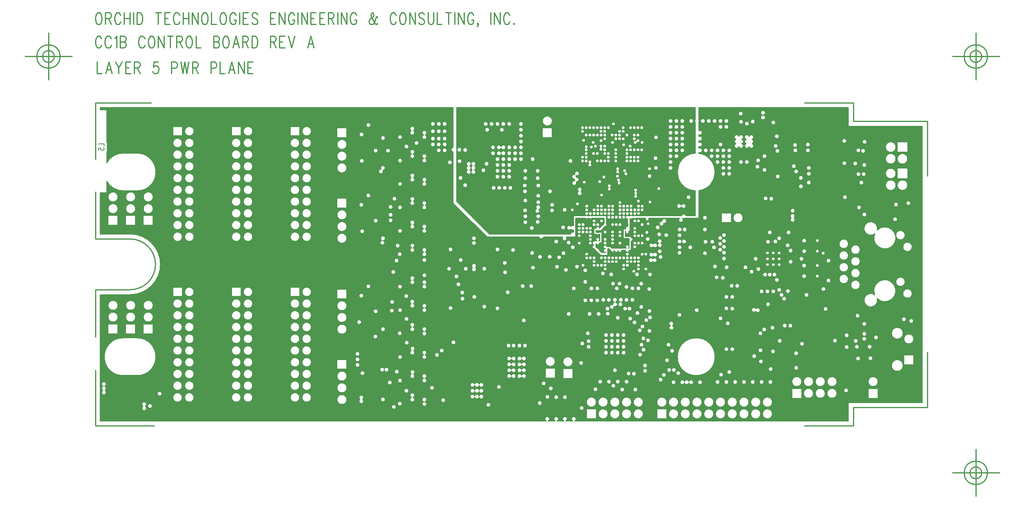
<source format=gbr>
*
*
G04 PADS 9.2 Build Number: 414666 generated Gerber (RS-274-X) file*
G04 PC Version=2.1*
*
%IN "CC1B_080118.pcb"*%
*
%MOIN*%
*
%FSLAX24Y24*%
*
*
*
*
G04 PC Standard Apertures*
*
*
G04 Thermal Relief Aperture macro.*
%AMTER*
1,1,$1,0,0*
1,0,$1-$2,0,0*
21,0,$3,$4,0,0,45*
21,0,$3,$4,0,0,135*
%
*
*
G04 Annular Aperture macro.*
%AMANN*
1,1,$1,0,0*
1,0,$2,0,0*
%
*
*
G04 Odd Aperture macro.*
%AMODD*
1,1,$1,0,0*
1,0,$1-0.005,0,0*
%
*
*
G04 PC Custom Aperture Macros*
*
*
*
*
*
*
G04 PC Aperture Table*
*
%ADD010C,0.001*%
%ADD028C,0.01*%
%ADD032C,0.005*%
%ADD040C,0.024*%
%ADD063C,0.008*%
*
*
*
*
G04 PC Circuitry*
G04 Layer Name CC1B_080118.pcb - circuitry*
%LPD*%
*
*
G04 PC Custom Flashes*
G04 Layer Name CC1B_080118.pcb - flashes*
%LPD*%
*
*
G04 PC Circuitry*
G04 Layer Name CC1B_080118.pcb - circuitry*
%LPD*%
*
G54D10*
G54D28*
G01X20145Y51034D02*
Y50050D01*
X20554*
X21133Y51034D02*
X20860Y50050D01*
X21133Y51034D02*
X21406Y50050D01*
X20963Y50378D02*
X21304D01*
X21713Y51034D02*
X21985Y50565D01*
X21985D02*
Y50050D01*
X22258Y51034D02*
X21985Y50565D01*
X22565Y51034D02*
Y50050D01*
Y51034D02*
X23008D01*
X22565Y50565D02*
X22838D01*
X22565Y50050D02*
X23008D01*
X23315Y51034D02*
Y50050D01*
Y51034D02*
X23622D01*
X23724Y50987*
X23724D02*
X23758Y50940D01*
X23758D02*
X23792Y50846D01*
X23792D02*
Y50753D01*
X23792D02*
X23758Y50659D01*
X23758D02*
X23724Y50612D01*
X23724D02*
X23622Y50565D01*
X23622D02*
X23315D01*
X23554D02*
X23792Y50050D01*
X25326Y51034D02*
X24985D01*
X24985D02*
X24951Y50612D01*
X24951D02*
X24985Y50659D01*
X24985D02*
X25088Y50706D01*
X25190*
X25292Y50659*
X25292D02*
X25360Y50565D01*
X25360D02*
X25395Y50425D01*
X25360Y50331*
X25360D02*
X25326Y50190D01*
X25326D02*
X25258Y50096D01*
X25258D02*
X25156Y50050D01*
X25054*
X24951Y50096*
X24951D02*
X24917Y50143D01*
X24917D02*
X24883Y50237D01*
X26485Y51034D02*
Y50050D01*
Y51034D02*
X26792D01*
X26792D02*
X26895Y50987D01*
X26895D02*
X26929Y50940D01*
X26929D02*
X26963Y50846D01*
X26963D02*
Y50706D01*
X26929Y50612*
X26929D02*
X26895Y50565D01*
X26895D02*
X26792Y50518D01*
X26792D02*
X26485D01*
X27270Y51034D02*
X27440Y50050D01*
X27610Y51034D02*
X27440Y50050D01*
X27610Y51034D02*
X27781Y50050D01*
X27951Y51034D02*
X27781Y50050D01*
X28258Y51034D02*
Y50050D01*
Y51034D02*
X28565D01*
X28667Y50987*
X28667D02*
X28701Y50940D01*
X28701D02*
X28735Y50846D01*
X28735D02*
Y50753D01*
X28735D02*
X28701Y50659D01*
X28701D02*
X28667Y50612D01*
X28667D02*
X28565Y50565D01*
X28565D02*
X28258D01*
X28497D02*
X28735Y50050D01*
X29826Y51034D02*
Y50050D01*
Y51034D02*
X30133D01*
X30133D02*
X30235Y50987D01*
X30235D02*
X30270Y50940D01*
X30270D02*
X30304Y50846D01*
X30304D02*
Y50706D01*
X30270Y50612*
X30270D02*
X30235Y50565D01*
X30235D02*
X30133Y50518D01*
X30133D02*
X29826D01*
X30610Y51034D02*
Y50050D01*
X30610D02*
X31020D01*
X31599Y51034D02*
X31326Y50050D01*
X31599Y51034D02*
X31872Y50050D01*
X31429Y50378D02*
X31770D01*
X32179Y51034D02*
Y50050D01*
Y51034D02*
X32656Y50050D01*
Y51034D02*
Y50050D01*
X32963Y51034D02*
Y50050D01*
Y51034D02*
X33406D01*
X32963Y50565D02*
X33235D01*
X32963Y50050D02*
X33406D01*
X20511Y53000D02*
X20477Y53093D01*
X20477D02*
X20409Y53187D01*
X20409D02*
X20340Y53234D01*
X20340D02*
X20204D01*
X20204D02*
X20136Y53187D01*
X20136D02*
X20068Y53093D01*
X20068D02*
X20034Y53000D01*
X20000Y52859*
Y52625*
X20034Y52484*
X20068Y52390*
X20068D02*
X20136Y52296D01*
X20136D02*
X20204Y52250D01*
X20204D02*
X20340D01*
X20340D02*
X20409Y52296D01*
X20409D02*
X20477Y52390D01*
X20477D02*
X20511Y52484D01*
X21329Y53000D02*
X21295Y53093D01*
X21295D02*
X21227Y53187D01*
X21227D02*
X21159Y53234D01*
X21022*
X21022D02*
X20954Y53187D01*
X20954D02*
X20886Y53093D01*
X20886D02*
X20852Y53000D01*
X20818Y52859*
Y52625*
X20852Y52484*
X20886Y52390*
X20886D02*
X20954Y52296D01*
X20954D02*
X21022Y52250D01*
X21022D02*
X21159D01*
X21227Y52296*
X21227D02*
X21295Y52390D01*
X21295D02*
X21329Y52484D01*
X21636Y53046D02*
X21704Y53093D01*
X21704D02*
X21806Y53234D01*
X21806D02*
Y52250D01*
X22113Y53234D02*
Y52250D01*
Y53234D02*
X22420D01*
X22522Y53187*
X22522D02*
X22556Y53140D01*
X22556D02*
X22590Y53046D01*
X22590D02*
Y52953D01*
X22590D02*
X22556Y52859D01*
X22556D02*
X22522Y52812D01*
X22522D02*
X22420Y52765D01*
X22113D02*
X22420D01*
X22420D02*
X22522Y52718D01*
X22522D02*
X22556Y52671D01*
X22556D02*
X22590Y52578D01*
X22590D02*
Y52437D01*
X22590D02*
X22556Y52343D01*
X22556D02*
X22522Y52296D01*
X22522D02*
X22420Y52250D01*
X22113*
X24193Y53000D02*
X24159Y53093D01*
X24159D02*
X24090Y53187D01*
X24090D02*
X24022Y53234D01*
X24022D02*
X23886D01*
X23818Y53187*
X23818D02*
X23750Y53093D01*
X23750D02*
X23715Y53000D01*
X23715D02*
X23681Y52859D01*
X23681D02*
Y52625D01*
X23681D02*
X23715Y52484D01*
X23715D02*
X23750Y52390D01*
X23750D02*
X23818Y52296D01*
X23818D02*
X23886Y52250D01*
X24022*
X24022D02*
X24090Y52296D01*
X24090D02*
X24159Y52390D01*
X24159D02*
X24193Y52484D01*
X24704Y53234D02*
X24636Y53187D01*
X24636D02*
X24568Y53093D01*
X24568D02*
X24534Y53000D01*
X24500Y52859*
Y52625*
X24534Y52484*
X24568Y52390*
X24568D02*
X24636Y52296D01*
X24636D02*
X24704Y52250D01*
X24704D02*
X24840D01*
X24840D02*
X24909Y52296D01*
X24909D02*
X24977Y52390D01*
X24977D02*
X25011Y52484D01*
X25045Y52625*
Y52859*
X25011Y53000*
X24977Y53093*
X24977D02*
X24909Y53187D01*
X24909D02*
X24840Y53234D01*
X24840D02*
X24704D01*
X25352D02*
Y52250D01*
Y53234D02*
X25829Y52250D01*
Y53234D02*
Y52250D01*
X26375Y53234D02*
Y52250D01*
X26136Y53234D02*
X26613D01*
X26920D02*
Y52250D01*
Y53234D02*
X27227D01*
X27329Y53187*
X27329D02*
X27363Y53140D01*
X27363D02*
X27397Y53046D01*
X27397D02*
Y52953D01*
X27397D02*
X27363Y52859D01*
X27363D02*
X27329Y52812D01*
X27329D02*
X27227Y52765D01*
X27227D02*
X26920D01*
X27159D02*
X27397Y52250D01*
X27909Y53234D02*
X27840Y53187D01*
X27840D02*
X27772Y53093D01*
X27772D02*
X27738Y53000D01*
X27738D02*
X27704Y52859D01*
X27704D02*
Y52625D01*
X27704D02*
X27738Y52484D01*
X27738D02*
X27772Y52390D01*
X27772D02*
X27840Y52296D01*
X27840D02*
X27909Y52250D01*
X28045*
X28113Y52296*
X28113D02*
X28181Y52390D01*
X28181D02*
X28215Y52484D01*
X28215D02*
X28250Y52625D01*
Y52859*
X28215Y53000*
X28215D02*
X28181Y53093D01*
X28181D02*
X28113Y53187D01*
X28113D02*
X28045Y53234D01*
X27909*
X28556D02*
Y52250D01*
X28556D02*
X28965D01*
X30056Y53234D02*
Y52250D01*
Y53234D02*
X30363D01*
X30363D02*
X30465Y53187D01*
X30465D02*
X30500Y53140D01*
X30500D02*
X30534Y53046D01*
X30534D02*
Y52953D01*
X30500Y52859*
X30465Y52812*
X30465D02*
X30363Y52765D01*
X30056D02*
X30363D01*
X30363D02*
X30465Y52718D01*
X30465D02*
X30500Y52671D01*
X30500D02*
X30534Y52578D01*
Y52437*
X30534D02*
X30500Y52343D01*
X30500D02*
X30465Y52296D01*
X30465D02*
X30363Y52250D01*
X30363D02*
X30056D01*
X31045Y53234D02*
X30977Y53187D01*
X30977D02*
X30909Y53093D01*
X30909D02*
X30875Y53000D01*
X30840Y52859*
X30840D02*
Y52625D01*
X30840D02*
X30875Y52484D01*
X30909Y52390*
X30909D02*
X30977Y52296D01*
X30977D02*
X31045Y52250D01*
X31181*
X31181D02*
X31250Y52296D01*
X31250D02*
X31318Y52390D01*
X31318D02*
X31352Y52484D01*
X31386Y52625*
Y52859*
X31352Y53000*
X31318Y53093*
X31318D02*
X31250Y53187D01*
X31250D02*
X31181Y53234D01*
X31181D02*
X31045D01*
X31965D02*
X31693Y52250D01*
X31965Y53234D02*
X32238Y52250D01*
X31795Y52578D02*
X32136D01*
X32545Y53234D02*
Y52250D01*
Y53234D02*
X32852D01*
X32954Y53187*
X32954D02*
X32988Y53140D01*
X32988D02*
X33022Y53046D01*
X33022D02*
Y52953D01*
X33022D02*
X32988Y52859D01*
X32988D02*
X32954Y52812D01*
X32954D02*
X32852Y52765D01*
X32852D02*
X32545D01*
X32784D02*
X33022Y52250D01*
X33329Y53234D02*
Y52250D01*
Y53234D02*
X33568D01*
X33670Y53187*
X33670D02*
X33738Y53093D01*
X33738D02*
X33772Y53000D01*
X33772D02*
X33806Y52859D01*
X33806D02*
Y52625D01*
X33806D02*
X33772Y52484D01*
X33772D02*
X33738Y52390D01*
X33738D02*
X33670Y52296D01*
X33670D02*
X33568Y52250D01*
X33329*
X34897Y53234D02*
Y52250D01*
Y53234D02*
X35204D01*
X35204D02*
X35306Y53187D01*
X35306D02*
X35340Y53140D01*
X35340D02*
X35375Y53046D01*
X35375D02*
Y52953D01*
X35340Y52859*
X35340D02*
X35306Y52812D01*
X35306D02*
X35204Y52765D01*
X35204D02*
X34897D01*
X35136D02*
X35375Y52250D01*
X35681Y53234D02*
Y52250D01*
Y53234D02*
X36125D01*
X35681Y52765D02*
X35954D01*
X35681Y52250D02*
X36125D01*
X36431Y53234D02*
X36704Y52250D01*
X36977Y53234D02*
X36704Y52250D01*
X38340Y53234D02*
X38068Y52250D01*
X38340Y53234D02*
X38613Y52250D01*
X38170Y52578D02*
X38511D01*
X20204Y55234D02*
X20136Y55187D01*
X20136D02*
X20068Y55093D01*
X20068D02*
X20034Y55000D01*
X20000Y54859*
Y54625*
X20034Y54484*
X20068Y54390*
X20068D02*
X20136Y54296D01*
X20136D02*
X20204Y54250D01*
X20204D02*
X20340D01*
X20340D02*
X20409Y54296D01*
X20409D02*
X20477Y54390D01*
X20477D02*
X20511Y54484D01*
X20545Y54625*
Y54859*
X20511Y55000*
X20477Y55093*
X20477D02*
X20409Y55187D01*
X20409D02*
X20340Y55234D01*
X20340D02*
X20204D01*
X20852D02*
Y54250D01*
Y55234D02*
X21159D01*
X21261Y55187*
X21261D02*
X21295Y55140D01*
X21295D02*
X21329Y55046D01*
X21329D02*
Y54953D01*
X21329D02*
X21295Y54859D01*
X21261Y54812*
X21261D02*
X21159Y54765D01*
X21159D02*
X20852D01*
X21090D02*
X21329Y54250D01*
X22147Y55000D02*
X22113Y55093D01*
X22113D02*
X22045Y55187D01*
X22045D02*
X21977Y55234D01*
X21840*
X21840D02*
X21772Y55187D01*
X21772D02*
X21704Y55093D01*
X21704D02*
X21670Y55000D01*
X21636Y54859*
Y54625*
X21670Y54484*
X21704Y54390*
X21704D02*
X21772Y54296D01*
X21772D02*
X21840Y54250D01*
X21840D02*
X21977D01*
X22045Y54296*
X22045D02*
X22113Y54390D01*
X22113D02*
X22147Y54484D01*
X22454Y55234D02*
Y54250D01*
X22931Y55234D02*
Y54250D01*
X22454Y54765D02*
X22931D01*
X23238Y55234D02*
Y54250D01*
X23545Y55234D02*
Y54250D01*
Y55234D02*
X23784D01*
X23886Y55187*
X23886D02*
X23954Y55093D01*
X23954D02*
X23988Y55000D01*
X23988D02*
X24022Y54859D01*
X24022D02*
Y54625D01*
X24022D02*
X23988Y54484D01*
X23988D02*
X23954Y54390D01*
X23954D02*
X23886Y54296D01*
X23886D02*
X23784Y54250D01*
X23545*
X25352Y55234D02*
Y54250D01*
X25113Y55234D02*
X25590D01*
X25897D02*
Y54250D01*
Y55234D02*
X26340D01*
X25897Y54765D02*
X26170D01*
X25897Y54250D02*
X26340D01*
X27159Y55000D02*
X27125Y55093D01*
X27125D02*
X27056Y55187D01*
X27056D02*
X26988Y55234D01*
X26988D02*
X26852D01*
X26784Y55187*
X26784D02*
X26715Y55093D01*
X26715D02*
X26681Y55000D01*
X26681D02*
X26647Y54859D01*
X26647D02*
Y54625D01*
X26647D02*
X26681Y54484D01*
X26681D02*
X26715Y54390D01*
X26715D02*
X26784Y54296D01*
X26784D02*
X26852Y54250D01*
X26988*
X26988D02*
X27056Y54296D01*
X27056D02*
X27125Y54390D01*
X27125D02*
X27159Y54484D01*
X27465Y55234D02*
Y54250D01*
X27943Y55234D02*
Y54250D01*
X27465Y54765D02*
X27943D01*
X28250Y55234D02*
Y54250D01*
Y55234D02*
X28727Y54250D01*
Y55234D02*
Y54250D01*
X29238Y55234D02*
X29170Y55187D01*
X29170D02*
X29102Y55093D01*
X29102D02*
X29068Y55000D01*
X29034Y54859*
Y54625*
X29068Y54484*
X29102Y54390*
X29102D02*
X29170Y54296D01*
X29170D02*
X29238Y54250D01*
X29238D02*
X29375D01*
X29443Y54296*
X29443D02*
X29511Y54390D01*
X29511D02*
X29545Y54484D01*
X29579Y54625*
X29579D02*
Y54859D01*
X29579D02*
X29545Y55000D01*
X29511Y55093*
X29511D02*
X29443Y55187D01*
X29443D02*
X29375Y55234D01*
X29238*
X29886D02*
Y54250D01*
X30295*
X30806Y55234D02*
X30738Y55187D01*
X30738D02*
X30670Y55093D01*
X30670D02*
X30636Y55000D01*
X30602Y54859*
Y54625*
X30636Y54484*
X30670Y54390*
X30670D02*
X30738Y54296D01*
X30738D02*
X30806Y54250D01*
X30806D02*
X30943D01*
X31011Y54296*
X31011D02*
X31079Y54390D01*
X31079D02*
X31113Y54484D01*
X31113D02*
X31147Y54625D01*
X31147D02*
Y54859D01*
X31147D02*
X31113Y55000D01*
X31113D02*
X31079Y55093D01*
X31079D02*
X31011Y55187D01*
X31011D02*
X30943Y55234D01*
X30806*
X31965Y55000D02*
X31931Y55093D01*
X31931D02*
X31863Y55187D01*
X31863D02*
X31795Y55234D01*
X31659*
X31590Y55187*
X31590D02*
X31522Y55093D01*
X31522D02*
X31488Y55000D01*
X31488D02*
X31454Y54859D01*
X31454D02*
Y54625D01*
X31454D02*
X31488Y54484D01*
X31488D02*
X31522Y54390D01*
X31522D02*
X31590Y54296D01*
X31590D02*
X31659Y54250D01*
X31795*
X31863Y54296*
X31863D02*
X31931Y54390D01*
X31931D02*
X31965Y54484D01*
X31965D02*
Y54625D01*
X31795D02*
X31965D01*
X32272Y55234D02*
Y54250D01*
X32579Y55234D02*
Y54250D01*
Y55234D02*
X33022D01*
X32579Y54765D02*
X32852D01*
X32579Y54250D02*
X33022D01*
X33806Y55093D02*
X33738Y55187D01*
X33738D02*
X33636Y55234D01*
X33500*
X33397Y55187*
X33397D02*
X33329Y55093D01*
X33329D02*
Y55000D01*
X33329D02*
X33363Y54906D01*
X33363D02*
X33397Y54859D01*
X33397D02*
X33465Y54812D01*
X33465D02*
X33670Y54718D01*
X33670D02*
X33738Y54671D01*
X33738D02*
X33772Y54625D01*
X33772D02*
X33806Y54531D01*
X33806D02*
Y54390D01*
X33806D02*
X33738Y54296D01*
X33738D02*
X33636Y54250D01*
X33500*
X33397Y54296*
X33397D02*
X33329Y54390D01*
X34897Y55234D02*
Y54250D01*
Y55234D02*
X35340D01*
X34897Y54765D02*
X35170D01*
X34897Y54250D02*
X35340D01*
X35647Y55234D02*
Y54250D01*
Y55234D02*
X36125Y54250D01*
Y55234D02*
Y54250D01*
X36943Y55000D02*
X36909Y55093D01*
X36909D02*
X36840Y55187D01*
X36840D02*
X36772Y55234D01*
X36772D02*
X36636D01*
X36568Y55187*
X36568D02*
X36500Y55093D01*
X36500D02*
X36465Y55000D01*
X36465D02*
X36431Y54859D01*
X36431D02*
Y54625D01*
X36431D02*
X36465Y54484D01*
X36465D02*
X36500Y54390D01*
X36500D02*
X36568Y54296D01*
X36568D02*
X36636Y54250D01*
X36772*
X36772D02*
X36840Y54296D01*
X36840D02*
X36909Y54390D01*
X36909D02*
X36943Y54484D01*
Y54625*
X36772D02*
X36943D01*
X37250Y55234D02*
Y54250D01*
X37556Y55234D02*
Y54250D01*
Y55234D02*
X38034Y54250D01*
Y55234D02*
Y54250D01*
X38340Y55234D02*
Y54250D01*
Y55234D02*
X38784D01*
X38340Y54765D02*
X38613D01*
X38340Y54250D02*
X38784D01*
X39090Y55234D02*
Y54250D01*
Y55234D02*
X39534D01*
X39090Y54765D02*
X39363D01*
X39090Y54250D02*
X39534D01*
X39840Y55234D02*
Y54250D01*
Y55234D02*
X40147D01*
X40147D02*
X40250Y55187D01*
X40250D02*
X40284Y55140D01*
X40284D02*
X40318Y55046D01*
X40318D02*
Y54953D01*
X40284Y54859*
X40250Y54812*
X40250D02*
X40147Y54765D01*
X40147D02*
X39840D01*
X40079D02*
X40318Y54250D01*
X40625Y55234D02*
Y54250D01*
X40931Y55234D02*
Y54250D01*
Y55234D02*
X41409Y54250D01*
Y55234D02*
Y54250D01*
X42227Y55000D02*
X42193Y55093D01*
X42193D02*
X42125Y55187D01*
X42125D02*
X42056Y55234D01*
X42056D02*
X41920D01*
X41852Y55187*
X41852D02*
X41784Y55093D01*
X41784D02*
X41750Y55000D01*
X41715Y54859*
X41715D02*
Y54625D01*
X41715D02*
X41750Y54484D01*
X41784Y54390*
X41784D02*
X41852Y54296D01*
X41852D02*
X41920Y54250D01*
X42056*
X42056D02*
X42125Y54296D01*
X42125D02*
X42193Y54390D01*
X42193D02*
X42227Y54484D01*
Y54625*
X42056D02*
X42227D01*
X44000Y54812D02*
Y54859D01*
X43965Y54906*
X43965D02*
X43931D01*
X43931D02*
X43897Y54859D01*
X43897D02*
X43863Y54765D01*
X43863D02*
X43795Y54531D01*
X43727Y54390*
X43727D02*
X43659Y54296D01*
X43659D02*
X43590Y54250D01*
X43590D02*
X43454D01*
X43454D02*
X43386Y54296D01*
X43386D02*
X43352Y54343D01*
X43352D02*
X43318Y54437D01*
X43318D02*
Y54531D01*
X43352Y54625*
X43386Y54671*
X43386D02*
X43625Y54859D01*
X43659Y54906*
X43693Y55000*
Y55093*
X43693D02*
X43659Y55187D01*
X43659D02*
X43590Y55234D01*
X43590D02*
X43522Y55187D01*
X43522D02*
X43488Y55093D01*
X43488D02*
Y55000D01*
X43488D02*
X43522Y54859D01*
X43522D02*
X43590Y54718D01*
X43590D02*
X43761Y54390D01*
X43761D02*
X43829Y54296D01*
X43829D02*
X43897Y54250D01*
X43897D02*
X43965D01*
X43965D02*
X44000Y54296D01*
X44000D02*
Y54343D01*
X45602Y55000D02*
X45568Y55093D01*
X45568D02*
X45500Y55187D01*
X45500D02*
X45431Y55234D01*
X45431D02*
X45295D01*
X45227Y55187*
X45227D02*
X45159Y55093D01*
X45159D02*
X45125Y55000D01*
X45090Y54859*
X45090D02*
Y54625D01*
X45090D02*
X45125Y54484D01*
X45159Y54390*
X45159D02*
X45227Y54296D01*
X45227D02*
X45295Y54250D01*
X45431*
X45431D02*
X45500Y54296D01*
X45500D02*
X45568Y54390D01*
X45568D02*
X45602Y54484D01*
X46113Y55234D02*
X46045Y55187D01*
X46045D02*
X45977Y55093D01*
X45977D02*
X45943Y55000D01*
X45909Y54859*
Y54625*
X45943Y54484*
X45977Y54390*
X45977D02*
X46045Y54296D01*
X46045D02*
X46113Y54250D01*
X46113D02*
X46250D01*
X46318Y54296*
X46318D02*
X46386Y54390D01*
X46386D02*
X46420Y54484D01*
X46454Y54625*
X46454D02*
Y54859D01*
X46454D02*
X46420Y55000D01*
X46386Y55093*
X46386D02*
X46318Y55187D01*
X46318D02*
X46250Y55234D01*
X46113*
X46761D02*
Y54250D01*
Y55234D02*
X47238Y54250D01*
Y55234D02*
Y54250D01*
X48022Y55093D02*
X47954Y55187D01*
X47954D02*
X47852Y55234D01*
X47715*
X47715D02*
X47613Y55187D01*
X47613D02*
X47545Y55093D01*
X47545D02*
Y55000D01*
X47579Y54906*
X47579D02*
X47613Y54859D01*
X47613D02*
X47681Y54812D01*
X47681D02*
X47886Y54718D01*
X47886D02*
X47954Y54671D01*
X47954D02*
X47988Y54625D01*
X47988D02*
X48022Y54531D01*
X48022D02*
Y54390D01*
X48022D02*
X47954Y54296D01*
X47954D02*
X47852Y54250D01*
X47715*
X47715D02*
X47613Y54296D01*
X47613D02*
X47545Y54390D01*
X48329Y55234D02*
Y54531D01*
X48329D02*
X48363Y54390D01*
X48363D02*
X48431Y54296D01*
X48431D02*
X48534Y54250D01*
X48602*
X48704Y54296*
X48704D02*
X48772Y54390D01*
X48772D02*
X48806Y54531D01*
X48806D02*
Y55234D01*
X49113D02*
Y54250D01*
X49113D02*
X49522D01*
X50068Y55234D02*
Y54250D01*
X49829Y55234D02*
X50306D01*
X50613D02*
Y54250D01*
X50920Y55234D02*
Y54250D01*
Y55234D02*
X51397Y54250D01*
Y55234D02*
Y54250D01*
X52215Y55000D02*
X52181Y55093D01*
X52181D02*
X52113Y55187D01*
X52113D02*
X52045Y55234D01*
X51909*
X51840Y55187*
X51840D02*
X51772Y55093D01*
X51772D02*
X51738Y55000D01*
X51738D02*
X51704Y54859D01*
X51704D02*
Y54625D01*
X51704D02*
X51738Y54484D01*
X51738D02*
X51772Y54390D01*
X51772D02*
X51840Y54296D01*
X51840D02*
X51909Y54250D01*
X52045*
X52113Y54296*
X52113D02*
X52181Y54390D01*
X52181D02*
X52215Y54484D01*
X52215D02*
Y54625D01*
X52045D02*
X52215D01*
X52590Y54296D02*
X52556Y54250D01*
X52556D02*
X52522Y54296D01*
X52522D02*
X52556Y54343D01*
X52556D02*
X52590Y54296D01*
X52590D02*
Y54203D01*
X52590D02*
X52556Y54109D01*
X52556D02*
X52522Y54062D01*
X53681Y55234D02*
Y54250D01*
X53988Y55234D02*
Y54250D01*
Y55234D02*
X54465Y54250D01*
Y55234D02*
Y54250D01*
X55284Y55000D02*
X55250Y55093D01*
X55250D02*
X55181Y55187D01*
X55181D02*
X55113Y55234D01*
X55113D02*
X54977D01*
X54909Y55187*
X54909D02*
X54840Y55093D01*
X54840D02*
X54806Y55000D01*
X54806D02*
X54772Y54859D01*
X54772D02*
Y54625D01*
X54772D02*
X54806Y54484D01*
X54806D02*
X54840Y54390D01*
X54840D02*
X54909Y54296D01*
X54909D02*
X54977Y54250D01*
X55113*
X55113D02*
X55181Y54296D01*
X55181D02*
X55250Y54390D01*
X55250D02*
X55284Y54484D01*
X55625Y54343D02*
X55590Y54296D01*
X55590D02*
X55625Y54250D01*
X55659Y54296*
X55659D02*
X55625Y54343D01*
X17000Y51500D02*
G75*
G03X17000I-1000J0D01*
G01X16500D02*
G03X16500I-500J0D01*
G01X16000Y53500D02*
Y49500D01*
X14000Y51500D02*
X18000D01*
X96000D02*
G03X96000I-1000J0D01*
G01X95500D02*
G03X95500I-500J0D01*
G01X95000Y53500D02*
Y49500D01*
X93000Y51500D02*
X97000D01*
X96000Y16000D02*
G03X96000I-1000J0D01*
G01X95500D02*
G03X95500I-500J0D01*
G01X95000Y18000D02*
Y14000D01*
X93000Y16000D02*
X97000D01*
X25000Y20000D02*
X20000D01*
Y24750*
Y42750D02*
Y47560D01*
X24750*
X80410Y47559D02*
X84565D01*
Y45985*
X90865*
Y41300*
X80403Y20000D02*
X84568D01*
Y21573*
X90867*
Y26270*
X20000Y27596D02*
Y31614D01*
X22950*
G03X22949Y35940I7J2163*
G01X22950D02*
X20000D01*
Y39956*
G54D32*
X89706Y27414D02*
G03X89706I-414J0D01*
G01X89695Y28950D02*
G03X89695I-195J0D01*
G01X88801Y25154D02*
G03X88801I-489J0D01*
G01Y27904D02*
G03X88801I-489J0D01*
G01X89070Y29100D02*
G03X89070I-195J0D01*
G01X89569Y31289D02*
G03X89569I-389J0D01*
G01X88970Y32289D02*
G03X88970I-389J0D01*
G01X89569Y35269D02*
G03X89569I-389J0D01*
G01X89445Y39000D02*
G03X89445I-195J0D01*
G01X88970Y36269D02*
G03X88970I-389J0D01*
G01X86665Y23779D02*
G03X86665I-415J0D01*
G01X86695Y27550D02*
G03X86695I-195J0D01*
G01X86220Y25775D02*
G03X86220I-195J0D01*
G01X86145Y26750D02*
G03X86145I-195J0D01*
G01X85695Y27425D02*
G03X85695I-195J0D01*
G01Y27850D02*
G03X85695I-195J0D01*
G01Y28700D02*
G03X85695I-195J0D01*
G01X88320Y37625D02*
G03X88320I-195J0D01*
G01X88395Y38875D02*
G03X88395I-195J0D01*
G01X89190Y40529D02*
G03X89190I-440J0D01*
G01Y42779D02*
G03X89190I-440J0D01*
G01X88190Y40529D02*
G03X88190I-440J0D01*
G01Y41529D02*
G03X88190I-440J0D01*
G01Y42779D02*
G03X88190I-440J0D01*
G01Y43779D02*
G03X88190I-440J0D01*
G01X85695Y38025D02*
G03X85695I-195J0D01*
G01X85170Y25750D02*
G03X85170I-195J0D01*
G01X85070Y26750D02*
G03X85070I-195J0D01*
G01X84970Y27250D02*
G03X84970I-195J0D01*
G01X85120Y29400D02*
G03X85120I-195J0D01*
G01X85140Y32029D02*
G03X85140I-390J0D01*
G01Y33029D02*
G03X85140I-390J0D01*
G01Y34029D02*
G03X85140I-390J0D01*
G01Y35029D02*
G03X85140I-390J0D01*
G01X85245Y38625D02*
G03X85245I-195J0D01*
G01X85445Y40750D02*
G03X85445I-195J0D01*
G01X85645Y41475D02*
G03X85645I-195J0D01*
G01X85695Y42250D02*
G03X85695I-195J0D01*
G01X85595Y43450D02*
G03X85595I-195J0D01*
G01X85720Y44225D02*
G03X85720I-195J0D01*
G01X85195Y41475D02*
G03X85195I-195J0D01*
G01X84920Y42375D02*
G03X84920I-195J0D01*
G01X85195Y43500D02*
G03X85195I-195J0D01*
G01X84145Y23025D02*
G03X84145I-195J0D01*
G01X84195Y26725D02*
G03X84195I-195J0D01*
G01Y27725D02*
G03X84195I-195J0D01*
G01X84140Y32529D02*
G03X84140I-390J0D01*
G01Y33529D02*
G03X84140I-390J0D01*
G01Y34529D02*
G03X84140I-390J0D01*
G01Y35529D02*
G03X84140I-390J0D01*
G01X84045Y39500D02*
G03X84045I-195J0D01*
G01X83994Y42400D02*
G03X83994I-194J0D01*
G01X83995Y44300D02*
G03X83995I-195J0D01*
G01X83165Y22779D02*
G03X83165I-415J0D01*
G01Y23779D02*
G03X83165I-415J0D01*
G01X83195Y27275D02*
G03X83195I-195J0D01*
G01X82165Y22779D02*
G03X82165I-415J0D01*
G01Y23779D02*
G03X82165I-415J0D01*
G01X82395Y29975D02*
G03X82395I-195J0D01*
G01X82645Y32400D02*
G03X82645I-195J0D01*
G01Y34090D02*
G03X82645I-195J0D01*
G01X82220Y31675D02*
G03X82220I-195J0D01*
G01X82155Y34725D02*
G03X82155I-155J0D01*
G01X81655Y32775D02*
G03X81655I-155J0D01*
G01Y33675D02*
G03X81655I-155J0D01*
G01Y34900D02*
G03X81655I-155J0D01*
G01Y35800D02*
G03X81655I-155J0D01*
G01X81165Y22779D02*
G03X81165I-415J0D01*
G01Y23779D02*
G03X81165I-415J0D01*
G01X80165D02*
G03X80165I-415J0D01*
G01X80395Y27000D02*
G03X80395I-195J0D01*
G01X80770Y31175D02*
G03X80770I-195J0D01*
G01X80970Y40750D02*
G03X80970I-195J0D01*
G01Y41500D02*
G03X80970I-195J0D01*
G01Y42000D02*
G03X80970I-195J0D01*
G01X80570Y32775D02*
G03X80570I-195J0D01*
G01Y33675D02*
G03X80570I-195J0D01*
G01X80345Y34250D02*
G03X80345I-195J0D01*
G01X80570Y34900D02*
G03X80570I-195J0D01*
G01Y35800D02*
G03X80570I-195J0D01*
G01X80895Y43500D02*
G03X80895I-195J0D01*
G01Y44000D02*
G03X80895I-195J0D01*
G01X80295Y40425D02*
G03X80295I-195J0D01*
G01Y41150D02*
G03X80295I-195J0D01*
G01X79895Y24950D02*
G03X79895I-195J0D01*
G01Y26200D02*
G03X79895I-195J0D01*
G01X79395Y28550D02*
G03X79395I-195J0D01*
G01X78920D02*
G03X78920I-195J0D01*
G01X78495Y27250D02*
G03X78495I-195J0D01*
G01X78870Y30850D02*
G03X78870I-195J0D01*
G01X79195Y31500D02*
G03X79195I-195J0D01*
G01X79420Y34000D02*
G03X79420I-195J0D01*
G01Y34950D02*
G03X79420I-195J0D01*
G01X79170Y35400D02*
G03X79170I-195J0D01*
G01X79245Y36500D02*
G03X79245I-195J0D01*
G01X79595Y38350D02*
G03X79595I-195J0D01*
G01X79895Y41700D02*
G03X79895I-195J0D01*
G01X79695Y42150D02*
G03X79695I-195J0D01*
G01X79820Y43500D02*
G03X79820I-195J0D01*
G01X79795Y43950D02*
G03X79795I-195J0D01*
G01X78645Y31175D02*
G03X78645I-195J0D01*
G01X78445Y31600D02*
G03X78445I-195J0D01*
G01X77665Y21029D02*
G03X77665I-415J0D01*
G01Y22029D02*
G03X77665I-415J0D01*
G01X77695Y23750D02*
G03X77695I-195J0D01*
G01X77720Y24850D02*
G03X77720I-195J0D01*
G01X77920Y26350D02*
G03X77920I-195J0D01*
G01X77870Y28375D02*
G03X77870I-195J0D01*
G01X77945Y31475D02*
G03X77945I-195J0D01*
G01X78245Y32450D02*
G03X78245I-195J0D01*
G01X78405Y33750D02*
G03X78405I-155J0D01*
G01Y34250D02*
G03X78405I-155J0D01*
G01Y34750D02*
G03X78405I-155J0D01*
G01X78045Y32900D02*
G03X78045I-195J0D01*
G01X76665Y21029D02*
G03X76665I-415J0D01*
G01Y22029D02*
G03X76665I-415J0D01*
G01X76945Y23750D02*
G03X76945I-195J0D01*
G01X76895Y25500D02*
G03X76895I-195J0D01*
G01X76845Y26450D02*
G03X76845I-195J0D01*
G01Y27900D02*
G03X76845I-195J0D01*
G01X77170Y28225D02*
G03X77170I-195J0D01*
G01X77495Y30375D02*
G03X77495I-195J0D01*
G01X77445Y31475D02*
G03X77445I-195J0D01*
G01X77645Y32900D02*
G03X77645I-195J0D01*
G01X77905Y33750D02*
G03X77905I-155J0D01*
G01Y34250D02*
G03X77905I-155J0D01*
G01Y34750D02*
G03X77905I-155J0D01*
G01X78120Y35725D02*
G03X78120I-195J0D01*
G01X78445Y36000D02*
G03X78445I-195J0D01*
G01X78320Y41275D02*
G03X78320I-195J0D01*
G01X78295Y43450D02*
G03X78295I-195J0D01*
G01X76195Y23750D02*
G03X76195I-195J0D01*
G01X76320Y25950D02*
G03X76320I-195J0D01*
G01X76945Y31475D02*
G03X76945I-195J0D01*
G01X77245Y32900D02*
G03X77245I-195J0D01*
G01X77405Y33750D02*
G03X77405I-155J0D01*
G01Y34250D02*
G03X77405I-155J0D01*
G01Y34750D02*
G03X77405I-155J0D01*
G01X77495Y35700D02*
G03X77495I-195J0D01*
G01X77645Y36500D02*
G03X77645I-195J0D01*
G01X77770Y39375D02*
G03X77770I-195J0D01*
G01X78145Y43875D02*
G03X78145I-195J0D01*
G01X78245Y44700D02*
G03X78245I-195J0D01*
G01X77945Y45875D02*
G03X77945I-195J0D01*
G01X77295Y39400D02*
G03X77295I-195J0D01*
G01X77195Y41825D02*
G03X77195I-195J0D01*
G01Y43000D02*
G03X77195I-195J0D01*
G01X77070Y46300D02*
G03X77070I-195J0D01*
G01Y46700D02*
G03X77070I-195J0D01*
G01X76670Y33375D02*
G03X76670I-195J0D01*
G01X76095Y33150D02*
G03X76095I-195J0D01*
G01X76445Y34250D02*
G03X76445I-195J0D01*
G01X76595Y42100D02*
G03X76595I-195J0D01*
G01X76645Y42650D02*
G03X76645I-195J0D01*
G01X75665Y21029D02*
G03X75665I-415J0D01*
G01Y22029D02*
G03X75665I-415J0D01*
G01X75445Y23750D02*
G03X75445I-195J0D01*
G01X75570Y33525D02*
G03X75570I-195J0D01*
G01X75695Y42500D02*
G03X75695I-195J0D01*
G01X76195Y45950D02*
G03X76195I-195J0D01*
G01X75695Y45775D02*
G03X75695I-195J0D01*
G01X74665Y21029D02*
G03X74665I-415J0D01*
G01Y22029D02*
G03X74665I-415J0D01*
G01X74695Y23750D02*
G03X74695I-195J0D01*
G01X74870Y31950D02*
G03X74870I-195J0D01*
G01X73665Y21029D02*
G03X73665I-415J0D01*
G01Y22029D02*
G03X73665I-415J0D01*
G01X73945Y23750D02*
G03X73945I-195J0D01*
G01X74195Y24600D02*
G03X74195I-195J0D01*
G01X74445Y26550D02*
G03X74445I-195J0D01*
G01X73945D02*
G03X73945I-195J0D01*
G01X74070Y28750D02*
G03X74070I-195J0D01*
G01X74445Y30000D02*
G03X74445I-195J0D01*
G01Y31000D02*
G03X74445I-195J0D01*
G01X74395Y31950D02*
G03X74395I-195J0D01*
G01X75165Y37750D02*
G03X75165I-415J0D01*
G01X75195Y42500D02*
G03X75195I-195J0D01*
G01Y45925D02*
G03X75195I-195J0D01*
G01X75170Y46625D02*
G03X75170I-195J0D01*
G01X73945Y30025D02*
G03X73945I-195J0D01*
G01Y31000D02*
G03X73945I-195J0D01*
G01X73195Y23750D02*
G03X73195I-195J0D01*
G01X73495Y24375D02*
G03X73495I-195J0D01*
G01X73445Y29175D02*
G03X73445I-195J0D01*
G01X73645Y32625D02*
G03X73645I-195J0D01*
G01X73970Y33525D02*
G03X73970I-195J0D01*
G01X73745Y34275D02*
G03X73745I-195J0D01*
G01Y34775D02*
G03X73745I-195J0D01*
G01X72665Y21029D02*
G03X72665I-415J0D01*
G01Y22029D02*
G03X72665I-415J0D01*
G01X71665Y21029D02*
G03X71665I-415J0D01*
G01Y22029D02*
G03X71665I-415J0D01*
G01X71695Y23725D02*
G03X71695I-195J0D01*
G01X70665Y21029D02*
G03X70665I-415J0D01*
G01Y22029D02*
G03X70665I-415J0D01*
G01X69665Y21029D02*
G03X69665I-415J0D01*
G01Y22029D02*
G03X69665I-415J0D01*
G01X69845Y24500D02*
G03X69845I-195J0D01*
G01X72780Y25905D02*
G03X72780I-1598J0D01*
G01X73120Y32675D02*
G03X73120I-195J0D01*
G01X73420Y35025D02*
G03X73420I-195J0D01*
G01X73745Y35275D02*
G03X73745I-195J0D01*
G01X73420Y35525D02*
G03X73420I-195J0D01*
G01X73745Y35775D02*
G03X73745I-195J0D01*
G01X73420Y36025D02*
G03X73420I-195J0D01*
G01X73745Y36275D02*
G03X73745I-195J0D01*
G01X74195Y41500D02*
G03X74195I-195J0D01*
G01Y42000D02*
G03X74195I-195J0D01*
G01Y42500D02*
G03X74195I-195J0D01*
G01Y43000D02*
G03X74195I-195J0D01*
G01Y43500D02*
G03X74195I-195J0D01*
G01X73695Y41500D02*
G03X73695I-195J0D01*
G01Y42000D02*
G03X73695I-195J0D01*
G01Y42500D02*
G03X73695I-195J0D01*
G01Y43000D02*
G03X73695I-195J0D01*
G01Y43500D02*
G03X73695I-195J0D01*
G01X73945Y45500D02*
G03X73945I-195J0D01*
G01Y46000D02*
G03X73945I-195J0D01*
G01X72970Y33600D02*
G03X72970I-195J0D01*
G01X72895Y35225D02*
G03X72895I-195J0D01*
G01X73195Y42500D02*
G03X73195I-195J0D01*
G01Y43000D02*
G03X73195I-195J0D01*
G01Y43500D02*
G03X73195I-195J0D01*
G01X73445Y44000D02*
G03X73445I-195J0D01*
G01Y45500D02*
G03X73445I-195J0D01*
G01Y46000D02*
G03X73445I-195J0D01*
G01X72745Y35700D02*
G03X72745I-195J0D01*
G01X72120Y34725D02*
G03X72120I-195J0D01*
G01X72170Y35700D02*
G03X72170I-195J0D01*
G01X72120Y36750D02*
G03X72120I-195J0D01*
G01Y37750D02*
G03X72120I-195J0D01*
G01X71420Y29875D02*
G03X71420I-195J0D01*
G01X70870Y35225D02*
G03X70870I-195J0D01*
G01X69945Y29475D02*
G03X69945I-195J0D01*
G01X69958Y34763D02*
G03X69958I-194J0D01*
G01Y35236D02*
G03X69958I-194J0D01*
G01X70395Y36750D02*
G03X70395I-195J0D01*
G01X69958Y36259D02*
G03X69958I-194J0D01*
G01X69970Y36750D02*
G03X69970I-195J0D01*
G01X69445Y23725D02*
G03X69445I-195J0D01*
G01X69470Y24775D02*
G03X69470I-195J0D01*
G01X69070D02*
G03X69070I-195J0D01*
G01X69320Y26400D02*
G03X69320I-195J0D01*
G01X68665Y22029D02*
G03X68665I-415J0D01*
G01X68345Y23950D02*
G03X68345I-195J0D01*
G01X68620Y24350D02*
G03X68620I-195J0D01*
G01X68895Y25600D02*
G03X68895I-195J0D01*
G01X69020Y26925D02*
G03X69020I-195J0D01*
G01X68820Y36275D02*
G03X68820I-195J0D01*
G01X68344Y34409D02*
G03X68344I-194J0D01*
G01X68265Y34881D02*
G03X68265I-194J0D01*
G01X66665Y21029D02*
G03X66665I-415J0D01*
G01Y22029D02*
G03X66665I-415J0D01*
G01X67020Y24700D02*
G03X67020I-195J0D01*
G01Y25150D02*
G03X67020I-195J0D01*
G01X66595Y26075D02*
G03X66595I-195J0D01*
G01X66895Y26500D02*
G03X66895I-195J0D01*
G01X67270Y27300D02*
G03X67270I-195J0D01*
G01X67395Y28100D02*
G03X67395I-195J0D01*
G01X66720Y26925D02*
G03X66720I-195J0D01*
G01X66870Y27475D02*
G03X66870I-195J0D01*
G01X66195Y23100D02*
G03X66195I-195J0D01*
G01X66570Y28150D02*
G03X66570I-195J0D01*
G01X66795Y28475D02*
G03X66795I-195J0D01*
G01X67120Y29025D02*
G03X67120I-195J0D01*
G01X67445Y29250D02*
G03X67445I-195J0D01*
G01X67395Y29800D02*
G03X67395I-195J0D01*
G01X67370Y31675D02*
G03X67370I-195J0D01*
G01X67439Y32913D02*
G03X67439I-194J0D01*
G01X68226Y36338D02*
G03X68226I-194J0D01*
G01X68095Y36925D02*
G03X68095I-195J0D01*
G01X67044Y33385D02*
G03X67044I-154J0D01*
G01Y34645D02*
G03X67044I-154J0D01*
G01X67242Y35944D02*
G03X67242I-194J0D01*
G01X67130Y36500D02*
G03X67130I-155J0D01*
G01X67241Y37244D02*
G03X67241I-154J0D01*
G01X66070Y24450D02*
G03X66070I-195J0D01*
G01X66120Y28825D02*
G03X66120I-195J0D01*
G01X66370Y29625D02*
G03X66370I-195J0D01*
G01X66695Y30150D02*
G03X66695I-195J0D01*
G01X66454Y31732D02*
G03X66454I-194J0D01*
G01X66691Y32126D02*
G03X66691I-194J0D01*
G01X66729Y34645D02*
G03X66729I-154J0D01*
G01Y35590D02*
G03X66729I-154J0D01*
G01Y36220D02*
G03X66729I-154J0D01*
G01Y37165D02*
G03X66729I-154J0D01*
G01X66336Y32913D02*
G03X66336I-194J0D01*
G01X66414Y33385D02*
G03X66414I-154J0D01*
G01Y33700D02*
G03X66414I-154J0D01*
G01Y34015D02*
G03X66414I-154J0D01*
G01Y34330D02*
G03X66414I-154J0D01*
G01Y35590D02*
G03X66414I-154J0D01*
G01Y36220D02*
G03X66414I-154J0D01*
G01Y37480D02*
G03X66414I-154J0D01*
G01X65665Y21029D02*
G03X65665I-415J0D01*
G01Y22029D02*
G03X65665I-415J0D01*
G01X65070Y23100D02*
G03X65070I-195J0D01*
G01X65445Y23775D02*
G03X65445I-195J0D01*
G01X65620Y24475D02*
G03X65620I-195J0D01*
G01X65745Y29150D02*
G03X65745I-195J0D01*
G01X65195Y26250D02*
G03X65195I-195J0D01*
G01Y26750D02*
G03X65195I-195J0D01*
G01Y27250D02*
G03X65195I-195J0D01*
G01Y27750D02*
G03X65195I-195J0D01*
G01X65943Y30748D02*
G03X65943I-195J0D01*
G01Y31732D02*
G03X65943I-195J0D01*
G01X66021Y33189D02*
G03X66021I-154J0D01*
G01X66099Y34015D02*
G03X66099I-154J0D01*
G01Y34330D02*
G03X66099I-154J0D01*
G01Y35275D02*
G03X66099I-154J0D01*
G01Y35590D02*
G03X66099I-154J0D01*
G01Y36220D02*
G03X66099I-154J0D01*
G01Y36535D02*
G03X66099I-154J0D01*
G01Y36850D02*
G03X66099I-154J0D01*
G01Y37480D02*
G03X66099I-154J0D01*
G01X65784Y34015D02*
G03X65784I-154J0D01*
G01Y34330D02*
G03X65784I-154J0D01*
G01X65431Y30748D02*
G03X65431I-194J0D01*
G01Y31850D02*
G03X65431I-194J0D01*
G01X65470Y33700D02*
G03X65470I-155J0D01*
G01Y34015D02*
G03X65470I-155J0D01*
G01Y34330D02*
G03X65470I-155J0D01*
G01Y34645D02*
G03X65470I-155J0D01*
G01X64665Y21029D02*
G03X64665I-415J0D01*
G01Y22029D02*
G03X64665I-415J0D01*
G01X64320Y23425D02*
G03X64320I-195J0D01*
G01X64695Y23775D02*
G03X64695I-195J0D01*
G01X64445Y24750D02*
G03X64445I-195J0D01*
G01X64695Y26250D02*
G03X64695I-195J0D01*
G01Y26750D02*
G03X64695I-195J0D01*
G01Y27250D02*
G03X64695I-195J0D01*
G01Y27750D02*
G03X64695I-195J0D01*
G01Y29225D02*
G03X64695I-195J0D01*
G01X65155Y33385D02*
G03X65155I-155J0D01*
G01Y33700D02*
G03X65155I-155J0D01*
G01Y34330D02*
G03X65155I-155J0D01*
G01X63665Y21029D02*
G03X63665I-415J0D01*
G01Y22029D02*
G03X63665I-415J0D01*
G01X63945Y23775D02*
G03X63945I-195J0D01*
G01X64195Y26250D02*
G03X64195I-195J0D01*
G01Y26750D02*
G03X64195I-195J0D01*
G01Y27250D02*
G03X64195I-195J0D01*
G01Y27750D02*
G03X64195I-195J0D01*
G01X63695Y26250D02*
G03X63695I-195J0D01*
G01Y26750D02*
G03X63695I-195J0D01*
G01Y27250D02*
G03X63695I-195J0D01*
G01Y27750D02*
G03X63695I-195J0D01*
G01X63845Y29575D02*
G03X63845I-195J0D01*
G01X63817Y30000D02*
G03X63817I-195J0D01*
G01X64604Y31732D02*
G03X64604I-194J0D01*
G01X64840Y32126D02*
G03X64840I-194J0D01*
G01Y34330D02*
G03X64840I-155J0D01*
G01X63935Y30748D02*
G03X63935I-194J0D01*
G01X64289Y32126D02*
G03X64289I-194J0D01*
G01X64525Y34015D02*
G03X64525I-154J0D01*
G01Y34330D02*
G03X64525I-154J0D01*
G01X64132Y32913D02*
G03X64132I-195J0D01*
G01X64210Y34015D02*
G03X64210I-154J0D01*
G01Y34330D02*
G03X64210I-154J0D01*
G01X63895Y34015D02*
G03X63895I-154J0D01*
G01Y34330D02*
G03X63895I-154J0D01*
G01X63195Y23775D02*
G03X63195I-195J0D01*
G01X63462Y30748D02*
G03X63462I-194J0D01*
G01X62665Y22029D02*
G03X62665I-415J0D01*
G01X62795Y23125D02*
G03X62795I-195J0D01*
G01X63070Y29550D02*
G03X63070I-195J0D01*
G01X63420Y33000D02*
G03X63420I-195J0D01*
G01X63580Y33385D02*
G03X63580I-154J0D01*
G01Y33700D02*
G03X63580I-154J0D01*
G01Y34015D02*
G03X63580I-154J0D01*
G01Y34330D02*
G03X63580I-154J0D01*
G01X63265Y33700D02*
G03X63265I-154J0D01*
G01Y34330D02*
G03X63265I-154J0D01*
G01X62950Y30708D02*
G03X62950I-194J0D01*
G01Y31732D02*
G03X62950I-194J0D01*
G01Y33700D02*
G03X62950I-154J0D01*
G01X62220Y26750D02*
G03X62220I-195J0D01*
G01Y27225D02*
G03X62220I-195J0D01*
G01X62145Y27900D02*
G03X62145I-195J0D01*
G01X62295Y29550D02*
G03X62295I-195J0D01*
G01X62439Y30708D02*
G03X62439I-194J0D01*
G01Y31732D02*
G03X62439I-194J0D01*
G01X62635Y33700D02*
G03X62635I-154J0D01*
G01Y34015D02*
G03X62635I-154J0D01*
G01Y34330D02*
G03X62635I-154J0D01*
G01X63265Y37480D02*
G03X63265I-154J0D01*
G01X62950Y37165D02*
G03X62950I-154J0D01*
G01X62635D02*
G03X62635I-154J0D01*
G01Y37480D02*
G03X62635I-154J0D01*
G01X62320Y34330D02*
G03X62320I-154J0D01*
G01Y35590D02*
G03X62320I-154J0D01*
G01Y35905D02*
G03X62320I-154J0D01*
G01Y36220D02*
G03X62320I-154J0D01*
G01Y36535D02*
G03X62320I-154J0D01*
G01Y36850D02*
G03X62320I-154J0D01*
G01X61620Y21525D02*
G03X61620I-195J0D01*
G01X61570Y25375D02*
G03X61570I-195J0D01*
G01X61670Y27025D02*
G03X61670I-195J0D01*
G01X61927Y30708D02*
G03X61927I-194J0D01*
G01Y32283D02*
G03X61927I-194J0D01*
G01Y33267D02*
G03X61927I-194J0D01*
G01X62005Y34330D02*
G03X62005I-154J0D01*
G01Y34645D02*
G03X62005I-154J0D01*
G01Y36535D02*
G03X62005I-154J0D01*
G01Y36850D02*
G03X62005I-154J0D01*
G01X61690Y33700D02*
G03X61690I-154J0D01*
G01Y36535D02*
G03X61690I-154J0D01*
G01Y36850D02*
G03X61690I-154J0D01*
G01Y37165D02*
G03X61690I-154J0D01*
G01X60195Y22450D02*
G03X60195I-195J0D01*
G01X60665Y25470D02*
G03X60665I-415J0D01*
G01X60945Y31725D02*
G03X60945I-195J0D01*
G01X61218Y33582D02*
G03X61218I-194J0D01*
G01X61375Y35590D02*
G03X61375I-154J0D01*
G01Y36220D02*
G03X61375I-154J0D01*
G01Y36535D02*
G03X61375I-154J0D01*
G01Y36850D02*
G03X61375I-154J0D01*
G01Y37165D02*
G03X61375I-154J0D01*
G01X60520Y29550D02*
G03X60520I-195J0D01*
G01X60864Y35236D02*
G03X60864I-194J0D01*
G01X60273Y33307D02*
G03X60273I-194J0D01*
G01X60510Y35629D02*
G03X60510I-195J0D01*
G01X59445Y22450D02*
G03X59445I-195J0D01*
G01X58695Y22475D02*
G03X58695I-195J0D01*
G01X58995Y23200D02*
G03X58995I-195J0D01*
G01X58045Y21950D02*
G03X58045I-195J0D01*
G01X58384Y23622D02*
G03X58384I-195J0D01*
G01X59165Y25500D02*
G03X59165I-415J0D01*
G01X59520Y33575D02*
G03X59520I-195J0D01*
G01X59695Y34375D02*
G03X59695I-195J0D01*
G01X60070Y34725D02*
G03X60070I-195J0D01*
G01X59447Y35720D02*
G03X59447I-195J0D01*
G01X58895Y34421D02*
G03X58895I-194J0D01*
G01X58069D02*
G03X58069I-195J0D01*
G01X57320Y31925D02*
G03X57320I-195J0D01*
G01X57470Y33500D02*
G03X57470I-195J0D01*
G01X57395Y34750D02*
G03X57395I-195J0D01*
G01X56795Y26850D02*
G03X56795I-195J0D01*
G01X56320D02*
G03X56320I-195J0D01*
G01X56695Y29000D02*
G03X56695I-195J0D01*
G01X56595Y31925D02*
G03X56595I-195J0D01*
G01X55820Y26850D02*
G03X55820I-195J0D01*
G01X55395D02*
G03X55395I-195J0D01*
G01X55770Y35000D02*
G03X55770I-195J0D01*
G01X55320Y31400D02*
G03X55320I-195J0D01*
G01X55095Y33100D02*
G03X55095I-195J0D01*
G01X55070Y33900D02*
G03X55070I-195J0D01*
G01X54570Y23325D02*
G03X54570I-195J0D01*
G01X54445Y30025D02*
G03X54445I-195J0D01*
G01Y35050D02*
G03X54445I-195J0D01*
G01X53670Y21800D02*
G03X53670I-195J0D01*
G01X53320Y30175D02*
G03X53320I-195J0D01*
G01Y33400D02*
G03X53320I-195J0D01*
G01X52470Y31000D02*
G03X52470I-195J0D01*
G01X52445Y35600D02*
G03X52445I-195J0D01*
G01Y36000D02*
G03X52445I-195J0D01*
G01X51470Y30850D02*
G03X51470I-195J0D01*
G01X51445Y31375D02*
G03X51445I-195J0D01*
G01X51745Y33400D02*
G03X51745I-195J0D01*
G01X51120Y32075D02*
G03X51120I-195J0D01*
G01X50695Y27125D02*
G03X50695I-195J0D01*
G01X50945Y32750D02*
G03X50945I-195J0D01*
G01X51320Y34150D02*
G03X51320I-195J0D01*
G01X49820Y22200D02*
G03X49820I-195J0D01*
G01X49695Y26425D02*
G03X49695I-195J0D01*
G01X49945Y43500D02*
G03X49945I-195J0D01*
G01Y44000D02*
G03X49945I-195J0D01*
G01Y44500D02*
G03X49945I-195J0D01*
G01Y45125D02*
G03X49945I-195J0D01*
G01Y45750D02*
G03X49945I-195J0D01*
G01X49295Y26050D02*
G03X49295I-195J0D01*
G01X49445Y43500D02*
G03X49445I-195J0D01*
G01Y44000D02*
G03X49445I-195J0D01*
G01Y44500D02*
G03X49445I-195J0D01*
G01Y45125D02*
G03X49445I-195J0D01*
G01Y45750D02*
G03X49445I-195J0D01*
G01X48870Y23250D02*
G03X48870I-195J0D01*
G01X48945Y44000D02*
G03X48945I-195J0D01*
G01Y44500D02*
G03X48945I-195J0D01*
G01Y45125D02*
G03X48945I-195J0D01*
G01Y45750D02*
G03X48945I-195J0D01*
G01X48220Y32850D02*
G03X48220I-195J0D01*
G01Y34150D02*
G03X48220I-195J0D01*
G01X47545Y44125D02*
G03X47545I-195J0D01*
G01X46695Y23000D02*
G03X46695I-195J0D01*
G01X46720Y27100D02*
G03X46720I-195J0D01*
G01X46695Y29125D02*
G03X46695I-195J0D01*
G01X46670Y31075D02*
G03X46670I-195J0D01*
G01X46695Y43825D02*
G03X46695I-195J0D01*
G01X46131Y21899D02*
G03X46131I-195J0D01*
G01X46144Y23876D02*
G03X46144I-195J0D01*
G01X45620Y21625D02*
G03X45620I-195J0D01*
G01X45870Y24625D02*
G03X45870I-195J0D01*
G01X46144Y25876D02*
G03X46144I-195J0D01*
G01X46120Y27900D02*
G03X46120I-195J0D01*
G01X46144Y29876D02*
G03X46144I-195J0D01*
G01Y31876D02*
G03X46144I-195J0D01*
G01X45270Y23700D02*
G03X45270I-195J0D01*
G01X45445Y29825D02*
G03X45445I-195J0D01*
G01X45470Y30575D02*
G03X45470I-195J0D01*
G01X45570Y33125D02*
G03X45570I-195J0D01*
G01X45845Y34100D02*
G03X45845I-195J0D01*
G01X46120Y34650D02*
G03X46120I-195J0D01*
G01X45945Y35375D02*
G03X45945I-195J0D01*
G01X46144Y36626D02*
G03X46144I-195J0D01*
G01Y38626D02*
G03X46144I-195J0D01*
G01Y40626D02*
G03X46144I-195J0D01*
G01Y42626D02*
G03X46144I-195J0D01*
G01Y44626D02*
G03X46144I-195J0D01*
G01X44695Y22250D02*
G03X44695I-195J0D01*
G01X45345Y37525D02*
G03X45345I-195J0D01*
G01Y38000D02*
G03X45345I-195J0D01*
G01Y38675D02*
G03X45345I-195J0D01*
G01X45670Y39375D02*
G03X45670I-195J0D01*
G01X45120Y43475D02*
G03X45120I-195J0D01*
G01X44695Y28250D02*
G03X44695I-195J0D01*
G01Y44550D02*
G03X44695I-195J0D01*
G01X44045Y27625D02*
G03X44045I-195J0D01*
G01X44070Y29775D02*
G03X44070I-195J0D01*
G01Y37500D02*
G03X44070I-195J0D01*
G01Y43475D02*
G03X44070I-195J0D01*
G01X43445Y31900D02*
G03X43445I-195J0D01*
G01Y39650D02*
G03X43445I-195J0D01*
G01Y45650D02*
G03X43445I-195J0D01*
G01X42945Y24500D02*
G03X42945I-195J0D01*
G01X42520Y25200D02*
G03X42520I-195J0D01*
G01Y25675D02*
G03X42520I-195J0D01*
G01Y26150D02*
G03X42520I-195J0D01*
G01X42670Y28850D02*
G03X42670I-195J0D01*
G01X42845Y31100D02*
G03X42845I-195J0D01*
G01X42920Y36600D02*
G03X42920I-195J0D01*
G01X42845Y38850D02*
G03X42845I-195J0D01*
G01X42895Y42600D02*
G03X42895I-195J0D01*
G01X42870Y44850D02*
G03X42870I-195J0D01*
G01X41415Y22250D02*
G03X41415I-415J0D01*
G01Y23250D02*
G03X41415I-415J0D01*
G01Y24250D02*
G03X41415I-415J0D01*
G01Y28250D02*
G03X41415I-415J0D01*
G01Y29250D02*
G03X41415I-415J0D01*
G01Y30250D02*
G03X41415I-415J0D01*
G01Y36000D02*
G03X41415I-415J0D01*
G01Y37000D02*
G03X41415I-415J0D01*
G01Y38000D02*
G03X41415I-415J0D01*
G01Y42000D02*
G03X41415I-415J0D01*
G01Y43000D02*
G03X41415I-415J0D01*
G01Y44000D02*
G03X41415I-415J0D01*
G01X38390Y22429D02*
G03X38390I-390J0D01*
G01Y23429D02*
G03X38390I-390J0D01*
G01Y24429D02*
G03X38390I-390J0D01*
G01Y25429D02*
G03X38390I-390J0D01*
G01Y26429D02*
G03X38390I-390J0D01*
G01Y27429D02*
G03X38390I-390J0D01*
G01Y28429D02*
G03X38390I-390J0D01*
G01Y29429D02*
G03X38390I-390J0D01*
G01Y30429D02*
G03X38390I-390J0D01*
G01Y31429D02*
G03X38390I-390J0D01*
G01Y36129D02*
G03X38390I-390J0D01*
G01Y37129D02*
G03X38390I-390J0D01*
G01Y38129D02*
G03X38390I-390J0D01*
G01Y39129D02*
G03X38390I-390J0D01*
G01Y40129D02*
G03X38390I-390J0D01*
G01Y41129D02*
G03X38390I-390J0D01*
G01Y42129D02*
G03X38390I-390J0D01*
G01Y43129D02*
G03X38390I-390J0D01*
G01Y44129D02*
G03X38390I-390J0D01*
G01Y45129D02*
G03X38390I-390J0D01*
G01X37390Y22429D02*
G03X37390I-390J0D01*
G01Y23429D02*
G03X37390I-390J0D01*
G01Y24429D02*
G03X37390I-390J0D01*
G01Y25429D02*
G03X37390I-390J0D01*
G01Y26429D02*
G03X37390I-390J0D01*
G01Y27429D02*
G03X37390I-390J0D01*
G01Y28429D02*
G03X37390I-390J0D01*
G01Y29429D02*
G03X37390I-390J0D01*
G01Y30429D02*
G03X37390I-390J0D01*
G01Y36129D02*
G03X37390I-390J0D01*
G01Y37129D02*
G03X37390I-390J0D01*
G01Y38129D02*
G03X37390I-390J0D01*
G01Y39129D02*
G03X37390I-390J0D01*
G01Y40129D02*
G03X37390I-390J0D01*
G01Y41129D02*
G03X37390I-390J0D01*
G01Y42129D02*
G03X37390I-390J0D01*
G01Y43129D02*
G03X37390I-390J0D01*
G01Y44129D02*
G03X37390I-390J0D01*
G01X33390Y22429D02*
G03X33390I-390J0D01*
G01Y23429D02*
G03X33390I-390J0D01*
G01Y24429D02*
G03X33390I-390J0D01*
G01Y25429D02*
G03X33390I-390J0D01*
G01Y26429D02*
G03X33390I-390J0D01*
G01Y27429D02*
G03X33390I-390J0D01*
G01Y28429D02*
G03X33390I-390J0D01*
G01Y29429D02*
G03X33390I-390J0D01*
G01Y30429D02*
G03X33390I-390J0D01*
G01Y31429D02*
G03X33390I-390J0D01*
G01Y36129D02*
G03X33390I-390J0D01*
G01Y37129D02*
G03X33390I-390J0D01*
G01Y38129D02*
G03X33390I-390J0D01*
G01Y39129D02*
G03X33390I-390J0D01*
G01Y40129D02*
G03X33390I-390J0D01*
G01Y41129D02*
G03X33390I-390J0D01*
G01Y42129D02*
G03X33390I-390J0D01*
G01Y43129D02*
G03X33390I-390J0D01*
G01Y44129D02*
G03X33390I-390J0D01*
G01Y45129D02*
G03X33390I-390J0D01*
G01X32390Y22429D02*
G03X32390I-390J0D01*
G01Y23429D02*
G03X32390I-390J0D01*
G01Y24429D02*
G03X32390I-390J0D01*
G01Y25429D02*
G03X32390I-390J0D01*
G01Y26429D02*
G03X32390I-390J0D01*
G01Y27429D02*
G03X32390I-390J0D01*
G01Y28429D02*
G03X32390I-390J0D01*
G01Y29429D02*
G03X32390I-390J0D01*
G01Y30429D02*
G03X32390I-390J0D01*
G01Y36129D02*
G03X32390I-390J0D01*
G01Y37129D02*
G03X32390I-390J0D01*
G01Y38129D02*
G03X32390I-390J0D01*
G01Y39129D02*
G03X32390I-390J0D01*
G01Y40129D02*
G03X32390I-390J0D01*
G01Y41129D02*
G03X32390I-390J0D01*
G01Y42129D02*
G03X32390I-390J0D01*
G01Y43129D02*
G03X32390I-390J0D01*
G01Y44129D02*
G03X32390I-390J0D01*
G01X28390Y22429D02*
G03X28390I-390J0D01*
G01Y23429D02*
G03X28390I-390J0D01*
G01Y24429D02*
G03X28390I-390J0D01*
G01Y25429D02*
G03X28390I-390J0D01*
G01Y26429D02*
G03X28390I-390J0D01*
G01Y27429D02*
G03X28390I-390J0D01*
G01Y28429D02*
G03X28390I-390J0D01*
G01Y29429D02*
G03X28390I-390J0D01*
G01Y30429D02*
G03X28390I-390J0D01*
G01Y31429D02*
G03X28390I-390J0D01*
G01Y36129D02*
G03X28390I-390J0D01*
G01Y37129D02*
G03X28390I-390J0D01*
G01Y38129D02*
G03X28390I-390J0D01*
G01Y39129D02*
G03X28390I-390J0D01*
G01Y40129D02*
G03X28390I-390J0D01*
G01Y41129D02*
G03X28390I-390J0D01*
G01Y42129D02*
G03X28390I-390J0D01*
G01Y43129D02*
G03X28390I-390J0D01*
G01Y44129D02*
G03X28390I-390J0D01*
G01Y45129D02*
G03X28390I-390J0D01*
G01X27390Y22429D02*
G03X27390I-390J0D01*
G01Y23429D02*
G03X27390I-390J0D01*
G01Y24429D02*
G03X27390I-390J0D01*
G01Y25429D02*
G03X27390I-390J0D01*
G01Y26429D02*
G03X27390I-390J0D01*
G01Y27429D02*
G03X27390I-390J0D01*
G01Y28429D02*
G03X27390I-390J0D01*
G01Y29429D02*
G03X27390I-390J0D01*
G01Y30429D02*
G03X27390I-390J0D01*
G01Y36129D02*
G03X27390I-390J0D01*
G01Y37129D02*
G03X27390I-390J0D01*
G01Y38129D02*
G03X27390I-390J0D01*
G01Y39129D02*
G03X27390I-390J0D01*
G01Y40129D02*
G03X27390I-390J0D01*
G01Y41129D02*
G03X27390I-390J0D01*
G01Y42129D02*
G03X27390I-390J0D01*
G01Y43129D02*
G03X27390I-390J0D01*
G01Y44129D02*
G03X27390I-390J0D01*
G01X25670Y22750D02*
G03X25670I-195J0D01*
G01X24845Y21700D02*
G03X24845I-195J0D01*
G01X24915Y29279D02*
G03X24915I-415J0D01*
G01Y30279D02*
G03X24915I-415J0D01*
G01X23415Y29279D02*
G03X23415I-415J0D01*
G01Y30279D02*
G03X23415I-415J0D01*
G01X21915Y29279D02*
G03X21915I-415J0D01*
G01Y30279D02*
G03X21915I-415J0D01*
G01X24915Y38529D02*
G03X24915I-415J0D01*
G01Y39529D02*
G03X24915I-415J0D01*
G01X23415Y38529D02*
G03X23415I-415J0D01*
G01Y39529D02*
G03X23415I-415J0D01*
G01X21915Y38529D02*
G03X21915I-415J0D01*
G01Y39529D02*
G03X21915I-415J0D01*
G01X50445Y30050D02*
G03X50445I-195J0D01*
G01X50320Y33400D02*
G03X50320I-195J0D01*
G01X50445Y35050D02*
G03X50445I-195J0D01*
G01X50395Y42475D02*
G03X50395I-195J0D01*
G01X72695Y43000D02*
G03X72695I-195J0D01*
G01Y43500D02*
G03X72695I-195J0D01*
G01X72945Y46000D02*
G03X72945I-195J0D01*
G01X72195Y43500D02*
G03X72195I-195J0D01*
G01X72445Y46000D02*
G03X72445I-195J0D01*
G01X71945D02*
G03X71945I-195J0D01*
G01X70720Y39500D02*
G03X70720I-195J0D01*
G01X70945Y46000D02*
G03X70945I-195J0D01*
G01X70195Y43500D02*
G03X70195I-195J0D01*
G01Y44000D02*
G03X70195I-195J0D01*
G01Y44500D02*
G03X70195I-195J0D01*
G01Y45000D02*
G03X70195I-195J0D01*
G01Y45500D02*
G03X70195I-195J0D01*
G01Y46000D02*
G03X70195I-195J0D01*
G01X69695Y43000D02*
G03X69695I-195J0D01*
G01Y43500D02*
G03X69695I-195J0D01*
G01Y44000D02*
G03X69695I-195J0D01*
G01Y44500D02*
G03X69695I-195J0D01*
G01Y45000D02*
G03X69695I-195J0D01*
G01Y45500D02*
G03X69695I-195J0D01*
G01Y46000D02*
G03X69695I-195J0D01*
G01X69195Y42000D02*
G03X69195I-195J0D01*
G01Y42500D02*
G03X69195I-195J0D01*
G01Y43000D02*
G03X69195I-195J0D01*
G01Y43500D02*
G03X69195I-195J0D01*
G01Y44000D02*
G03X69195I-195J0D01*
G01Y44500D02*
G03X69195I-195J0D01*
G01Y45000D02*
G03X69195I-195J0D01*
G01Y45500D02*
G03X69195I-195J0D01*
G01Y46000D02*
G03X69195I-195J0D01*
G01X68147Y40236D02*
G03X68147I-154J0D01*
G01X67945Y42007D02*
G03X67945I-195J0D01*
G01X67911Y42834D02*
G03X67911I-194J0D01*
G01X67950Y44606D02*
G03X67950I-194J0D01*
G01X67399Y39094D02*
G03X67399I-154J0D01*
G01Y41299D02*
G03X67399I-194J0D01*
G01X67359Y41929D02*
G03X67359I-154J0D01*
G01X66729Y38425D02*
G03X66729I-154J0D01*
G01Y38740D02*
G03X66729I-154J0D01*
G01X66414Y38110D02*
G03X66414I-154J0D01*
G01Y38425D02*
G03X66414I-154J0D01*
G01Y38740D02*
G03X66414I-154J0D01*
G01Y39173D02*
G03X66414I-154J0D01*
G01X66690Y43543D02*
G03X66690I-154J0D01*
G01X66729Y44173D02*
G03X66729I-154J0D01*
G01X66690Y45433D02*
G03X66690I-154J0D01*
G01X66099Y38110D02*
G03X66099I-154J0D01*
G01Y38425D02*
G03X66099I-154J0D01*
G01X66375Y42598D02*
G03X66375I-154J0D01*
G01Y42913D02*
G03X66375I-154J0D01*
G01Y43543D02*
G03X66375I-154J0D01*
G01X65784Y38110D02*
G03X65784I-154J0D01*
G01Y38425D02*
G03X65784I-154J0D01*
G01Y38740D02*
G03X65784I-154J0D01*
G01X66060Y42598D02*
G03X66060I-154J0D01*
G01Y42913D02*
G03X66060I-154J0D01*
G01Y43543D02*
G03X66060I-154J0D01*
G01X66375Y44803D02*
G03X66375I-154J0D01*
G01Y45433D02*
G03X66375I-154J0D01*
G01X66060Y44488D02*
G03X66060I-154J0D01*
G01Y44803D02*
G03X66060I-154J0D01*
G01Y45433D02*
G03X66060I-154J0D01*
G01X65470Y38110D02*
G03X65470I-155J0D01*
G01Y38425D02*
G03X65470I-155J0D01*
G01Y38740D02*
G03X65470I-155J0D01*
G01X65745Y42598D02*
G03X65745I-154J0D01*
G01Y42913D02*
G03X65745I-154J0D01*
G01Y43543D02*
G03X65745I-154J0D01*
G01X65155Y37795D02*
G03X65155I-155J0D01*
G01Y38110D02*
G03X65155I-155J0D01*
G01Y38425D02*
G03X65155I-155J0D01*
G01Y38740D02*
G03X65155I-155J0D01*
G01X65430Y42598D02*
G03X65430I-154J0D01*
G01Y42913D02*
G03X65430I-154J0D01*
G01Y43228D02*
G03X65430I-154J0D01*
G01Y43543D02*
G03X65430I-154J0D01*
G01X65706Y43858D02*
G03X65706I-154J0D01*
G01X65745Y45433D02*
G03X65745I-154J0D01*
G01X65155Y43976D02*
G03X65155I-155J0D01*
G01X65430Y44803D02*
G03X65430I-154J0D01*
G01X64840Y35590D02*
G03X64840I-155J0D01*
G01Y36220D02*
G03X64840I-155J0D01*
G01Y36535D02*
G03X64840I-155J0D01*
G01Y37165D02*
G03X64840I-155J0D01*
G01Y37795D02*
G03X64840I-155J0D01*
G01Y38110D02*
G03X64840I-155J0D01*
G01Y38425D02*
G03X64840I-155J0D01*
G01Y38740D02*
G03X64840I-155J0D01*
G01Y39055D02*
G03X64840I-155J0D01*
G01X65115Y44488D02*
G03X65115I-154J0D01*
G01Y45118D02*
G03X65115I-154J0D01*
G01Y45433D02*
G03X65115I-154J0D01*
G01X64525Y37165D02*
G03X64525I-154J0D01*
G01Y37795D02*
G03X64525I-154J0D01*
G01X64630Y41300D02*
G03X64630I-155J0D01*
G01X64800Y44488D02*
G03X64800I-154J0D01*
G01Y44803D02*
G03X64800I-154J0D01*
G01Y45118D02*
G03X64800I-154J0D01*
G01X64210Y35590D02*
G03X64210I-154J0D01*
G01Y35905D02*
G03X64210I-154J0D01*
G01Y36220D02*
G03X64210I-154J0D01*
G01Y36535D02*
G03X64210I-154J0D01*
G01Y37165D02*
G03X64210I-154J0D01*
G01Y37795D02*
G03X64210I-154J0D01*
G01Y38110D02*
G03X64210I-154J0D01*
G01Y38425D02*
G03X64210I-154J0D01*
G01Y38740D02*
G03X64210I-154J0D01*
G01X64485Y42598D02*
G03X64485I-154J0D01*
G01Y42913D02*
G03X64485I-154J0D01*
G01Y43228D02*
G03X64485I-154J0D01*
G01Y43543D02*
G03X64485I-154J0D01*
G01X63895Y37795D02*
G03X63895I-154J0D01*
G01Y38110D02*
G03X63895I-154J0D01*
G01Y38425D02*
G03X63895I-154J0D01*
G01Y38740D02*
G03X63895I-154J0D01*
G01X64210Y44173D02*
G03X64210I-154J0D01*
G01X64485Y44488D02*
G03X64485I-154J0D01*
G01Y44803D02*
G03X64485I-154J0D01*
G01X64170D02*
G03X64170I-154J0D01*
G01X64288Y45748D02*
G03X64288I-154J0D01*
G01X63580Y35590D02*
G03X63580I-154J0D01*
G01Y35905D02*
G03X63580I-154J0D01*
G01Y36535D02*
G03X63580I-154J0D01*
G01Y38110D02*
G03X63580I-154J0D01*
G01Y38425D02*
G03X63580I-154J0D01*
G01X63855Y42598D02*
G03X63855I-154J0D01*
G01Y42913D02*
G03X63855I-154J0D01*
G01Y43228D02*
G03X63855I-154J0D01*
G01Y45433D02*
G03X63855I-154J0D01*
G01X63265Y38110D02*
G03X63265I-154J0D01*
G01Y38425D02*
G03X63265I-154J0D01*
G01Y38740D02*
G03X63265I-154J0D01*
G01Y39685D02*
G03X63265I-154J0D01*
G01X63462Y41220D02*
G03X63462I-154J0D01*
G01X63540Y42598D02*
G03X63540I-154J0D01*
G01Y43228D02*
G03X63540I-154J0D01*
G01Y43543D02*
G03X63540I-154J0D01*
G01Y43858D02*
G03X63540I-154J0D01*
G01Y44488D02*
G03X63540I-154J0D01*
G01Y44803D02*
G03X63540I-154J0D01*
G01Y45118D02*
G03X63540I-154J0D01*
G01Y45433D02*
G03X63540I-154J0D01*
G01X62950Y38110D02*
G03X62950I-154J0D01*
G01Y38425D02*
G03X62950I-154J0D01*
G01Y38740D02*
G03X62950I-154J0D01*
G01X63107Y40826D02*
G03X63107I-154J0D01*
G01X63225Y42598D02*
G03X63225I-154J0D01*
G01Y44330D02*
G03X63225I-154J0D01*
G01Y44803D02*
G03X63225I-154J0D01*
G01Y45118D02*
G03X63225I-154J0D01*
G01Y45433D02*
G03X63225I-154J0D01*
G01X62635Y38110D02*
G03X62635I-154J0D01*
G01Y38425D02*
G03X62635I-154J0D01*
G01X62910Y42598D02*
G03X62910I-154J0D01*
G01Y43228D02*
G03X62910I-154J0D01*
G01X62320Y38110D02*
G03X62320I-154J0D01*
G01X62595Y43228D02*
G03X62595I-154J0D01*
G01X62753Y43858D02*
G03X62753I-154J0D01*
G01X62910Y44803D02*
G03X62910I-154J0D01*
G01Y45433D02*
G03X62910I-154J0D01*
G01X62005Y38110D02*
G03X62005I-154J0D01*
G01Y38425D02*
G03X62005I-154J0D01*
G01Y38740D02*
G03X62005I-154J0D01*
G01X62399Y43779D02*
G03X62399I-154J0D01*
G01X62556Y44173D02*
G03X62556I-154J0D01*
G01X62595Y44803D02*
G03X62595I-154J0D01*
G01Y45433D02*
G03X62595I-154J0D01*
G01X62281Y44803D02*
G03X62281I-155J0D01*
G01Y45433D02*
G03X62281I-155J0D01*
G01X61808Y40787D02*
G03X61808I-154J0D01*
G01X61966Y42598D02*
G03X61966I-155J0D01*
G01Y42913D02*
G03X61966I-155J0D01*
G01Y43228D02*
G03X61966I-155J0D01*
G01X61218Y38937D02*
G03X61218I-155J0D01*
G01X61651Y42598D02*
G03X61651I-154J0D01*
G01Y42913D02*
G03X61651I-154J0D01*
G01X61730Y44350D02*
G03X61730I-155J0D01*
G01X61966Y44803D02*
G03X61966I-155J0D01*
G01Y45433D02*
G03X61966I-155J0D01*
G01X61651Y45118D02*
G03X61651I-154J0D01*
G01Y45433D02*
G03X61651I-154J0D01*
G01X60784Y38425D02*
G03X60784I-154J0D01*
G01X60667Y42598D02*
G03X60667I-194J0D01*
G01X60037Y36929D02*
G03X60037I-194J0D01*
G01X60170Y38425D02*
G03X60170I-195J0D01*
G01X59095Y38375D02*
G03X59095I-195J0D01*
G01X59100Y38850D02*
G03X59100I-194J0D01*
G01X58920Y40000D02*
G03X58920I-195J0D01*
G01X58915Y46000D02*
G03X58915I-415J0D01*
G01X57870Y37400D02*
G03X57870I-195J0D01*
G01X57920Y37875D02*
G03X57920I-195J0D01*
G01Y39075D02*
G03X57920I-195J0D01*
G01Y39625D02*
G03X57920I-195J0D01*
G01Y40500D02*
G03X57920I-195J0D01*
G01X57870Y41125D02*
G03X57870I-195J0D01*
G01Y41750D02*
G03X57870I-195J0D01*
G01X57370Y36875D02*
G03X57370I-195J0D01*
G01X57445Y42750D02*
G03X57445I-195J0D01*
G01X56820Y37375D02*
G03X56820I-195J0D01*
G01Y37875D02*
G03X56820I-195J0D01*
G01X56795Y38375D02*
G03X56795I-195J0D01*
G01X56820Y39225D02*
G03X56820I-195J0D01*
G01X56795Y40000D02*
G03X56795I-195J0D01*
G01X56770Y40500D02*
G03X56770I-195J0D01*
G01X56820Y41125D02*
G03X56820I-195J0D01*
G01Y41750D02*
G03X56820I-195J0D01*
G01X56445Y42750D02*
G03X56445I-195J0D01*
G01Y43250D02*
G03X56445I-195J0D01*
G01Y43750D02*
G03X56445I-195J0D01*
G01Y44250D02*
G03X56445I-195J0D01*
G01Y44750D02*
G03X56445I-195J0D01*
G01Y45250D02*
G03X56445I-195J0D01*
G01Y45750D02*
G03X56445I-195J0D01*
G01X55945Y42750D02*
G03X55945I-195J0D01*
G01Y43250D02*
G03X55945I-195J0D01*
G01Y43750D02*
G03X55945I-195J0D01*
G01X55545Y40300D02*
G03X55545I-195J0D01*
G01X55070D02*
G03X55070I-195J0D01*
G01X55445Y41250D02*
G03X55445I-195J0D01*
G01Y41750D02*
G03X55445I-195J0D01*
G01Y42250D02*
G03X55445I-195J0D01*
G01Y42750D02*
G03X55445I-195J0D01*
G01Y43250D02*
G03X55445I-195J0D01*
G01Y43750D02*
G03X55445I-195J0D01*
G01Y45750D02*
G03X55445I-195J0D01*
G01X54595Y40300D02*
G03X54595I-195J0D01*
G01X54945Y41250D02*
G03X54945I-195J0D01*
G01Y41750D02*
G03X54945I-195J0D01*
G01Y42250D02*
G03X54945I-195J0D01*
G01Y42750D02*
G03X54945I-195J0D01*
G01X54120Y40300D02*
G03X54120I-195J0D01*
G01X54445Y41250D02*
G03X54445I-195J0D01*
G01Y41750D02*
G03X54445I-195J0D01*
G01Y42250D02*
G03X54445I-195J0D01*
G01Y42750D02*
G03X54445I-195J0D01*
G01X54820Y45250D02*
G03X54820I-195J0D01*
G01X54945Y45750D02*
G03X54945I-195J0D01*
G01X54070Y43250D02*
G03X54070I-195J0D01*
G01Y43750D02*
G03X54070I-195J0D01*
G01X54445Y45750D02*
G03X54445I-195J0D01*
G01X53245Y41800D02*
G03X53245I-195J0D01*
G01X53520Y42350D02*
G03X53520I-195J0D01*
G01X53570Y45250D02*
G03X53570I-195J0D01*
G01X53945Y45750D02*
G03X53945I-195J0D01*
G01X53445D02*
G03X53445I-195J0D01*
G01X51695Y40525D02*
G03X51695I-195J0D01*
G01Y43525D02*
G03X51695I-195J0D01*
G01X51295Y41150D02*
G03X51295I-195J0D01*
G01X51220Y42575D02*
G03X51220I-195J0D01*
G01X51195Y43550D02*
G03X51195I-195J0D01*
G01X90447Y21993D02*
Y45565D01*
X90447D02*
X84173D01*
X84148Y45590D02*
G03X84173Y45565I25J0D01*
G01X84148Y45590D02*
Y47140D01*
X71400*
Y46124*
Y45875D02*
G03Y46124I-150J125D01*
G01Y45875D02*
Y45167D01*
Y44832D02*
G03Y45167I100J168D01*
G01Y44832D02*
Y44667D01*
Y44332D02*
G03Y44667I100J168D01*
G01Y44332D02*
Y44167D01*
Y43832D02*
G03Y44167I100J168D01*
G01Y43832D02*
Y43667D01*
Y43332D02*
G03Y43667I100J168D01*
G01Y43332D02*
Y43238D01*
Y40068D02*
G03Y43238I-218J1585D01*
G01Y40068D02*
Y37725D01*
X70243*
X69992D02*
G03X70243I126J149D01*
G01X69992D02*
X69984D01*
X69779D02*
G03X69984I102J-165D01*
G01X69779D02*
X67136D01*
X66879D02*
G03X67136I128J-87D01*
G01X66879D02*
X66083D01*
X65806D02*
G03X66083I138J70D01*
G01X65806D02*
X65768D01*
X65525Y37681D02*
G03X65768Y37725I104J114D01*
G01X65525Y37681D02*
Y37270D01*
Y37060D02*
G03Y37270I-210J105D01*
G01Y37060D02*
Y36600D01*
X65455*
X65174D02*
G03X65455I141J-64D01*
G01X65174D02*
X65150D01*
Y36150*
X65650*
Y36059*
Y35751D02*
G03Y36059I-20J154D01*
G01Y35751D02*
Y34975D01*
X65469*
X65160D02*
G03X65469I155J-14D01*
G01X65160D02*
X64839D01*
X64530D02*
G03X64839I155J-14D01*
G01X64530D02*
X64524D01*
X64215D02*
G03X64524I155J-14D01*
G01X64215D02*
X64209D01*
X63900D02*
G03X64209I155J-14D01*
G01X63900D02*
X63864D01*
X63864D02*
X63739Y35100D01*
X63739D02*
X63650D01*
Y34537*
X63650D02*
X63052D01*
X63052D02*
X62783Y34806D01*
X62640Y34948D02*
G03X62783Y34806I155J12D01*
G01X62640Y34948D02*
X62475Y35114D01*
X62475D02*
Y35120D01*
Y35430D02*
G03Y35120I5J-154D01*
G01Y35430D02*
Y35435D01*
Y35745D02*
G03Y35435I5J-154D01*
G01Y35745D02*
Y35775D01*
X62711*
X62878D02*
G03X62711I-82J130D01*
G01X62878D02*
X62975D01*
Y36350*
X62939*
X62650D02*
G03X62939I145J185D01*
G01X62650D02*
X62475D01*
Y36837*
X62475D02*
X62640D01*
X62950Y36860D02*
G03X62640Y36837I-154J-9D01*
G01X62950Y36860D02*
X63271Y37181D01*
X63350Y37300D02*
G03X63271Y37181I75J-134D01*
G01X63350Y37300D02*
Y37725D01*
X62303*
X62027D02*
G03X62303I138J70D01*
G01X62027D02*
X61988D01*
X61712D02*
G03X61988I138J70D01*
G01X61712D02*
X60900D01*
Y36100*
X60117*
X59803D02*
G03X60117I157J-115D01*
G01X59803D02*
X58179D01*
X57804D02*
G03X58179I188J53D01*
G01X57804D02*
X53364D01*
X53364D02*
X50475Y38989D01*
X50475D02*
Y43356D01*
Y43743D02*
G03Y43356I25J-193D01*
G01Y43743D02*
Y47140D01*
X20418*
X20418D02*
Y46940D01*
X20418D02*
X20935D01*
X20960Y46915D02*
G03X20935Y46940I-25J0D01*
G01X20960Y46915D02*
Y44176D01*
X21013Y44105D02*
G03X20960Y44176I-74J0D01*
G01X21013Y44105D02*
Y43388D01*
X20960Y43316D02*
G03X21013Y43388I-21J72D01*
G01X20960Y43316D02*
Y42423D01*
X22362Y43253D02*
G03X20960Y42423I0J-1599D01*
G01X22362Y43253D02*
X23543D01*
Y40053D02*
G03Y43253I0J1600D01*
G01Y40053D02*
X22362D01*
X20960Y40883D02*
G03X22362Y40053I1402J770D01*
G01X20960Y40883D02*
Y39915D01*
X20935Y39890D02*
G03X20960Y39915I0J25D01*
G01X20935Y39890D02*
X20418D01*
X20418D02*
Y36363D01*
X20418D02*
X22952D01*
Y31195D02*
G03Y36363I0J2584D01*
G01Y31195D02*
X20418D01*
X20418D02*
Y20418D01*
X20418D02*
X58428D01*
X58571D02*
G03X58428I-71J182D01*
G01X58571D02*
X59178D01*
X59321D02*
G03X59178I-71J182D01*
G01X59321D02*
X59928D01*
X60071D02*
G03X59928I-71J182D01*
G01X60071D02*
X60678D01*
X60821D02*
G03X60678I-71J182D01*
G01X60821D02*
X84148D01*
X84148D02*
Y21968D01*
X84173Y21993D02*
G03X84148Y21968I0J-24D01*
G01X84173Y21993D02*
X84566D01*
X84566D02*
X90447D01*
X71100Y46124D02*
Y47140D01*
X50775*
Y39135*
X53572Y36337*
X53572D02*
X57927D01*
X58056D02*
G03X57927I-63J-183D01*
G01X58056D02*
X60474D01*
X60725Y36525D02*
G03X60474Y36337I-55J-186D01*
G01X60725Y36525D02*
Y36702D01*
X60511Y36774D02*
G03X60725Y36702I158J115D01*
G01X60511Y37004D02*
G03Y36774I-156J-114D01*
G01X60725Y37076D02*
G03X60511Y37004I-55J-186D01*
G01X60725Y37076D02*
Y37900D01*
X61736*
X61964D02*
G03X61736I-113J-104D01*
G01X61964D02*
X62051D01*
X62279D02*
G03X62051I-113J-104D01*
G01X62279D02*
X63525D01*
Y37284*
X63420Y37010D02*
G03X63525Y37283I5J155D01*
G01X63420Y37010D02*
X63072Y36662D01*
X63072D02*
X62650D01*
X62650D02*
Y36525D01*
X63150*
Y35600*
X62950*
X62650Y35536D02*
G03X62950Y35600I145J54D01*
G01X62650Y35536D02*
Y35260D01*
X62794Y35115*
X62950Y34960D02*
G03X62794Y35115I-154J0D01*
G01X62950Y34960D02*
X62950D01*
X63135Y34775*
X63475*
Y34813*
Y35107D02*
G03Y34813I-49J-146D01*
G01Y35107D02*
Y35128D01*
X63580Y35275D02*
G03X63475Y35128I-154J0D01*
G01X63580Y35275D02*
X63580D01*
X63885*
X64010Y35150*
X65224*
X65405D02*
G03X65224I-90J125D01*
G01X65405D02*
X65475D01*
Y35900*
Y35910D02*
G03Y35900I154J-4D01*
G01Y35910D02*
Y35975D01*
X64975*
Y36775*
X65179*
X65350Y37001D02*
G03X65179Y36775I-35J-150D01*
G01X65350Y37001D02*
Y37644D01*
X65429Y37900D02*
G03X65350Y37644I-114J-104D01*
G01X65429Y37900D02*
X65515D01*
X65744D02*
G03X65515I-114J-104D01*
G01X65744D02*
X65830D01*
X66059D02*
G03X65830I-114J-104D01*
G01X66059D02*
X69924D01*
X70311D02*
G03X69924I-192J-26D01*
G01X70311D02*
X71100D01*
Y40055*
Y43251D02*
G03Y40055I81J-1597D01*
G01Y43251D02*
Y45875D01*
Y46124D02*
G03Y45875I150J-124D01*
G01X89706Y26034D02*
Y25254D01*
X89681Y25229D02*
G03X89706Y25254I0J25D01*
G01X89681Y25229D02*
X88901D01*
X88876Y25254D02*
G03X88901Y25229I25J0D01*
G01X88876Y25254D02*
Y26034D01*
X88901Y26059D02*
G03X88876Y26034I0J-24D01*
G01X88901Y26059D02*
X89681D01*
X89706Y26034D02*
G03X89681Y26059I-24J0D01*
G01X89706Y27414D02*
G03X89706I-414J0D01*
G01X89695Y28950D02*
G03X89695I-195J0D01*
G01X88801Y25154D02*
G03X88801I-489J0D01*
G01Y27904D02*
G03X88801I-489J0D01*
G01X89070Y29100D02*
G03X89070I-195J0D01*
G01X89569Y31289D02*
G03X89569I-389J0D01*
G01X88970Y32289D02*
G03X88970I-389J0D01*
G01X89569Y35269D02*
G03X89569I-389J0D01*
G01X89445Y39000D02*
G03X89445I-195J0D01*
G01X88970Y36269D02*
G03X88970I-389J0D01*
G01X86665Y23169D02*
Y22389D01*
X86640Y22364D02*
G03X86665Y22389I0J25D01*
G01X86640Y22364D02*
X85860D01*
X85835Y22389D02*
G03X85860Y22364I25J0D01*
G01X85835Y22389D02*
Y23169D01*
X85860Y23194D02*
G03X85835Y23169I0J-24D01*
G01X85860Y23194D02*
X86640D01*
X86665Y23169D02*
G03X86640Y23194I-25J0D01*
G01X86665Y23779D02*
G03X86665I-415J0D01*
G01X86695Y27550D02*
G03X86695I-195J0D01*
G01X86220Y25775D02*
G03X86220I-195J0D01*
G01X86145Y26750D02*
G03X86145I-195J0D01*
G01X85695Y27425D02*
G03X85695I-195J0D01*
G01Y27850D02*
G03X85695I-195J0D01*
G01Y28700D02*
G03X85695I-195J0D01*
G01X86590Y30881D02*
G03X86402Y31159I660J648D01*
G01X86402D02*
G03X86590Y30881I-352J-440D01*
G01X86402Y36399D02*
G03X86590Y36677I848J-369D01*
G01X86590D02*
G03X86402Y36399I-540J163D01*
G01X88320Y37625D02*
G03X88320I-195J0D01*
G01X88395Y38875D02*
G03X88395I-195J0D01*
G01X89190Y40529D02*
G03X89190I-440J0D01*
G01Y41944D02*
Y41114D01*
X89165Y41089D02*
G03X89190Y41114I0J25D01*
G01X89165Y41089D02*
X88335D01*
X88310Y41114D02*
G03X88335Y41089I25J0D01*
G01X88310Y41114D02*
Y41944D01*
X88335Y41969D02*
G03X88310Y41944I0J-24D01*
G01X88335Y41969D02*
X89165D01*
X89190Y41944D02*
G03X89165Y41969I-25J0D01*
G01X89190Y42779D02*
G03X89190I-440J0D01*
G01Y44194D02*
Y43364D01*
X89165Y43339D02*
G03X89190Y43364I0J25D01*
G01X89165Y43339D02*
X88335D01*
X88310Y43364D02*
G03X88335Y43339I25J0D01*
G01X88310Y43364D02*
Y44194D01*
X88335Y44219D02*
G03X88310Y44194I0J-24D01*
G01X88335Y44219D02*
X89165D01*
X89190Y44194D02*
G03X89165Y44219I-25J0D01*
G01X88190Y40529D02*
G03X88190I-440J0D01*
G01Y41529D02*
G03X88190I-440J0D01*
G01Y42779D02*
G03X88190I-440J0D01*
G01Y43779D02*
G03X88190I-440J0D01*
G01X85695Y38025D02*
G03X85695I-195J0D01*
G01X85170Y25750D02*
G03X85170I-195J0D01*
G01X85070Y26750D02*
G03X85070I-195J0D01*
G01X84970Y27250D02*
G03X84970I-195J0D01*
G01X85120Y29400D02*
G03X85120I-195J0D01*
G01X85140Y32029D02*
G03X85140I-390J0D01*
G01Y33029D02*
G03X85140I-390J0D01*
G01Y34029D02*
G03X85140I-390J0D01*
G01Y35029D02*
G03X85140I-390J0D01*
G01X85245Y38625D02*
G03X85245I-195J0D01*
G01X85445Y40750D02*
G03X85445I-195J0D01*
G01X85645Y41475D02*
G03X85645I-195J0D01*
G01X85695Y42250D02*
G03X85695I-195J0D01*
G01X85595Y43450D02*
G03X85595I-195J0D01*
G01X85720Y44225D02*
G03X85720I-195J0D01*
G01X85195Y41475D02*
G03X85195I-195J0D01*
G01X84920Y42375D02*
G03X84920I-195J0D01*
G01X85195Y43500D02*
G03X85195I-195J0D01*
G01X84145Y23025D02*
G03X84145I-195J0D01*
G01X84195Y26725D02*
G03X84195I-195J0D01*
G01Y27725D02*
G03X84195I-195J0D01*
G01X84140Y32529D02*
G03X84140I-390J0D01*
G01Y33529D02*
G03X84140I-390J0D01*
G01Y34529D02*
G03X84140I-390J0D01*
G01Y35529D02*
G03X84140I-390J0D01*
G01X84045Y39500D02*
G03X84045I-195J0D01*
G01X83994Y42400D02*
G03X83994I-194J0D01*
G01X83995Y44300D02*
G03X83995I-195J0D01*
G01X83165Y22779D02*
G03X83165I-415J0D01*
G01Y23779D02*
G03X83165I-415J0D01*
G01X83195Y27275D02*
G03X83195I-195J0D01*
G01X82165Y22779D02*
G03X82165I-415J0D01*
G01Y23779D02*
G03X82165I-415J0D01*
G01X82395Y29975D02*
G03X82395I-195J0D01*
G01X82645Y32400D02*
G03X82645I-195J0D01*
G01Y34090D02*
G03X82645I-195J0D01*
G01X82220Y31675D02*
G03X82220I-195J0D01*
G01X82155Y34725D02*
G03X82155I-155J0D01*
G01X81655Y32775D02*
G03X81655I-155J0D01*
G01Y33675D02*
G03X81655I-155J0D01*
G01Y34900D02*
G03X81655I-155J0D01*
G01Y35800D02*
G03X81655I-155J0D01*
G01X81165Y22779D02*
G03X81165I-415J0D01*
G01Y23779D02*
G03X81165I-415J0D01*
G01X80165Y23169D02*
Y22389D01*
X80140Y22364D02*
G03X80165Y22389I0J25D01*
G01X80140Y22364D02*
X79360D01*
X79335Y22389D02*
G03X79360Y22364I25J0D01*
G01X79335Y22389D02*
Y23169D01*
X79360Y23194D02*
G03X79335Y23169I0J-24D01*
G01X79360Y23194D02*
X80140D01*
X80165Y23169D02*
G03X80140Y23194I-25J0D01*
G01X80165Y23779D02*
G03X80165I-415J0D01*
G01X80395Y27000D02*
G03X80395I-195J0D01*
G01X80770Y31175D02*
G03X80770I-195J0D01*
G01X80970Y40750D02*
G03X80970I-195J0D01*
G01Y41500D02*
G03X80970I-195J0D01*
G01Y42000D02*
G03X80970I-195J0D01*
G01X80570Y32775D02*
G03X80570I-195J0D01*
G01Y33675D02*
G03X80570I-195J0D01*
G01X80345Y34250D02*
G03X80345I-195J0D01*
G01X80570Y34900D02*
G03X80570I-195J0D01*
G01Y35800D02*
G03X80570I-195J0D01*
G01X80895Y43500D02*
G03X80895I-195J0D01*
G01Y44000D02*
G03X80895I-195J0D01*
G01X80295Y40425D02*
G03X80295I-195J0D01*
G01Y41150D02*
G03X80295I-195J0D01*
G01X79895Y24950D02*
G03X79895I-195J0D01*
G01Y26200D02*
G03X79895I-195J0D01*
G01X79395Y28550D02*
G03X79395I-195J0D01*
G01X78920D02*
G03X78920I-195J0D01*
G01X78495Y27250D02*
G03X78495I-195J0D01*
G01X78870Y30850D02*
G03X78870I-195J0D01*
G01X79195Y31500D02*
G03X79195I-195J0D01*
G01X79420Y34000D02*
G03X79420I-195J0D01*
G01Y34950D02*
G03X79420I-195J0D01*
G01X79170Y35400D02*
G03X79170I-195J0D01*
G01X79245Y36500D02*
G03X79245I-195J0D01*
G01X79507Y37737D02*
G03X79292I-107J163D01*
X79507I108J-162*
G01X79595Y38350D02*
G03X79595I-195J0D01*
G01X79895Y41700D02*
G03X79895I-195J0D01*
G01X79695Y42150D02*
G03X79695I-195J0D01*
G01X79820Y43500D02*
G03X79820I-195J0D01*
G01X79795Y43950D02*
G03X79795I-195J0D01*
G01X78645Y31175D02*
G03X78645I-195J0D01*
G01X78445Y31600D02*
G03X78445I-195J0D01*
G01X77665Y21029D02*
G03X77665I-415J0D01*
G01Y22029D02*
G03X77665I-415J0D01*
G01X77695Y23750D02*
G03X77695I-195J0D01*
G01X77720Y24850D02*
G03X77720I-195J0D01*
G01X77920Y26350D02*
G03X77920I-195J0D01*
G01X77870Y28375D02*
G03X77870I-195J0D01*
G01X77945Y31475D02*
G03X77945I-195J0D01*
G01X78245Y32450D02*
G03X78245I-195J0D01*
G01X78405Y33750D02*
G03X78405I-155J0D01*
G01Y34250D02*
G03X78405I-155J0D01*
G01Y34750D02*
G03X78405I-155J0D01*
G01X78045Y32900D02*
G03X78045I-195J0D01*
G01X76665Y21029D02*
G03X76665I-415J0D01*
G01Y22029D02*
G03X76665I-415J0D01*
G01X76945Y23750D02*
G03X76945I-195J0D01*
G01X76895Y25500D02*
G03X76895I-195J0D01*
G01X76845Y26450D02*
G03X76845I-195J0D01*
G01Y27900D02*
G03X76845I-195J0D01*
G01X77170Y28225D02*
G03X77170I-195J0D01*
G01X77495Y30375D02*
G03X77495I-195J0D01*
G01X77445Y31475D02*
G03X77445I-195J0D01*
G01X77645Y32900D02*
G03X77645I-195J0D01*
G01X77905Y33750D02*
G03X77905I-155J0D01*
G01Y34250D02*
G03X77905I-155J0D01*
G01Y34750D02*
G03X77905I-155J0D01*
G01X78120Y35725D02*
G03X78120I-195J0D01*
G01X78445Y36000D02*
G03X78445I-195J0D01*
G01X78320Y41275D02*
G03X78320I-195J0D01*
G01X78295Y43450D02*
G03X78295I-195J0D01*
G01X76195Y23750D02*
G03X76195I-195J0D01*
G01X76320Y25950D02*
G03X76320I-195J0D01*
G01X76254Y29780D02*
G03X76270Y29994I171J95D01*
G01X76270D02*
G03X76254Y29780I-170J-94D01*
G01X76945Y31475D02*
G03X76945I-195J0D01*
G01X77245Y32900D02*
G03X77245I-195J0D01*
G01X77405Y33750D02*
G03X77405I-155J0D01*
G01Y34250D02*
G03X77405I-155J0D01*
G01Y34750D02*
G03X77405I-155J0D01*
G01X77495Y35700D02*
G03X77495I-195J0D01*
G01X77645Y36500D02*
G03X77645I-195J0D01*
G01X77770Y39375D02*
G03X77770I-195J0D01*
G01X78145Y43875D02*
G03X78145I-195J0D01*
G01X78245Y44700D02*
G03X78245I-195J0D01*
G01X77945Y45875D02*
G03X77945I-195J0D01*
G01X77295Y39400D02*
G03X77295I-195J0D01*
G01X77195Y41825D02*
G03X77195I-195J0D01*
G01Y43000D02*
G03X77195I-195J0D01*
G01X77070Y46300D02*
G03X77070I-195J0D01*
G01Y46700D02*
G03X77070I-195J0D01*
G01X76670Y33375D02*
G03X76670I-195J0D01*
G01X76095Y33150D02*
G03X76095I-195J0D01*
G01X76445Y34250D02*
G03X76445I-195J0D01*
G01X76595Y42100D02*
G03X76595I-195J0D01*
G01X76645Y42650D02*
G03X76645I-195J0D01*
G01X75665Y21029D02*
G03X75665I-415J0D01*
G01Y22029D02*
G03X75665I-415J0D01*
G01X75445Y23750D02*
G03X75445I-195J0D01*
G01X75570Y33525D02*
G03X75570I-195J0D01*
G01X75695Y42500D02*
G03X75695I-195J0D01*
G01X75928Y44437D02*
G03X75687Y44678I-53J188D01*
G01X75928Y44062D02*
G03Y44437I-53J188D01*
G01X75687Y43821D02*
G03X75928Y44062I188J54D01*
G01X75446D02*
G03X75687Y43821I54J-187D01*
G01X75446Y44437D02*
G03Y44062I54J-187D01*
G01X75687Y44678D02*
G03X75446Y44437I-187J-53D01*
G01X76195Y45950D02*
G03X76195I-195J0D01*
G01X75695Y45775D02*
G03X75695I-195J0D01*
G01X74665Y21029D02*
G03X74665I-415J0D01*
G01Y22029D02*
G03X74665I-415J0D01*
G01X74695Y23750D02*
G03X74695I-195J0D01*
G01X74870Y31950D02*
G03X74870I-195J0D01*
G01X73665Y21029D02*
G03X73665I-415J0D01*
G01Y22029D02*
G03X73665I-415J0D01*
G01X73945Y23750D02*
G03X73945I-195J0D01*
G01X74195Y24600D02*
G03X74195I-195J0D01*
G01X74445Y26550D02*
G03X74445I-195J0D01*
G01X73945D02*
G03X73945I-195J0D01*
G01X74070Y28750D02*
G03X74070I-195J0D01*
G01X74445Y30000D02*
G03X74445I-195J0D01*
G01Y31000D02*
G03X74445I-195J0D01*
G01X74395Y31950D02*
G03X74395I-195J0D01*
G01X75165Y37750D02*
G03X75165I-415J0D01*
G01X75195Y42500D02*
G03X75195I-195J0D01*
G01X75053Y44437D02*
G03X74812Y44678I-53J188D01*
G01X75053Y44062D02*
G03Y44437I-53J188D01*
G01X74812Y43821D02*
G03X75053Y44062I188J54D01*
G01X74571D02*
G03X74812Y43821I54J-187D01*
G01X74571Y44437D02*
G03Y44062I54J-187D01*
G01X74812Y44678D02*
G03X74571Y44437I-187J-53D01*
G01X75195Y45925D02*
G03X75195I-195J0D01*
G01X75170Y46625D02*
G03X75170I-195J0D01*
G01X73945Y30025D02*
G03X73945I-195J0D01*
G01Y31000D02*
G03X73945I-195J0D01*
G01X73195Y23750D02*
G03X73195I-195J0D01*
G01X73495Y24375D02*
G03X73495I-195J0D01*
G01X73445Y29175D02*
G03X73445I-195J0D01*
G01X73645Y32625D02*
G03X73645I-195J0D01*
G01X73970Y33525D02*
G03X73970I-195J0D01*
G01X73745Y34275D02*
G03X73745I-195J0D01*
G01Y34775D02*
G03X73745I-195J0D01*
G01X72665Y21029D02*
G03X72665I-415J0D01*
G01Y22029D02*
G03X72665I-415J0D01*
G01X71665Y21029D02*
G03X71665I-415J0D01*
G01Y22029D02*
G03X71665I-415J0D01*
G01X71695Y23725D02*
G03X71695I-195J0D01*
G01X70665Y21029D02*
G03X70665I-415J0D01*
G01Y22029D02*
G03X70665I-415J0D01*
G01X70562Y23671D02*
G03Y23778I188J54D01*
G01X70187Y23671D02*
G03X70562I188J54D01*
G01X70187Y23778D02*
G03Y23671I-187J-53D01*
G01X70562Y23778D02*
G03X70187I-187J-53D01*
G01X69665Y21029D02*
G03X69665I-415J0D01*
G01Y22029D02*
G03X69665I-415J0D01*
G01X69845Y24500D02*
G03X69845I-195J0D01*
G01X72780Y25905D02*
G03X72780I-1598J0D01*
G01X73120Y32675D02*
G03X73120I-195J0D01*
G01X73420Y35025D02*
G03X73420I-195J0D01*
G01X73745Y35275D02*
G03X73745I-195J0D01*
G01X73420Y35525D02*
G03X73420I-195J0D01*
G01X73745Y35775D02*
G03X73745I-195J0D01*
G01X73420Y36025D02*
G03X73420I-195J0D01*
G01X73745Y36275D02*
G03X73745I-195J0D01*
G01X74165Y38140D02*
Y37360D01*
X74140Y37335D02*
G03X74165Y37360I0J25D01*
G01X74140Y37335D02*
X73360D01*
X73335Y37360D02*
G03X73360Y37335I25J0D01*
G01X73335Y37360D02*
Y38140D01*
X73360Y38165D02*
G03X73335Y38140I0J-25D01*
G01X73360Y38165D02*
X74140D01*
X74165Y38140D02*
G03X74140Y38165I-25J0D01*
G01X74195Y41500D02*
G03X74195I-195J0D01*
G01Y42000D02*
G03X74195I-195J0D01*
G01Y42500D02*
G03X74195I-195J0D01*
G01Y43000D02*
G03X74195I-195J0D01*
G01Y43500D02*
G03X74195I-195J0D01*
G01X73695Y41500D02*
G03X73695I-195J0D01*
G01Y42000D02*
G03X73695I-195J0D01*
G01Y42500D02*
G03X73695I-195J0D01*
G01Y43000D02*
G03X73695I-195J0D01*
G01Y43500D02*
G03X73695I-195J0D01*
G01X73945Y45500D02*
G03X73945I-195J0D01*
G01Y46000D02*
G03X73945I-195J0D01*
G01X72970Y33600D02*
G03X72970I-195J0D01*
G01X72895Y35225D02*
G03X72895I-195J0D01*
G01X73195Y42500D02*
G03X73195I-195J0D01*
G01Y43000D02*
G03X73195I-195J0D01*
G01Y43500D02*
G03X73195I-195J0D01*
G01X73445Y44000D02*
G03X73445I-195J0D01*
G01Y45500D02*
G03X73445I-195J0D01*
G01Y46000D02*
G03X73445I-195J0D01*
G01X72745Y35700D02*
G03X72745I-195J0D01*
G01X72120Y34725D02*
G03X72120I-195J0D01*
G01X72170Y35700D02*
G03X72170I-195J0D01*
G01X72120Y36750D02*
G03X72120I-195J0D01*
G01Y37750D02*
G03X72120I-195J0D01*
G01X71420Y29875D02*
G03X71420I-195J0D01*
G01X70870Y35225D02*
G03X70870I-195J0D01*
G01X69945Y29475D02*
G03X69945I-195J0D01*
G01X69958Y34763D02*
G03X69958I-194J0D01*
G01Y35236D02*
G03X69958I-194J0D01*
G01X69956Y35697D02*
G03Y35752I194J28D01*
G01X69956D02*
G03Y35697I-192J-27D01*
G01X70395Y36750D02*
G03X70395I-195J0D01*
G01X69958Y36259D02*
G03X69958I-194J0D01*
G01X69970Y36750D02*
G03X69970I-195J0D01*
G01X69445Y23725D02*
G03X69445I-195J0D01*
G01X69470Y24775D02*
G03X69470I-195J0D01*
G01X69070D02*
G03X69070I-195J0D01*
G01X69320Y26400D02*
G03X69320I-195J0D01*
G01X68665Y21419D02*
Y20639D01*
X68640Y20614D02*
G03X68665Y20639I0J25D01*
G01X68640Y20614D02*
X67860D01*
X67835Y20639D02*
G03X67860Y20614I25J0D01*
G01X67835Y20639D02*
Y21419D01*
X67860Y21444D02*
G03X67835Y21419I0J-24D01*
G01X67860Y21444D02*
X68640D01*
X68665Y21419D02*
G03X68640Y21444I-25J0D01*
G01X68665Y22029D02*
G03X68665I-415J0D01*
G01X68345Y23950D02*
G03X68345I-195J0D01*
G01X68620Y24350D02*
G03X68620I-195J0D01*
G01X68895Y25600D02*
G03X68895I-195J0D01*
G01X69020Y26925D02*
G03X69020I-195J0D01*
G01X68977Y28543D02*
G03X69147Y28556I98J-168D01*
X68977Y28543I-97J169*
G01X68820Y36275D02*
G03X68820I-195J0D01*
G01X68344Y34409D02*
G03X68344I-194J0D01*
G01X68265Y34881D02*
G03X68265I-194J0D01*
G01X67985Y35573D02*
G03X68160Y35575I90J-173D01*
G01X68160D02*
G03X67985Y35573I-89J173D01*
G01X66665Y21029D02*
G03X66665I-415J0D01*
G01Y22029D02*
G03X66665I-415J0D01*
G01X67020Y24700D02*
G03X67020I-195J0D01*
G01Y25150D02*
G03X67020I-195J0D01*
G01X66595Y26075D02*
G03X66595I-195J0D01*
G01X66895Y26500D02*
G03X66895I-195J0D01*
G01X67270Y27300D02*
G03X67270I-195J0D01*
G01X67395Y28100D02*
G03X67395I-195J0D01*
G01X66720Y26925D02*
G03X66720I-195J0D01*
G01X66870Y27475D02*
G03X66870I-195J0D01*
G01X66195Y23100D02*
G03X66195I-195J0D01*
G01X66570Y28150D02*
G03X66570I-195J0D01*
G01X66795Y28475D02*
G03X66795I-195J0D01*
G01X67120Y29025D02*
G03X67120I-195J0D01*
G01X67445Y29250D02*
G03X67445I-195J0D01*
G01X67395Y29800D02*
G03X67395I-195J0D01*
G01X67370Y31675D02*
G03X67370I-195J0D01*
G01X67439Y32913D02*
G03X67439I-194J0D01*
G01X67480Y34018D02*
G03Y34248I157J115D01*
G01X67480D02*
G03Y34018I-157J-114D01*
G01X67519Y34491D02*
G03Y34721I158J115D01*
G01X67519D02*
G03Y34491I-156J-114D01*
G01Y35278D02*
G03Y35508I158J115D01*
G01X67519D02*
G03Y35278I-156J-114D01*
G01X68226Y36338D02*
G03X68226I-194J0D01*
G01X68095Y36925D02*
G03X68095I-195J0D01*
G01X68415Y37291D02*
G03X68274Y37438I49J189D01*
G01X68274D02*
G03X68415Y37291I-49J-188D01*
G01X67044Y33385D02*
G03X67044I-154J0D01*
G01Y34645D02*
G03X67044I-154J0D01*
G01X67242Y35944D02*
G03X67242I-194J0D01*
G01X67130Y36500D02*
G03X67130I-155J0D01*
G01X67241Y37244D02*
G03X67241I-154J0D01*
G01X66070Y24450D02*
G03X66070I-195J0D01*
G01X66120Y28825D02*
G03X66120I-195J0D01*
G01X66370Y29625D02*
G03X66370I-195J0D01*
G01X66695Y30150D02*
G03X66695I-195J0D01*
G01X66454Y31732D02*
G03X66454I-194J0D01*
G01X66691Y32126D02*
G03X66691I-194J0D01*
G01X66729Y34645D02*
G03X66729I-154J0D01*
G01Y35590D02*
G03X66729I-154J0D01*
G01Y36220D02*
G03X66729I-154J0D01*
G01Y37165D02*
G03X66729I-154J0D01*
G01X66336Y32913D02*
G03X66336I-194J0D01*
G01X66414Y33385D02*
G03X66414I-154J0D01*
G01Y33700D02*
G03X66414I-154J0D01*
G01Y34015D02*
G03X66414I-154J0D01*
G01Y34330D02*
G03X66414I-154J0D01*
G01Y35590D02*
G03X66414I-154J0D01*
G01Y36220D02*
G03X66414I-154J0D01*
G01Y37480D02*
G03X66414I-154J0D01*
G01X65665Y21029D02*
G03X65665I-415J0D01*
G01Y22029D02*
G03X65665I-415J0D01*
G01X65070Y23100D02*
G03X65070I-195J0D01*
G01X65445Y23775D02*
G03X65445I-195J0D01*
G01X65620Y24475D02*
G03X65620I-195J0D01*
G01X65745Y29150D02*
G03X65745I-195J0D01*
G01X65195Y26250D02*
G03X65195I-195J0D01*
G01Y26750D02*
G03X65195I-195J0D01*
G01Y27250D02*
G03X65195I-195J0D01*
G01Y27750D02*
G03X65195I-195J0D01*
G01X65312Y29946D02*
G03Y30053I188J54D01*
G01X65312D02*
G03Y29946I-187J-53D01*
G01X65943Y30748D02*
G03X65943I-195J0D01*
G01Y31732D02*
G03X65943I-195J0D01*
G01X66021Y33189D02*
G03X66021I-154J0D01*
G01X66099Y34015D02*
G03X66099I-154J0D01*
G01Y34330D02*
G03X66099I-154J0D01*
G01Y35275D02*
G03X66099I-154J0D01*
G01Y35590D02*
G03X66099I-154J0D01*
G01Y36220D02*
G03X66099I-154J0D01*
G01Y36535D02*
G03X66099I-154J0D01*
G01Y36850D02*
G03X66099I-154J0D01*
G01Y37480D02*
G03X66099I-154J0D01*
G01X65784Y34015D02*
G03X65784I-154J0D01*
G01Y34330D02*
G03X65784I-154J0D01*
G01X65431Y30748D02*
G03X65431I-194J0D01*
G01Y31850D02*
G03X65431I-194J0D01*
G01X65470Y33700D02*
G03X65470I-155J0D01*
G01Y34015D02*
G03X65470I-155J0D01*
G01Y34330D02*
G03X65470I-155J0D01*
G01Y34645D02*
G03X65470I-155J0D01*
G01X64665Y21029D02*
G03X64665I-415J0D01*
G01Y22029D02*
G03X64665I-415J0D01*
G01X64320Y23425D02*
G03X64320I-195J0D01*
G01X64695Y23775D02*
G03X64695I-195J0D01*
G01X64445Y24750D02*
G03X64445I-195J0D01*
G01X64695Y26250D02*
G03X64695I-195J0D01*
G01Y26750D02*
G03X64695I-195J0D01*
G01Y27250D02*
G03X64695I-195J0D01*
G01Y27750D02*
G03X64695I-195J0D01*
G01Y29225D02*
G03X64695I-195J0D01*
G01X64797Y30556D02*
G03X64691Y30567I-33J192D01*
X64797Y30556I34J-192*
G01X65155Y33385D02*
G03X65155I-155J0D01*
G01Y33700D02*
G03X65155I-155J0D01*
G01Y34330D02*
G03X65155I-155J0D01*
G01X63665Y21029D02*
G03X63665I-415J0D01*
G01Y22029D02*
G03X63665I-415J0D01*
G01X63945Y23775D02*
G03X63945I-195J0D01*
G01X64195Y26250D02*
G03X64195I-195J0D01*
G01Y26750D02*
G03X64195I-195J0D01*
G01Y27250D02*
G03X64195I-195J0D01*
G01Y27750D02*
G03X64195I-195J0D01*
G01X63695Y26250D02*
G03X63695I-195J0D01*
G01Y26750D02*
G03X63695I-195J0D01*
G01Y27250D02*
G03X63695I-195J0D01*
G01Y27750D02*
G03X63695I-195J0D01*
G01X63845Y29575D02*
G03X63845I-195J0D01*
G01X63817Y30000D02*
G03X63817I-195J0D01*
G01X64188Y30200D02*
G03X64319Y30564I87J175D01*
G01X64086Y30324D02*
G03X64188Y30200I-86J-174D01*
G01X64207Y30558D02*
G03X64086Y30324I68J-183D01*
G01X64319Y30565D02*
G03X64207Y30558I-67J183D01*
G01X64604Y31732D02*
G03X64604I-194J0D01*
G01X64840Y32126D02*
G03X64840I-194J0D01*
G01Y34330D02*
G03X64840I-155J0D01*
G01X63935Y30748D02*
G03X63935I-194J0D01*
G01X64289Y32126D02*
G03X64289I-194J0D01*
G01X64525Y34015D02*
G03X64525I-154J0D01*
G01Y34330D02*
G03X64525I-154J0D01*
G01X64132Y32913D02*
G03X64132I-195J0D01*
G01X64210Y34015D02*
G03X64210I-154J0D01*
G01Y34330D02*
G03X64210I-154J0D01*
G01X63895Y34015D02*
G03X63895I-154J0D01*
G01Y34330D02*
G03X63895I-154J0D01*
G01X63195Y23775D02*
G03X63195I-195J0D01*
G01X63462Y30748D02*
G03X63462I-194J0D01*
G01X62665Y21419D02*
Y20639D01*
X62640Y20614D02*
G03X62665Y20639I0J25D01*
G01X62640Y20614D02*
X61860D01*
X61835Y20639D02*
G03X61860Y20614I25J0D01*
G01X61835Y20639D02*
Y21419D01*
X61860Y21444D02*
G03X61835Y21419I0J-24D01*
G01X61860Y21444D02*
X62640D01*
X62665Y21419D02*
G03X62640Y21444I-25J0D01*
G01X62665Y22029D02*
G03X62665I-415J0D01*
G01X62795Y23125D02*
G03X62795I-195J0D01*
G01X63070Y29550D02*
G03X63070I-195J0D01*
G01X63420Y33000D02*
G03X63420I-195J0D01*
G01X63580Y33385D02*
G03X63580I-154J0D01*
G01Y33700D02*
G03X63580I-154J0D01*
G01Y34015D02*
G03X63580I-154J0D01*
G01Y34330D02*
G03X63580I-154J0D01*
G01X63265Y33700D02*
G03X63265I-154J0D01*
G01Y34330D02*
G03X63265I-154J0D01*
G01X62950Y30708D02*
G03X62950I-194J0D01*
G01Y31732D02*
G03X62950I-194J0D01*
G01Y33700D02*
G03X62950I-154J0D01*
G01X62220Y26750D02*
G03X62220I-195J0D01*
G01Y27225D02*
G03X62220I-195J0D01*
G01X62145Y27900D02*
G03X62145I-195J0D01*
G01X62295Y29550D02*
G03X62295I-195J0D01*
G01X62439Y30708D02*
G03X62439I-194J0D01*
G01Y31732D02*
G03X62439I-194J0D01*
G01X62635Y33700D02*
G03X62635I-154J0D01*
G01Y34015D02*
G03X62635I-154J0D01*
G01Y34330D02*
G03X62635I-154J0D01*
G01X63265Y37480D02*
G03X63265I-154J0D01*
G01X62950Y37165D02*
G03X62950I-154J0D01*
G01X62635D02*
G03X62635I-154J0D01*
G01Y37480D02*
G03X62635I-154J0D01*
G01X62320Y34330D02*
G03X62320I-154J0D01*
G01Y35590D02*
G03X62320I-154J0D01*
G01Y35905D02*
G03X62320I-154J0D01*
G01Y36220D02*
G03X62320I-154J0D01*
G01Y36535D02*
G03X62320I-154J0D01*
G01Y36850D02*
G03X62320I-154J0D01*
G01X61620Y21525D02*
G03X61620I-195J0D01*
G01X61570Y25375D02*
G03X61570I-195J0D01*
G01X61670Y27025D02*
G03X61670I-195J0D01*
G01X61927Y30708D02*
G03X61927I-194J0D01*
G01Y32283D02*
G03X61927I-194J0D01*
G01Y33267D02*
G03X61927I-194J0D01*
G01X62005Y34330D02*
G03X62005I-154J0D01*
G01Y34645D02*
G03X62005I-154J0D01*
G01Y36535D02*
G03X62005I-154J0D01*
G01Y36850D02*
G03X62005I-154J0D01*
G01X61690Y33700D02*
G03X61690I-154J0D01*
G01Y36535D02*
G03X61690I-154J0D01*
G01Y36850D02*
G03X61690I-154J0D01*
G01Y37165D02*
G03X61690I-154J0D01*
G01X60195Y22450D02*
G03X60195I-195J0D01*
G01X60665Y24860D02*
Y24080D01*
X60640Y24055D02*
G03X60665Y24080I0J25D01*
G01X60640Y24055D02*
X59860D01*
X59835Y24080D02*
G03X59860Y24055I25J0D01*
G01X59835Y24080D02*
Y24860D01*
X59860Y24885D02*
G03X59835Y24860I0J-24D01*
G01X59860Y24885D02*
X60640D01*
X60665Y24860D02*
G03X60640Y24885I-25J0D01*
G01X60665Y25470D02*
G03X60665I-415J0D01*
G01X60945Y31725D02*
G03X60945I-195J0D01*
G01X61218Y33582D02*
G03X61218I-194J0D01*
G01X61375Y35590D02*
G03X61375I-154J0D01*
G01Y36220D02*
G03X61375I-154J0D01*
G01Y36535D02*
G03X61375I-154J0D01*
G01Y36850D02*
G03X61375I-154J0D01*
G01Y37165D02*
G03X61375I-154J0D01*
G01X60520Y29550D02*
G03X60520I-195J0D01*
G01X60864Y35236D02*
G03X60864I-194J0D01*
G01X60273Y33307D02*
G03X60273I-194J0D01*
G01X60510Y35629D02*
G03X60510I-195J0D01*
G01X59445Y22450D02*
G03X59445I-195J0D01*
G01X58695Y22475D02*
G03X58695I-195J0D01*
G01X58995Y23200D02*
G03X58995I-195J0D01*
G01X58045Y21950D02*
G03X58045I-195J0D01*
G01X58384Y23622D02*
G03X58384I-195J0D01*
G01X59165Y24890D02*
Y24110D01*
X59140Y24085D02*
G03X59165Y24110I0J25D01*
G01X59140Y24085D02*
X58360D01*
X58335Y24110D02*
G03X58360Y24085I25J0D01*
G01X58335Y24110D02*
Y24890D01*
X58360Y24915D02*
G03X58335Y24890I0J-25D01*
G01X58360Y24915D02*
X59140D01*
X59165Y24890D02*
G03X59140Y24915I-25J0D01*
G01X59165Y25500D02*
G03X59165I-415J0D01*
G01X59520Y33575D02*
G03X59520I-195J0D01*
G01X59695Y34375D02*
G03X59695I-195J0D01*
G01X60070Y34725D02*
G03X60070I-195J0D01*
G01X59447Y35720D02*
G03X59447I-195J0D01*
G01X58895Y34421D02*
G03X58895I-194J0D01*
G01X58069D02*
G03X58069I-195J0D01*
G01X57320Y31925D02*
G03X57320I-195J0D01*
G01X57470Y33500D02*
G03X57470I-195J0D01*
G01X57395Y34750D02*
G03X57395I-195J0D01*
G01X56312Y24196D02*
G03Y24303I188J54D01*
G01X56312D02*
G03Y24196I-187J-53D01*
G01Y24696D02*
G03Y24803I188J54D01*
G01X56312D02*
G03Y24696I-187J-53D01*
G01Y25196D02*
G03Y25303I188J54D01*
G01X56312D02*
G03Y25196I-187J-53D01*
G01Y25696D02*
G03Y25803I188J54D01*
G01X56312D02*
G03Y25696I-187J-53D01*
G01X56795Y26850D02*
G03X56795I-195J0D01*
G01X56320D02*
G03X56320I-195J0D01*
G01X56695Y29000D02*
G03X56695I-195J0D01*
G01X56595Y31925D02*
G03X56595I-195J0D01*
G01X55437Y24196D02*
G03Y24303I188J54D01*
G01X55437D02*
G03Y24196I-187J-53D01*
G01Y24696D02*
G03Y24803I188J54D01*
G01X55437D02*
G03Y24696I-187J-53D01*
G01Y25196D02*
G03Y25303I188J54D01*
G01X55437D02*
G03Y25196I-187J-53D01*
G01Y25696D02*
G03Y25803I188J54D01*
G01X55437D02*
G03Y25696I-187J-53D01*
G01X55820Y26850D02*
G03X55820I-195J0D01*
G01X55395D02*
G03X55395I-195J0D01*
G01X55770Y35000D02*
G03X55770I-195J0D01*
G01X55320Y31400D02*
G03X55320I-195J0D01*
G01X55095Y33100D02*
G03X55095I-195J0D01*
G01X55070Y33900D02*
G03X55070I-195J0D01*
G01X54570Y23325D02*
G03X54570I-195J0D01*
G01X54445Y30025D02*
G03X54445I-195J0D01*
G01Y35050D02*
G03X54445I-195J0D01*
G01X53670Y21800D02*
G03X53670I-195J0D01*
G01X52687Y22446D02*
G03Y22553I188J54D01*
G01X52312Y22446D02*
G03X52687I188J54D01*
G01X52312Y22553D02*
G03Y22446I-187J-53D01*
G01X52687Y22553D02*
G03X52312I-187J-53D01*
G01X52687Y22946D02*
G03Y23053I188J54D01*
G01X52312Y22946D02*
G03X52687I188J54D01*
G01X52312Y23053D02*
G03Y22946I-187J-53D01*
G01X52687Y23053D02*
G03X52312I-187J-53D01*
G01X52687Y23446D02*
G03Y23553I188J54D01*
G01X52312Y23446D02*
G03X52687I188J54D01*
G01X52312Y23553D02*
G03Y23446I-187J-53D01*
G01X52687Y23553D02*
G03X52312I-187J-53D01*
G01X53320Y30175D02*
G03X53320I-195J0D01*
G01Y33400D02*
G03X53320I-195J0D01*
G01X52470Y31000D02*
G03X52470I-195J0D01*
G01X52374Y33500D02*
G03X52125I-124J150D01*
X52374I125J-150*
G01X52445Y35600D02*
G03X52445I-195J0D01*
G01Y36000D02*
G03X52445I-195J0D01*
G01X51470Y30850D02*
G03X51470I-195J0D01*
G01X51445Y31375D02*
G03X51445I-195J0D01*
G01X51745Y33400D02*
G03X51745I-195J0D01*
G01X51120Y32075D02*
G03X51120I-195J0D01*
G01X50695Y27125D02*
G03X50695I-195J0D01*
G01X50945Y32750D02*
G03X50945I-195J0D01*
G01X51320Y34150D02*
G03X51320I-195J0D01*
G01X49820Y22200D02*
G03X49820I-195J0D01*
G01X49695Y26425D02*
G03X49695I-195J0D01*
G01X49945Y43500D02*
G03X49945I-195J0D01*
G01Y44000D02*
G03X49945I-195J0D01*
G01Y44500D02*
G03X49945I-195J0D01*
G01Y45125D02*
G03X49945I-195J0D01*
G01Y45750D02*
G03X49945I-195J0D01*
G01X49295Y26050D02*
G03X49295I-195J0D01*
G01X49445Y43500D02*
G03X49445I-195J0D01*
G01Y44000D02*
G03X49445I-195J0D01*
G01Y44500D02*
G03X49445I-195J0D01*
G01Y45125D02*
G03X49445I-195J0D01*
G01Y45750D02*
G03X49445I-195J0D01*
G01X48870Y23250D02*
G03X48870I-195J0D01*
G01X48945Y44000D02*
G03X48945I-195J0D01*
G01Y44500D02*
G03X48945I-195J0D01*
G01Y45125D02*
G03X48945I-195J0D01*
G01Y45750D02*
G03X48945I-195J0D01*
G01X48078Y22062D02*
G03X47971I-53J188D01*
X48078I54J-187*
G01Y24062D02*
G03X47971I-53J188D01*
X48078I54J-187*
G01Y26062D02*
G03X47971I-53J188D01*
X48078I54J-187*
G01Y28062D02*
G03X47971I-53J188D01*
X48078I54J-187*
G01Y30062D02*
G03X47971I-53J188D01*
X48078I54J-187*
G01Y32062D02*
G03X47971I-53J188D01*
X48078I54J-187*
G01X48220Y32850D02*
G03X48220I-195J0D01*
G01Y34150D02*
G03X48220I-195J0D01*
G01X48078Y34812D02*
G03X47971I-53J188D01*
X48078I54J-187*
G01Y36812D02*
G03X47971I-53J188D01*
X48078I54J-187*
G01Y38812D02*
G03X47971I-53J188D01*
X48078I54J-187*
G01Y40812D02*
G03X47971I-53J188D01*
X48078I54J-187*
G01Y42812D02*
G03X47971I-53J188D01*
X48078I54J-187*
G01Y44812D02*
G03X47971I-53J188D01*
X48078I54J-187*
G01X47055Y22436D02*
G03X46945Y22437I-54J188D01*
X47055Y22436I55J-187*
G01X47091Y24422D02*
G03X46922Y24428I-77J179D01*
G01X46922D02*
G03X47091Y24422I78J-178D01*
G01Y26422D02*
G03X46922Y26428I-77J179D01*
G01X46922D02*
G03X47091Y26422I78J-178D01*
G01X47053Y28437D02*
G03X46946I-53J188D01*
X47053I54J-187*
G01X47086Y30425D02*
G03X46914I-86J175D01*
X47086I86J-175*
G01Y32425D02*
G03X46914I-86J175D01*
X47086I86J-175*
G01X47053Y35187D02*
G03X46946I-53J188D01*
X47053I54J-187*
G01X47086Y37175D02*
G03X46914I-86J175D01*
X47086I86J-175*
G01Y39175D02*
G03X46914I-86J175D01*
X47086I86J-175*
G01Y41175D02*
G03X46914I-86J175D01*
X47086I86J-175*
G01X47053Y43187D02*
G03X46946I-53J188D01*
X47053I54J-187*
G01X47545Y44125D02*
G03X47545I-195J0D01*
G01X47086Y45175D02*
G03X46914I-86J175D01*
X47086I86J-175*
G01X46695Y23000D02*
G03X46695I-195J0D01*
G01X46720Y27100D02*
G03X46720I-195J0D01*
G01X46695Y29125D02*
G03X46695I-195J0D01*
G01X46670Y31075D02*
G03X46670I-195J0D01*
G01X46695Y43825D02*
G03X46695I-195J0D01*
G01X46131Y21899D02*
G03X46131I-195J0D01*
G01X46144Y23876D02*
G03X46144I-195J0D01*
G01X45620Y21625D02*
G03X45620I-195J0D01*
G01X45870Y24625D02*
G03X45870I-195J0D01*
G01X46144Y25876D02*
G03X46144I-195J0D01*
G01X46120Y27900D02*
G03X46120I-195J0D01*
G01X46144Y29876D02*
G03X46144I-195J0D01*
G01Y31876D02*
G03X46144I-195J0D01*
G01X45270Y23700D02*
G03X45270I-195J0D01*
G01X45445Y29825D02*
G03X45445I-195J0D01*
G01X45470Y30575D02*
G03X45470I-195J0D01*
G01X45570Y33125D02*
G03X45570I-195J0D01*
G01X45845Y34100D02*
G03X45845I-195J0D01*
G01X46120Y34650D02*
G03X46120I-195J0D01*
G01X45945Y35375D02*
G03X45945I-195J0D01*
G01X46144Y36626D02*
G03X46144I-195J0D01*
G01Y38626D02*
G03X46144I-195J0D01*
G01Y40626D02*
G03X46144I-195J0D01*
G01Y42626D02*
G03X46144I-195J0D01*
G01Y44626D02*
G03X46144I-195J0D01*
G01X44695Y22250D02*
G03X44695I-195J0D01*
G01X44612Y24746D02*
G03Y24853I188J54D01*
G01X44612D02*
G03Y24746I-187J-53D01*
G01X45345Y37525D02*
G03X45345I-195J0D01*
G01Y38000D02*
G03X45345I-195J0D01*
G01Y38675D02*
G03X45345I-195J0D01*
G01X45670Y39375D02*
G03X45670I-195J0D01*
G01X45120Y43475D02*
G03X45120I-195J0D01*
G01X44695Y28250D02*
G03X44695I-195J0D01*
G01X44522Y35806D02*
G03X44428Y35818I-22J194D01*
G01X44428D02*
G03X44522Y35806I22J-193D01*
G01X44489Y41805D02*
G03X44335Y41894I11J195D01*
G01X44335D02*
G03X44489Y41805I-10J-194D01*
G01X44695Y44550D02*
G03X44695I-195J0D01*
G01X44045Y27625D02*
G03X44045I-195J0D01*
G01X44070Y29775D02*
G03X44070I-195J0D01*
G01Y37500D02*
G03X44070I-195J0D01*
G01Y43475D02*
G03X44070I-195J0D01*
G01X43445Y31900D02*
G03X43445I-195J0D01*
G01Y39650D02*
G03X43445I-195J0D01*
G01Y45650D02*
G03X43445I-195J0D01*
G01X42757Y22262D02*
G03X42542I-107J163D01*
X42757I108J-162*
G01X42945Y24500D02*
G03X42945I-195J0D01*
G01X42520Y25200D02*
G03X42520I-195J0D01*
G01Y25675D02*
G03X42520I-195J0D01*
G01Y26150D02*
G03X42520I-195J0D01*
G01X42670Y28850D02*
G03X42670I-195J0D01*
G01X42845Y31100D02*
G03X42845I-195J0D01*
G01X42920Y36600D02*
G03X42920I-195J0D01*
G01X42845Y38850D02*
G03X42845I-195J0D01*
G01X42895Y42600D02*
G03X42895I-195J0D01*
G01X42870Y44850D02*
G03X42870I-195J0D01*
G01X41415Y22250D02*
G03X41415I-415J0D01*
G01Y23250D02*
G03X41415I-415J0D01*
G01Y24250D02*
G03X41415I-415J0D01*
G01Y25640D02*
Y24860D01*
X41390Y24835D02*
G03X41415Y24860I0J25D01*
G01X41390Y24835D02*
X40610D01*
X40585Y24860D02*
G03X40610Y24835I25J0D01*
G01X40585Y24860D02*
Y25640D01*
X40610Y25665D02*
G03X40585Y25640I0J-25D01*
G01X40610Y25665D02*
X41390D01*
X41415Y25640D02*
G03X41390Y25665I-25J0D01*
G01X41415Y28250D02*
G03X41415I-415J0D01*
G01Y29250D02*
G03X41415I-415J0D01*
G01Y30250D02*
G03X41415I-415J0D01*
G01Y31640D02*
Y30860D01*
X41390Y30835D02*
G03X41415Y30860I0J25D01*
G01X41390Y30835D02*
X40610D01*
X40585Y30860D02*
G03X40610Y30835I25J0D01*
G01X40585Y30860D02*
Y31640D01*
X40610Y31665D02*
G03X40585Y31640I0J-25D01*
G01X40610Y31665D02*
X41390D01*
X41415Y31640D02*
G03X41390Y31665I-25J0D01*
G01X41415Y36000D02*
G03X41415I-415J0D01*
G01Y37000D02*
G03X41415I-415J0D01*
G01Y38000D02*
G03X41415I-415J0D01*
G01Y39390D02*
Y38610D01*
X41390Y38585D02*
G03X41415Y38610I0J25D01*
G01X41390Y38585D02*
X40610D01*
X40585Y38610D02*
G03X40610Y38585I25J0D01*
G01X40585Y38610D02*
Y39390D01*
X40610Y39415D02*
G03X40585Y39390I0J-25D01*
G01X40610Y39415D02*
X41390D01*
X41415Y39390D02*
G03X41390Y39415I-25J0D01*
G01X41415Y42000D02*
G03X41415I-415J0D01*
G01Y43000D02*
G03X41415I-415J0D01*
G01Y44000D02*
G03X41415I-415J0D01*
G01Y45390D02*
Y44610D01*
X41390Y44585D02*
G03X41415Y44610I0J25D01*
G01X41390Y44585D02*
X40610D01*
X40585Y44610D02*
G03X40610Y44585I25J0D01*
G01X40585Y44610D02*
Y45390D01*
X40610Y45415D02*
G03X40585Y45390I0J-25D01*
G01X40610Y45415D02*
X41390D01*
X41415Y45390D02*
G03X41390Y45415I-25J0D01*
G01X38390Y22429D02*
G03X38390I-390J0D01*
G01Y23429D02*
G03X38390I-390J0D01*
G01Y24429D02*
G03X38390I-390J0D01*
G01Y25429D02*
G03X38390I-390J0D01*
G01Y26429D02*
G03X38390I-390J0D01*
G01Y27429D02*
G03X38390I-390J0D01*
G01Y28429D02*
G03X38390I-390J0D01*
G01Y29429D02*
G03X38390I-390J0D01*
G01Y30429D02*
G03X38390I-390J0D01*
G01Y31429D02*
G03X38390I-390J0D01*
G01Y36129D02*
G03X38390I-390J0D01*
G01Y37129D02*
G03X38390I-390J0D01*
G01Y38129D02*
G03X38390I-390J0D01*
G01Y39129D02*
G03X38390I-390J0D01*
G01Y40129D02*
G03X38390I-390J0D01*
G01Y41129D02*
G03X38390I-390J0D01*
G01Y42129D02*
G03X38390I-390J0D01*
G01Y43129D02*
G03X38390I-390J0D01*
G01Y44129D02*
G03X38390I-390J0D01*
G01Y45129D02*
G03X38390I-390J0D01*
G01X37390Y22429D02*
G03X37390I-390J0D01*
G01Y23429D02*
G03X37390I-390J0D01*
G01Y24429D02*
G03X37390I-390J0D01*
G01Y25429D02*
G03X37390I-390J0D01*
G01Y26429D02*
G03X37390I-390J0D01*
G01Y27429D02*
G03X37390I-390J0D01*
G01Y28429D02*
G03X37390I-390J0D01*
G01Y29429D02*
G03X37390I-390J0D01*
G01Y30429D02*
G03X37390I-390J0D01*
G01Y31794D02*
Y31064D01*
X37365Y31039D02*
G03X37390Y31064I0J25D01*
G01X37365Y31039D02*
X36635D01*
X36610Y31064D02*
G03X36635Y31039I25J0D01*
G01X36610Y31064D02*
Y31794D01*
X36635Y31819D02*
G03X36610Y31794I0J-24D01*
G01X36635Y31819D02*
X37365D01*
X37390Y31794D02*
G03X37365Y31819I-25J0D01*
G01X37390Y36129D02*
G03X37390I-390J0D01*
G01Y37129D02*
G03X37390I-390J0D01*
G01Y38129D02*
G03X37390I-390J0D01*
G01Y39129D02*
G03X37390I-390J0D01*
G01Y40129D02*
G03X37390I-390J0D01*
G01Y41129D02*
G03X37390I-390J0D01*
G01Y42129D02*
G03X37390I-390J0D01*
G01Y43129D02*
G03X37390I-390J0D01*
G01Y44129D02*
G03X37390I-390J0D01*
G01Y45494D02*
Y44764D01*
X37365Y44739D02*
G03X37390Y44764I0J25D01*
G01X37365Y44739D02*
X36635D01*
X36610Y44764D02*
G03X36635Y44739I25J0D01*
G01X36610Y44764D02*
Y45494D01*
X36635Y45519D02*
G03X36610Y45494I0J-24D01*
G01X36635Y45519D02*
X37365D01*
X37390Y45494D02*
G03X37365Y45519I-25J0D01*
G01X33390Y22429D02*
G03X33390I-390J0D01*
G01Y23429D02*
G03X33390I-390J0D01*
G01Y24429D02*
G03X33390I-390J0D01*
G01Y25429D02*
G03X33390I-390J0D01*
G01Y26429D02*
G03X33390I-390J0D01*
G01Y27429D02*
G03X33390I-390J0D01*
G01Y28429D02*
G03X33390I-390J0D01*
G01Y29429D02*
G03X33390I-390J0D01*
G01Y30429D02*
G03X33390I-390J0D01*
G01Y31429D02*
G03X33390I-390J0D01*
G01Y36129D02*
G03X33390I-390J0D01*
G01Y37129D02*
G03X33390I-390J0D01*
G01Y38129D02*
G03X33390I-390J0D01*
G01Y39129D02*
G03X33390I-390J0D01*
G01Y40129D02*
G03X33390I-390J0D01*
G01Y41129D02*
G03X33390I-390J0D01*
G01Y42129D02*
G03X33390I-390J0D01*
G01Y43129D02*
G03X33390I-390J0D01*
G01Y44129D02*
G03X33390I-390J0D01*
G01Y45129D02*
G03X33390I-390J0D01*
G01X32390Y22429D02*
G03X32390I-390J0D01*
G01Y23429D02*
G03X32390I-390J0D01*
G01Y24429D02*
G03X32390I-390J0D01*
G01Y25429D02*
G03X32390I-390J0D01*
G01Y26429D02*
G03X32390I-390J0D01*
G01Y27429D02*
G03X32390I-390J0D01*
G01Y28429D02*
G03X32390I-390J0D01*
G01Y29429D02*
G03X32390I-390J0D01*
G01Y30429D02*
G03X32390I-390J0D01*
G01Y31794D02*
Y31064D01*
X32365Y31039D02*
G03X32390Y31064I0J25D01*
G01X32365Y31039D02*
X31635D01*
X31610Y31064D02*
G03X31635Y31039I25J0D01*
G01X31610Y31064D02*
Y31794D01*
X31635Y31819D02*
G03X31610Y31794I0J-24D01*
G01X31635Y31819D02*
X32365D01*
X32390Y31794D02*
G03X32365Y31819I-25J0D01*
G01X32390Y36129D02*
G03X32390I-390J0D01*
G01Y37129D02*
G03X32390I-390J0D01*
G01Y38129D02*
G03X32390I-390J0D01*
G01Y39129D02*
G03X32390I-390J0D01*
G01Y40129D02*
G03X32390I-390J0D01*
G01Y41129D02*
G03X32390I-390J0D01*
G01Y42129D02*
G03X32390I-390J0D01*
G01Y43129D02*
G03X32390I-390J0D01*
G01Y44129D02*
G03X32390I-390J0D01*
G01Y45494D02*
Y44764D01*
X32365Y44739D02*
G03X32390Y44764I0J25D01*
G01X32365Y44739D02*
X31635D01*
X31610Y44764D02*
G03X31635Y44739I25J0D01*
G01X31610Y44764D02*
Y45494D01*
X31635Y45519D02*
G03X31610Y45494I0J-24D01*
G01X31635Y45519D02*
X32365D01*
X32390Y45494D02*
G03X32365Y45519I-25J0D01*
G01X28390Y22429D02*
G03X28390I-390J0D01*
G01Y23429D02*
G03X28390I-390J0D01*
G01Y24429D02*
G03X28390I-390J0D01*
G01Y25429D02*
G03X28390I-390J0D01*
G01Y26429D02*
G03X28390I-390J0D01*
G01Y27429D02*
G03X28390I-390J0D01*
G01Y28429D02*
G03X28390I-390J0D01*
G01Y29429D02*
G03X28390I-390J0D01*
G01Y30429D02*
G03X28390I-390J0D01*
G01Y31429D02*
G03X28390I-390J0D01*
G01Y36129D02*
G03X28390I-390J0D01*
G01Y37129D02*
G03X28390I-390J0D01*
G01Y38129D02*
G03X28390I-390J0D01*
G01Y39129D02*
G03X28390I-390J0D01*
G01Y40129D02*
G03X28390I-390J0D01*
G01Y41129D02*
G03X28390I-390J0D01*
G01Y42129D02*
G03X28390I-390J0D01*
G01Y43129D02*
G03X28390I-390J0D01*
G01Y44129D02*
G03X28390I-390J0D01*
G01Y45129D02*
G03X28390I-390J0D01*
G01X27390Y22429D02*
G03X27390I-390J0D01*
G01Y23429D02*
G03X27390I-390J0D01*
G01Y24429D02*
G03X27390I-390J0D01*
G01Y25429D02*
G03X27390I-390J0D01*
G01Y26429D02*
G03X27390I-390J0D01*
G01Y27429D02*
G03X27390I-390J0D01*
G01Y28429D02*
G03X27390I-390J0D01*
G01Y29429D02*
G03X27390I-390J0D01*
G01Y30429D02*
G03X27390I-390J0D01*
G01Y31794D02*
Y31064D01*
X27365Y31039D02*
G03X27390Y31064I0J25D01*
G01X27365Y31039D02*
X26635D01*
X26610Y31064D02*
G03X26635Y31039I25J0D01*
G01X26610Y31064D02*
Y31794D01*
X26635Y31819D02*
G03X26610Y31794I0J-24D01*
G01X26635Y31819D02*
X27365D01*
X27390Y31794D02*
G03X27365Y31819I-25J0D01*
G01X27390Y36129D02*
G03X27390I-390J0D01*
G01Y37129D02*
G03X27390I-390J0D01*
G01Y38129D02*
G03X27390I-390J0D01*
G01Y39129D02*
G03X27390I-390J0D01*
G01Y40129D02*
G03X27390I-390J0D01*
G01Y41129D02*
G03X27390I-390J0D01*
G01Y42129D02*
G03X27390I-390J0D01*
G01Y43129D02*
G03X27390I-390J0D01*
G01Y44129D02*
G03X27390I-390J0D01*
G01Y45494D02*
Y44764D01*
X27365Y44739D02*
G03X27390Y44764I0J25D01*
G01X27365Y44739D02*
X26635D01*
X26610Y44764D02*
G03X26635Y44739I25J0D01*
G01X26610Y44764D02*
Y45494D01*
X26635Y45519D02*
G03X26610Y45494I0J-24D01*
G01X26635Y45519D02*
X27365D01*
X27390Y45494D02*
G03X27365Y45519I-25J0D01*
G01X25670Y22750D02*
G03X25670I-195J0D01*
G01X24845Y21700D02*
G03X24845I-195J0D01*
G01X24236Y21675D02*
G03X24064I-86J175D01*
X24236I86J-175*
G01X20778Y23387D02*
G03X20671I-53J188D01*
G01X20811Y23025D02*
G03X20778Y23387I-86J175D01*
G01X20639Y23025D02*
G03X20811I86J-175D01*
G01X20671Y23387D02*
G03X20639Y23025I54J-187D01*
G01X23543Y24303D02*
G03Y27503I0J1600D01*
G01Y24303D02*
X22362D01*
Y27503D02*
G03Y24303I0J-1599D01*
G01Y27503D02*
X23543D01*
X24915Y28669D02*
Y27889D01*
X24890Y27864D02*
G03X24915Y27889I0J25D01*
G01X24890Y27864D02*
X24110D01*
X24085Y27889D02*
G03X24110Y27864I25J0D01*
G01X24085Y27889D02*
Y28669D01*
X24110Y28694D02*
G03X24085Y28669I0J-24D01*
G01X24110Y28694D02*
X24890D01*
X24915Y28669D02*
G03X24890Y28694I-25J0D01*
G01X24915Y29279D02*
G03X24915I-415J0D01*
G01Y30279D02*
G03X24915I-415J0D01*
G01X23415Y28669D02*
Y27889D01*
X23390Y27864D02*
G03X23415Y27889I0J25D01*
G01X23390Y27864D02*
X22610D01*
X22585Y27889D02*
G03X22610Y27864I25J0D01*
G01X22585Y27889D02*
Y28669D01*
X22610Y28694D02*
G03X22585Y28669I0J-24D01*
G01X22610Y28694D02*
X23390D01*
X23415Y28669D02*
G03X23390Y28694I-25J0D01*
G01X23415Y29279D02*
G03X23415I-415J0D01*
G01Y30279D02*
G03X23415I-415J0D01*
G01X21915Y28669D02*
Y27889D01*
X21890Y27864D02*
G03X21915Y27889I0J25D01*
G01X21890Y27864D02*
X21110D01*
X21085Y27889D02*
G03X21110Y27864I25J0D01*
G01X21085Y27889D02*
Y28669D01*
X21110Y28694D02*
G03X21085Y28669I0J-24D01*
G01X21110Y28694D02*
X21890D01*
X21915Y28669D02*
G03X21890Y28694I-25J0D01*
G01X21915Y29279D02*
G03X21915I-415J0D01*
G01Y30279D02*
G03X21915I-415J0D01*
G01X24915Y37919D02*
Y37139D01*
X24890Y37114D02*
G03X24915Y37139I0J25D01*
G01X24890Y37114D02*
X24110D01*
X24085Y37139D02*
G03X24110Y37114I25J0D01*
G01X24085Y37139D02*
Y37919D01*
X24110Y37944D02*
G03X24085Y37919I0J-24D01*
G01X24110Y37944D02*
X24890D01*
X24915Y37919D02*
G03X24890Y37944I-25J0D01*
G01X24915Y38529D02*
G03X24915I-415J0D01*
G01Y39529D02*
G03X24915I-415J0D01*
G01X23415Y37919D02*
Y37139D01*
X23390Y37114D02*
G03X23415Y37139I0J25D01*
G01X23390Y37114D02*
X22610D01*
X22585Y37139D02*
G03X22610Y37114I25J0D01*
G01X22585Y37139D02*
Y37919D01*
X22610Y37944D02*
G03X22585Y37919I0J-24D01*
G01X22610Y37944D02*
X23390D01*
X23415Y37919D02*
G03X23390Y37944I-25J0D01*
G01X23415Y38529D02*
G03X23415I-415J0D01*
G01Y39529D02*
G03X23415I-415J0D01*
G01X21915Y37919D02*
Y37139D01*
X21890Y37114D02*
G03X21915Y37139I0J25D01*
G01X21890Y37114D02*
X21110D01*
X21085Y37139D02*
G03X21110Y37114I25J0D01*
G01X21085Y37139D02*
Y37919D01*
X21110Y37944D02*
G03X21085Y37919I0J-24D01*
G01X21110Y37944D02*
X21890D01*
X21915Y37919D02*
G03X21890Y37944I-25J0D01*
G01X21915Y38529D02*
G03X21915I-415J0D01*
G01Y39529D02*
G03X21915I-415J0D01*
G01X50445Y30050D02*
G03X50445I-195J0D01*
G01X50320Y33400D02*
G03X50320I-195J0D01*
G01X50445Y35050D02*
G03X50445I-195J0D01*
G01X50395Y42475D02*
G03X50395I-195J0D01*
G01X72695Y43000D02*
G03X72695I-195J0D01*
G01Y43500D02*
G03X72695I-195J0D01*
G01X72945Y46000D02*
G03X72945I-195J0D01*
G01X72195Y43500D02*
G03X72195I-195J0D01*
G01X72445Y46000D02*
G03X72445I-195J0D01*
G01X71945D02*
G03X71945I-195J0D01*
G01X70720Y39500D02*
G03X70720I-195J0D01*
G01X69912Y38696D02*
G03Y38803I188J54D01*
G01X69912D02*
G03Y38696I-187J-53D01*
G01X70945Y46000D02*
G03X70945I-195J0D01*
G01X70195Y43500D02*
G03X70195I-195J0D01*
G01Y44000D02*
G03X70195I-195J0D01*
G01Y44500D02*
G03X70195I-195J0D01*
G01Y45000D02*
G03X70195I-195J0D01*
G01Y45500D02*
G03X70195I-195J0D01*
G01Y46000D02*
G03X70195I-195J0D01*
G01X69695Y43000D02*
G03X69695I-195J0D01*
G01Y43500D02*
G03X69695I-195J0D01*
G01Y44000D02*
G03X69695I-195J0D01*
G01Y44500D02*
G03X69695I-195J0D01*
G01Y45000D02*
G03X69695I-195J0D01*
G01Y45500D02*
G03X69695I-195J0D01*
G01Y46000D02*
G03X69695I-195J0D01*
G01X69195Y42000D02*
G03X69195I-195J0D01*
G01Y42500D02*
G03X69195I-195J0D01*
G01Y43000D02*
G03X69195I-195J0D01*
G01Y43500D02*
G03X69195I-195J0D01*
G01Y44000D02*
G03X69195I-195J0D01*
G01Y44500D02*
G03X69195I-195J0D01*
G01Y45000D02*
G03X69195I-195J0D01*
G01Y45500D02*
G03X69195I-195J0D01*
G01Y46000D02*
G03X69195I-195J0D01*
G01X68147Y40236D02*
G03X68147I-154J0D01*
G01X67945Y42007D02*
G03X67945I-195J0D01*
G01X67911Y42834D02*
G03X67911I-194J0D01*
G01X67950Y44606D02*
G03X67950I-194J0D01*
G01X67399Y39094D02*
G03X67399I-154J0D01*
G01Y41299D02*
G03X67399I-194J0D01*
G01X67359Y41929D02*
G03X67359I-154J0D01*
G01X66729Y38425D02*
G03X66729I-154J0D01*
G01Y38740D02*
G03X66729I-154J0D01*
G01X66414Y38110D02*
G03X66414I-154J0D01*
G01Y38425D02*
G03X66414I-154J0D01*
G01Y38740D02*
G03X66414I-154J0D01*
G01Y39173D02*
G03X66414I-154J0D01*
G01X66690Y43543D02*
G03X66690I-154J0D01*
G01X66729Y44173D02*
G03X66729I-154J0D01*
G01X66690Y45433D02*
G03X66690I-154J0D01*
G01X66099Y38110D02*
G03X66099I-154J0D01*
G01Y38425D02*
G03X66099I-154J0D01*
G01X66094Y39980D02*
G03X65952I-70J138D01*
G01X66094Y39704D02*
G03Y39980I-70J138D01*
G01X65952Y39704D02*
G03X66094I71J-137D01*
G01X65952Y39980D02*
G03Y39704I71J-137D01*
G01X66375Y42598D02*
G03X66375I-154J0D01*
G01Y42913D02*
G03X66375I-154J0D01*
G01Y43543D02*
G03X66375I-154J0D01*
G01X65784Y38110D02*
G03X65784I-154J0D01*
G01Y38425D02*
G03X65784I-154J0D01*
G01Y38740D02*
G03X65784I-154J0D01*
G01X66060Y42598D02*
G03X66060I-154J0D01*
G01Y42913D02*
G03X66060I-154J0D01*
G01Y43543D02*
G03X66060I-154J0D01*
G01X66136Y44200D02*
G03X66067Y44303I84J130D01*
G01X66067D02*
G03X66136Y44200I-82J-129D01*
G01X66375Y44803D02*
G03X66375I-154J0D01*
G01Y45433D02*
G03X66375I-154J0D01*
G01X66060Y44488D02*
G03X66060I-154J0D01*
G01Y44803D02*
G03X66060I-154J0D01*
G01Y45433D02*
G03X66060I-154J0D01*
G01X65470Y38110D02*
G03X65470I-155J0D01*
G01Y38425D02*
G03X65470I-155J0D01*
G01Y38740D02*
G03X65470I-155J0D01*
G01X65745Y42598D02*
G03X65745I-154J0D01*
G01Y42913D02*
G03X65745I-154J0D01*
G01Y43543D02*
G03X65745I-154J0D01*
G01X65155Y37795D02*
G03X65155I-155J0D01*
G01Y38110D02*
G03X65155I-155J0D01*
G01Y38425D02*
G03X65155I-155J0D01*
G01Y38740D02*
G03X65155I-155J0D01*
G01X65101Y41618D02*
G03X65174Y41649I95J-121D01*
X65101Y41618I-95J122*
G01X65430Y42598D02*
G03X65430I-154J0D01*
G01Y42913D02*
G03X65430I-154J0D01*
G01Y43228D02*
G03X65430I-154J0D01*
G01Y43543D02*
G03X65430I-154J0D01*
G01X65706Y43858D02*
G03X65706I-154J0D01*
G01X65745Y45433D02*
G03X65745I-154J0D01*
G01X65155Y43976D02*
G03X65155I-155J0D01*
G01X65430Y44803D02*
G03X65430I-154J0D01*
G01X64840Y35590D02*
G03X64840I-155J0D01*
G01Y36220D02*
G03X64840I-155J0D01*
G01Y36535D02*
G03X64840I-155J0D01*
G01Y37165D02*
G03X64840I-155J0D01*
G01Y37795D02*
G03X64840I-155J0D01*
G01Y38110D02*
G03X64840I-155J0D01*
G01Y38425D02*
G03X64840I-155J0D01*
G01Y38740D02*
G03X64840I-155J0D01*
G01Y39055D02*
G03X64840I-155J0D01*
G01X65115Y44488D02*
G03X65115I-154J0D01*
G01Y45118D02*
G03X65115I-154J0D01*
G01Y45433D02*
G03X65115I-154J0D01*
G01X64525Y37165D02*
G03X64525I-154J0D01*
G01Y37795D02*
G03X64525I-154J0D01*
G01X64519Y40836D02*
G03X64654Y40856I87J-127D01*
X64519Y40836I-87J128*
G01X64630Y41300D02*
G03X64630I-155J0D01*
G01X64418Y41790D02*
G03X64569Y41797I81J-131D01*
G01X64569D02*
G03X64418Y41790I-80J132D01*
G01X64800Y44488D02*
G03X64800I-154J0D01*
G01Y44803D02*
G03X64800I-154J0D01*
G01Y45118D02*
G03X64800I-154J0D01*
G01X64210Y35590D02*
G03X64210I-154J0D01*
G01Y35905D02*
G03X64210I-154J0D01*
G01Y36220D02*
G03X64210I-154J0D01*
G01Y36535D02*
G03X64210I-154J0D01*
G01Y37165D02*
G03X64210I-154J0D01*
G01Y37795D02*
G03X64210I-154J0D01*
G01Y38110D02*
G03X64210I-154J0D01*
G01Y38425D02*
G03X64210I-154J0D01*
G01Y38740D02*
G03X64210I-154J0D01*
G01X64485Y42598D02*
G03X64485I-154J0D01*
G01Y42913D02*
G03X64485I-154J0D01*
G01Y43228D02*
G03X64485I-154J0D01*
G01Y43543D02*
G03X64485I-154J0D01*
G01X63895Y37795D02*
G03X63895I-154J0D01*
G01Y38110D02*
G03X63895I-154J0D01*
G01Y38425D02*
G03X63895I-154J0D01*
G01Y38740D02*
G03X63895I-154J0D01*
G01X63850Y40334D02*
G03X63708I-70J138D01*
G01X63708D02*
G03X63850I71J-137D01*
G01X64210Y44173D02*
G03X64210I-154J0D01*
G01X64485Y44488D02*
G03X64485I-154J0D01*
G01Y44803D02*
G03X64485I-154J0D01*
G01X64170D02*
G03X64170I-154J0D01*
G01X64288Y45748D02*
G03X64288I-154J0D01*
G01X63580Y35590D02*
G03X63580I-154J0D01*
G01Y35905D02*
G03X63580I-154J0D01*
G01Y36535D02*
G03X63580I-154J0D01*
G01Y38110D02*
G03X63580I-154J0D01*
G01Y38425D02*
G03X63580I-154J0D01*
G01X63855Y42598D02*
G03X63855I-154J0D01*
G01Y42913D02*
G03X63855I-154J0D01*
G01Y43228D02*
G03X63855I-154J0D01*
G01Y45433D02*
G03X63855I-154J0D01*
G01X63265Y38110D02*
G03X63265I-154J0D01*
G01Y38425D02*
G03X63265I-154J0D01*
G01Y38740D02*
G03X63265I-154J0D01*
G01Y39685D02*
G03X63265I-154J0D01*
G01X63462Y41220D02*
G03X63462I-154J0D01*
G01X63540Y42598D02*
G03X63540I-154J0D01*
G01Y43228D02*
G03X63540I-154J0D01*
G01Y43543D02*
G03X63540I-154J0D01*
G01Y43858D02*
G03X63540I-154J0D01*
G01Y44488D02*
G03X63540I-154J0D01*
G01Y44803D02*
G03X63540I-154J0D01*
G01Y45118D02*
G03X63540I-154J0D01*
G01Y45433D02*
G03X63540I-154J0D01*
G01X62950Y38110D02*
G03X62950I-154J0D01*
G01Y38425D02*
G03X62950I-154J0D01*
G01Y38740D02*
G03X62950I-154J0D01*
G01X63107Y40826D02*
G03X63107I-154J0D01*
G01X63225Y42598D02*
G03X63225I-154J0D01*
G01X63141Y43720D02*
G03X62999I-70J138D01*
G01X62999D02*
G03X63141I71J-137D01*
G01X63225Y44330D02*
G03X63225I-154J0D01*
G01Y44803D02*
G03X63225I-154J0D01*
G01Y45118D02*
G03X63225I-154J0D01*
G01Y45433D02*
G03X63225I-154J0D01*
G01X62635Y38110D02*
G03X62635I-154J0D01*
G01Y38425D02*
G03X62635I-154J0D01*
G01X62910Y42598D02*
G03X62910I-154J0D01*
G01Y43228D02*
G03X62910I-154J0D01*
G01X62320Y38110D02*
G03X62320I-154J0D01*
G01X62595Y43228D02*
G03X62595I-154J0D01*
G01X62753Y43858D02*
G03X62753I-154J0D01*
G01X62910Y44803D02*
G03X62910I-154J0D01*
G01Y45433D02*
G03X62910I-154J0D01*
G01X62005Y38110D02*
G03X62005I-154J0D01*
G01Y38425D02*
G03X62005I-154J0D01*
G01Y38740D02*
G03X62005I-154J0D01*
G01X62197Y42381D02*
G03X62055I-71J138D01*
G01X62055D02*
G03X62197I71J-136D01*
G01X62399Y43779D02*
G03X62399I-154J0D01*
G01X62556Y44173D02*
G03X62556I-154J0D01*
G01X62595Y44803D02*
G03X62595I-154J0D01*
G01Y45433D02*
G03X62595I-154J0D01*
G01X62281Y44803D02*
G03X62281I-155J0D01*
G01Y45433D02*
G03X62281I-155J0D01*
G01X61808Y40787D02*
G03X61808I-154J0D01*
G01X61966Y42598D02*
G03X61966I-155J0D01*
G01Y42913D02*
G03X61966I-155J0D01*
G01Y43228D02*
G03X61966I-155J0D01*
G01X61882Y43681D02*
G03X61740I-71J137D01*
X61882I71J-137*
G01X61218Y38937D02*
G03X61218I-155J0D01*
G01X61374Y40000D02*
G03X61144I-114J157D01*
G01X61144D02*
G03X61374I115J-157D01*
G01X61651Y42598D02*
G03X61651I-154J0D01*
G01Y42913D02*
G03X61651I-154J0D01*
G01X61730Y44350D02*
G03X61730I-155J0D01*
G01X61966Y44803D02*
G03X61966I-155J0D01*
G01Y45433D02*
G03X61966I-155J0D01*
G01X61651Y45118D02*
G03X61651I-154J0D01*
G01Y45433D02*
G03X61651I-154J0D01*
G01X60784Y38425D02*
G03X60784I-154J0D01*
G01X60943Y41347D02*
G03X60856Y41427I82J178D01*
G01X60960Y41191D02*
G03X60943Y41347I-185J59D01*
G01X60953Y40810D02*
G03X60960Y41191I47J190D01*
G01X60833Y40898D02*
G03X60953Y40810I-45J-189D01*
G01X60814Y41059D02*
G03X60833Y40898I186J-59D01*
G01X60856Y41427D02*
G03X60814Y41059I-81J-177D01*
G01X60667Y42598D02*
G03X60667I-194J0D01*
G01X60037Y36929D02*
G03X60037I-194J0D01*
G01X60170Y38425D02*
G03X60170I-195J0D01*
G01X59095Y38375D02*
G03X59095I-195J0D01*
G01X59100Y38850D02*
G03X59100I-194J0D01*
G01X58920Y40000D02*
G03X58920I-195J0D01*
G01X58915Y45390D02*
Y44610D01*
X58890Y44585D02*
G03X58915Y44610I0J25D01*
G01X58890Y44585D02*
X58110D01*
X58085Y44610D02*
G03X58110Y44585I25J0D01*
G01X58085Y44610D02*
Y45390D01*
X58110Y45415D02*
G03X58085Y45390I0J-25D01*
G01X58110Y45415D02*
X58890D01*
X58915Y45390D02*
G03X58890Y45415I-25J0D01*
G01X58915Y46000D02*
G03X58915I-415J0D01*
G01X57870Y37400D02*
G03X57870I-195J0D01*
G01X57920Y37875D02*
G03X57920I-195J0D01*
G01X57786Y38464D02*
G03X57589Y38510I-61J186D01*
X57786Y38464I61J-185*
G01X57920Y39075D02*
G03X57920I-195J0D01*
G01Y39625D02*
G03X57920I-195J0D01*
G01Y40500D02*
G03X57920I-195J0D01*
G01X57870Y41125D02*
G03X57870I-195J0D01*
G01Y41750D02*
G03X57870I-195J0D01*
G01X57370Y36875D02*
G03X57370I-195J0D01*
G01X57445Y42750D02*
G03X57445I-195J0D01*
G01X56820Y37375D02*
G03X56820I-195J0D01*
G01Y37875D02*
G03X56820I-195J0D01*
G01X56795Y38375D02*
G03X56795I-195J0D01*
G01X56820Y39225D02*
G03X56820I-195J0D01*
G01X56795Y40000D02*
G03X56795I-195J0D01*
G01X56770Y40500D02*
G03X56770I-195J0D01*
G01X56820Y41125D02*
G03X56820I-195J0D01*
G01Y41750D02*
G03X56820I-195J0D01*
G01X56445Y42750D02*
G03X56445I-195J0D01*
G01Y43250D02*
G03X56445I-195J0D01*
G01Y43750D02*
G03X56445I-195J0D01*
G01Y44250D02*
G03X56445I-195J0D01*
G01Y44750D02*
G03X56445I-195J0D01*
G01Y45250D02*
G03X56445I-195J0D01*
G01Y45750D02*
G03X56445I-195J0D01*
G01X55945Y42750D02*
G03X55945I-195J0D01*
G01Y43250D02*
G03X55945I-195J0D01*
G01Y43750D02*
G03X55945I-195J0D01*
G01X55545Y40300D02*
G03X55545I-195J0D01*
G01X55070D02*
G03X55070I-195J0D01*
G01X55445Y41250D02*
G03X55445I-195J0D01*
G01Y41750D02*
G03X55445I-195J0D01*
G01Y42250D02*
G03X55445I-195J0D01*
G01Y42750D02*
G03X55445I-195J0D01*
G01Y43250D02*
G03X55445I-195J0D01*
G01Y43750D02*
G03X55445I-195J0D01*
G01Y45750D02*
G03X55445I-195J0D01*
G01X54595Y40300D02*
G03X54595I-195J0D01*
G01X54945Y41250D02*
G03X54945I-195J0D01*
G01Y41750D02*
G03X54945I-195J0D01*
G01Y42250D02*
G03X54945I-195J0D01*
G01Y42750D02*
G03X54945I-195J0D01*
G01X54120Y40300D02*
G03X54120I-195J0D01*
G01X54445Y41250D02*
G03X54445I-195J0D01*
G01Y41750D02*
G03X54445I-195J0D01*
G01Y42250D02*
G03X54445I-195J0D01*
G01Y42750D02*
G03X54445I-195J0D01*
G01X54562Y43196D02*
G03Y43303I188J54D01*
G01X54562D02*
G03Y43196I-187J-53D01*
G01Y43696D02*
G03Y43803I188J54D01*
G01X54562D02*
G03Y43696I-187J-53D01*
G01X54820Y45250D02*
G03X54820I-195J0D01*
G01X54945Y45750D02*
G03X54945I-195J0D01*
G01X54070Y43250D02*
G03X54070I-195J0D01*
G01Y43750D02*
G03X54070I-195J0D01*
G01X54445Y45750D02*
G03X54445I-195J0D01*
G01X53245Y41800D02*
G03X53245I-195J0D01*
G01X53520Y42350D02*
G03X53520I-195J0D01*
G01X53570Y45250D02*
G03X53570I-195J0D01*
G01X53945Y45750D02*
G03X53945I-195J0D01*
G01X53445D02*
G03X53445I-195J0D01*
G01X52286Y42175D02*
G03X52114I-86J175D01*
G01X52286Y41825D02*
G03Y42175I-86J175D01*
G01X52114Y41825D02*
G03X52286I86J-175D01*
G01X52114Y42175D02*
G03Y41825I86J-175D01*
G01X51695Y40525D02*
G03X51695I-195J0D01*
G01X51886Y42175D02*
G03X51714I-86J175D01*
G01X51886Y41825D02*
G03Y42175I-86J175D01*
G01X51714Y41825D02*
G03X51886I86J-175D01*
G01X51714Y42175D02*
G03Y41825I86J-175D01*
G01X51695Y43525D02*
G03X51695I-195J0D01*
G01X51295Y41150D02*
G03X51295I-195J0D01*
G01X51220Y42575D02*
G03X51220I-195J0D01*
G01X51195Y43550D02*
G03X51195I-195J0D01*
G01X73937Y45554D02*
X90447D01*
X73944Y45509D02*
X90447D01*
X73941Y45464D02*
X90447D01*
X73927Y45419D02*
X90447D01*
X73899Y45374D02*
X90447D01*
X73845Y45329D02*
X90447D01*
X71400Y45284D02*
X90447D01*
X71400Y45239D02*
X90447D01*
X71507Y45194D02*
X90447D01*
X71624Y45149D02*
X90447D01*
X71664Y45104D02*
X90447D01*
X71685Y45059D02*
X90447D01*
X71694Y45014D02*
X90447D01*
X71692Y44969D02*
X90447D01*
X71679Y44924D02*
X90447D01*
X78125Y44879D02*
X90447D01*
X78190Y44834D02*
X90447D01*
X78223Y44789D02*
X90447D01*
X78239Y44744D02*
X90447D01*
X78245Y44699D02*
X90447D01*
X78239Y44654D02*
X90447D01*
X78222Y44609D02*
X90447D01*
X78190Y44564D02*
X90447D01*
X78124Y44519D02*
X90447D01*
X83886Y44474D02*
X90447D01*
X83945Y44429D02*
X90447D01*
X85636Y44384D02*
X90447D01*
X85682Y44339D02*
X90447D01*
X85707Y44294D02*
X90447D01*
X85718Y44249D02*
X90447D01*
X89187Y44204D02*
X90447D01*
X89190Y44159D02*
X90447D01*
X89190Y44114D02*
X90447D01*
X89190Y44069D02*
X90447D01*
X89190Y44024D02*
X90447D01*
X89190Y43979D02*
X90447D01*
X89190Y43934D02*
X90447D01*
X89190Y43889D02*
X90447D01*
X89190Y43844D02*
X90447D01*
X89190Y43799D02*
X90447D01*
X89190Y43754D02*
X90447D01*
X89190Y43709D02*
X90447D01*
X89190Y43664D02*
X90447D01*
X89190Y43619D02*
X90447D01*
X89190Y43574D02*
X90447D01*
X89190Y43529D02*
X90447D01*
X89190Y43484D02*
X90447D01*
X89190Y43439D02*
X90447D01*
X89190Y43394D02*
X90447D01*
X89185Y43349D02*
X90447D01*
X85530Y43304D02*
X90447D01*
X85443Y43259D02*
X90447D01*
X88813Y43214D02*
X90447D01*
X88953Y43169D02*
X90447D01*
X89022Y43124D02*
X90447D01*
X89071Y43079D02*
X90447D01*
X89108Y43034D02*
X90447D01*
X89136Y42989D02*
X90447D01*
X89157Y42944D02*
X90447D01*
X89173Y42899D02*
X90447D01*
X89183Y42854D02*
X90447D01*
X89189Y42809D02*
X90447D01*
X89189Y42764D02*
X90447D01*
X89185Y42719D02*
X90447D01*
X89177Y42674D02*
X90447D01*
X89163Y42629D02*
X90447D01*
X89144Y42584D02*
X90447D01*
X89119Y42539D02*
X90447D01*
X89085Y42494D02*
X90447D01*
X89041Y42449D02*
X90447D01*
X88980Y42404D02*
X90447D01*
X88882Y42359D02*
X90447D01*
X85683Y42314D02*
X90447D01*
X85694Y42269D02*
X90447D01*
X85693Y42224D02*
X90447D01*
X85682Y42179D02*
X90447D01*
X85657Y42134D02*
X90447D01*
X85611Y42089D02*
X90447D01*
X80964Y42044D02*
X90447D01*
X80970Y41999D02*
X90447D01*
X89187Y41954D02*
X90447D01*
X89190Y41909D02*
X90447D01*
X89190Y41864D02*
X90447D01*
X89190Y41819D02*
X90447D01*
X89190Y41774D02*
X90447D01*
X89190Y41729D02*
X90447D01*
X89190Y41684D02*
X90447D01*
X89190Y41639D02*
X90447D01*
X89190Y41594D02*
X90447D01*
X89190Y41549D02*
X90447D01*
X89190Y41504D02*
X90447D01*
X89190Y41459D02*
X90447D01*
X89190Y41414D02*
X90447D01*
X89190Y41369D02*
X90447D01*
X89190Y41324D02*
X90447D01*
X89190Y41279D02*
X90447D01*
X89190Y41234D02*
X90447D01*
X89190Y41189D02*
X90447D01*
X89190Y41144D02*
X90447D01*
X89185Y41099D02*
X90447D01*
X80270Y41054D02*
X90447D01*
X80235Y41009D02*
X90447D01*
X88813Y40964D02*
X90447D01*
X88953Y40919D02*
X90447D01*
X89022Y40874D02*
X90447D01*
X89071Y40829D02*
X90447D01*
X89108Y40784D02*
X90447D01*
X89136Y40739D02*
X90447D01*
X89157Y40694D02*
X90447D01*
X89173Y40649D02*
X90447D01*
X89183Y40604D02*
X90447D01*
X89189Y40559D02*
X90447D01*
X89189Y40514D02*
X90447D01*
X89185Y40469D02*
X90447D01*
X89177Y40424D02*
X90447D01*
X89163Y40379D02*
X90447D01*
X89144Y40334D02*
X90447D01*
X89119Y40289D02*
X90447D01*
X89085Y40244D02*
X90447D01*
X89041Y40199D02*
X90447D01*
X88980Y40154D02*
X90447D01*
X88882Y40109D02*
X90447D01*
X71400Y40064D02*
X90447D01*
X71400Y40019D02*
X90447D01*
X71400Y39974D02*
X90447D01*
X71400Y39929D02*
X90447D01*
X71400Y39884D02*
X90447D01*
X71400Y39839D02*
X90447D01*
X71400Y39794D02*
X90447D01*
X71400Y39749D02*
X90447D01*
X71400Y39704D02*
X90447D01*
X83961Y39659D02*
X90447D01*
X84007Y39614D02*
X90447D01*
X84032Y39569D02*
X90447D01*
X84043Y39524D02*
X90447D01*
X84044Y39479D02*
X90447D01*
X84033Y39434D02*
X90447D01*
X84010Y39389D02*
X90447D01*
X83968Y39344D02*
X90447D01*
X77754Y39299D02*
X90447D01*
X77728Y39254D02*
X90447D01*
X77678Y39209D02*
X90447D01*
X89354Y39164D02*
X90447D01*
X89403Y39119D02*
X90447D01*
X89430Y39074D02*
X90447D01*
X89442Y39029D02*
X90447D01*
X89444Y38984D02*
X90447D01*
X89435Y38939D02*
X90447D01*
X89414Y38894D02*
X90447D01*
X89374Y38849D02*
X90447D01*
X88382Y38804D02*
X90447D01*
X88357Y38759D02*
X90447D01*
X88311Y38714D02*
X90447D01*
X85239Y38669D02*
X90447D01*
X85245Y38624D02*
X90447D01*
X85239Y38579D02*
X90447D01*
X85222Y38534D02*
X90447D01*
X85190Y38489D02*
X90447D01*
X85124Y38444D02*
X90447D01*
X79588Y38399D02*
X90447D01*
X79594Y38354D02*
X90447D01*
X79590Y38309D02*
X90447D01*
X79575Y38264D02*
X90447D01*
X85507Y38219D02*
X90447D01*
X85624Y38174D02*
X90447D01*
X85664Y38129D02*
X90447D01*
X85685Y38084D02*
X90447D01*
X85694Y38039D02*
X90447D01*
X85692Y37994D02*
X90447D01*
X85679Y37949D02*
X90447D01*
X85653Y37904D02*
X90447D01*
X85603Y37859D02*
X90447D01*
X88169Y37814D02*
X90447D01*
X88255Y37769D02*
X90447D01*
X88292Y37724D02*
X90447D01*
X88312Y37679D02*
X90447D01*
X88319Y37634D02*
X90447D01*
X88316Y37589D02*
X90447D01*
X88302Y37544D02*
X90447D01*
X88274Y37499D02*
X90447D01*
X88220Y37454D02*
X90447D01*
X79503Y37409D02*
X90447D01*
X86259Y37364D02*
X90447D01*
X86348Y37319D02*
X90447D01*
X86410Y37274D02*
X90447D01*
X86458Y37229D02*
X90447D01*
X86497Y37184D02*
X90447D01*
X86528Y37139D02*
X90447D01*
X86553Y37094D02*
X90447D01*
X86574Y37049D02*
X90447D01*
X86589Y37004D02*
X90447D01*
X86601Y36959D02*
X90447D01*
X87518Y36914D02*
X90447D01*
X87636Y36869D02*
X90447D01*
X87722Y36824D02*
X90447D01*
X87790Y36779D02*
X90447D01*
X87848Y36734D02*
X90447D01*
X87897Y36689D02*
X90447D01*
X88687Y36644D02*
X90447D01*
X88788Y36599D02*
X90447D01*
X88846Y36554D02*
X90447D01*
X88888Y36509D02*
X90447D01*
X88918Y36464D02*
X90447D01*
X88940Y36419D02*
X90447D01*
X88956Y36374D02*
X90447D01*
X88966Y36329D02*
X90447D01*
X88970Y36284D02*
X90447D01*
X88969Y36239D02*
X90447D01*
X88963Y36194D02*
X90447D01*
X88951Y36149D02*
X90447D01*
X88934Y36104D02*
X90447D01*
X88909Y36059D02*
X90447D01*
X88876Y36014D02*
X90447D01*
X88830Y35969D02*
X90447D01*
X88762Y35924D02*
X90447D01*
X88592Y35879D02*
X90447D01*
X88154Y35834D02*
X90447D01*
X88143Y35789D02*
X90447D01*
X88130Y35744D02*
X90447D01*
X88114Y35699D02*
X90447D01*
X89240Y35654D02*
X90447D01*
X89369Y35609D02*
X90447D01*
X89434Y35564D02*
X90447D01*
X89478Y35519D02*
X90447D01*
X89510Y35474D02*
X90447D01*
X89534Y35429D02*
X90447D01*
X89551Y35384D02*
X90447D01*
X89562Y35339D02*
X90447D01*
X89568Y35294D02*
X90447D01*
X89568Y35249D02*
X90447D01*
X89563Y35204D02*
X90447D01*
X89553Y35159D02*
X90447D01*
X89537Y35114D02*
X90447D01*
X89514Y35069D02*
X90447D01*
X89482Y35024D02*
X90447D01*
X89440Y34979D02*
X90447D01*
X89379Y34934D02*
X90447D01*
X89267Y34889D02*
X90447D01*
X85093Y34844D02*
X90447D01*
X85065Y34799D02*
X90447D01*
X85026Y34754D02*
X90447D01*
X84973Y34709D02*
X90447D01*
X84888Y34664D02*
X90447D01*
X84129Y34619D02*
X90447D01*
X84137Y34574D02*
X90447D01*
X84140Y34529D02*
X90447D01*
X84137Y34484D02*
X90447D01*
X84129Y34439D02*
X90447D01*
X84886Y34394D02*
X90447D01*
X84972Y34349D02*
X90447D01*
X85026Y34304D02*
X90447D01*
X85064Y34259D02*
X90447D01*
X85093Y34214D02*
X90447D01*
X85113Y34169D02*
X90447D01*
X85128Y34124D02*
X90447D01*
X85136Y34079D02*
X90447D01*
X85140Y34034D02*
X90447D01*
X85138Y33989D02*
X90447D01*
X85130Y33944D02*
X90447D01*
X85117Y33899D02*
X90447D01*
X85098Y33854D02*
X90447D01*
X85072Y33809D02*
X90447D01*
X85036Y33764D02*
X90447D01*
X84987Y33719D02*
X90447D01*
X84912Y33674D02*
X90447D01*
X84126Y33629D02*
X90447D01*
X84136Y33584D02*
X90447D01*
X84139Y33539D02*
X90447D01*
X84138Y33494D02*
X90447D01*
X84131Y33449D02*
X90447D01*
X84855Y33404D02*
X90447D01*
X84957Y33359D02*
X90447D01*
X85015Y33314D02*
X90447D01*
X85057Y33269D02*
X90447D01*
X85087Y33224D02*
X90447D01*
X85109Y33179D02*
X90447D01*
X85125Y33134D02*
X90447D01*
X85135Y33089D02*
X90447D01*
X85139Y33044D02*
X90447D01*
X85138Y32999D02*
X90447D01*
X85132Y32954D02*
X90447D01*
X85121Y32909D02*
X90447D01*
X85103Y32864D02*
X90447D01*
X85078Y32819D02*
X90447D01*
X85045Y32774D02*
X90447D01*
X84999Y32729D02*
X90447D01*
X84932Y32684D02*
X90447D01*
X88751Y32639D02*
X90447D01*
X88823Y32594D02*
X90447D01*
X88871Y32549D02*
X90447D01*
X88905Y32504D02*
X90447D01*
X88931Y32459D02*
X90447D01*
X88950Y32414D02*
X90447D01*
X88962Y32369D02*
X90447D01*
X88969Y32324D02*
X90447D01*
X88970Y32279D02*
X90447D01*
X88966Y32234D02*
X90447D01*
X88957Y32189D02*
X90447D01*
X88943Y32144D02*
X90447D01*
X88921Y32099D02*
X90447D01*
X88892Y32054D02*
X90447D01*
X88852Y32009D02*
X90447D01*
X88797Y31964D02*
X90447D01*
X88705Y31919D02*
X90447D01*
X88108Y31874D02*
X90447D01*
X88124Y31829D02*
X90447D01*
X88139Y31784D02*
X90447D01*
X88150Y31739D02*
X90447D01*
X88160Y31694D02*
X90447D01*
X89327Y31649D02*
X90447D01*
X89408Y31604D02*
X90447D01*
X89460Y31559D02*
X90447D01*
X89497Y31514D02*
X90447D01*
X89524Y31469D02*
X90447D01*
X89544Y31424D02*
X90447D01*
X89558Y31379D02*
X90447D01*
X89566Y31334D02*
X90447D01*
X89569Y31289D02*
X90447D01*
X89566Y31244D02*
X90447D01*
X89558Y31199D02*
X90447D01*
X89545Y31154D02*
X90447D01*
X89525Y31109D02*
X90447D01*
X89498Y31064D02*
X90447D01*
X89461Y31019D02*
X90447D01*
X89409Y30974D02*
X90447D01*
X89330Y30929D02*
X90447D01*
X87913Y30884D02*
X90447D01*
X87866Y30839D02*
X90447D01*
X87812Y30794D02*
X90447D01*
X87747Y30749D02*
X90447D01*
X87669Y30704D02*
X90447D01*
X87565Y30659D02*
X90447D01*
X87387Y30614D02*
X90447D01*
X86594Y30569D02*
X90447D01*
X86580Y30524D02*
X90447D01*
X86561Y30479D02*
X90447D01*
X86537Y30434D02*
X90447D01*
X86508Y30389D02*
X90447D01*
X86473Y30344D02*
X90447D01*
X86428Y30299D02*
X90447D01*
X86372Y30254D02*
X90447D01*
X86295Y30209D02*
X90447D01*
X86162Y30164D02*
X90447D01*
X82330Y30119D02*
X90447D01*
X82367Y30074D02*
X90447D01*
X82387Y30029D02*
X90447D01*
X82394Y29984D02*
X90447D01*
X82391Y29939D02*
X90447D01*
X82377Y29894D02*
X90447D01*
X82349Y29849D02*
X90447D01*
X82295Y29804D02*
X90447D01*
X76582Y29759D02*
X90447D01*
X76536Y29714D02*
X90447D01*
X69757Y29669D02*
X90447D01*
X69874Y29624D02*
X90447D01*
X85000Y29579D02*
X90447D01*
X85065Y29534D02*
X90447D01*
X85098Y29489D02*
X90447D01*
X85114Y29444D02*
X90447D01*
X85120Y29399D02*
X90447D01*
X85114Y29354D02*
X90447D01*
X85097Y29309D02*
X90447D01*
X88979Y29264D02*
X90447D01*
X89028Y29219D02*
X90447D01*
X89055Y29174D02*
X90447D01*
X89575Y29129D02*
X90447D01*
X89640Y29084D02*
X90447D01*
X89673Y29039D02*
X90447D01*
X89689Y28994D02*
X90447D01*
X89695Y28949D02*
X90447D01*
X89689Y28904D02*
X90447D01*
X89672Y28859D02*
X90447D01*
X89640Y28814D02*
X90447D01*
X89574Y28769D02*
X90447D01*
X85693Y28724D02*
X90447D01*
X85694Y28679D02*
X90447D01*
X85683Y28634D02*
X90447D01*
X85660Y28589D02*
X90447D01*
X85618Y28544D02*
X90447D01*
X79388Y28499D02*
X90447D01*
X79370Y28454D02*
X90447D01*
X79335Y28409D02*
X90447D01*
X88479Y28364D02*
X90447D01*
X88571Y28319D02*
X90447D01*
X88632Y28274D02*
X90447D01*
X88677Y28229D02*
X90447D01*
X88713Y28184D02*
X90447D01*
X88741Y28139D02*
X90447D01*
X88762Y28094D02*
X90447D01*
X88779Y28049D02*
X90447D01*
X88790Y28004D02*
X90447D01*
X88798Y27959D02*
X90447D01*
X88801Y27914D02*
X90447D01*
X88800Y27869D02*
X90447D01*
X89353Y27824D02*
X90447D01*
X89488Y27779D02*
X90447D01*
X89555Y27734D02*
X90447D01*
X89601Y27689D02*
X90447D01*
X89636Y27644D02*
X90447D01*
X89662Y27599D02*
X90447D01*
X89681Y27554D02*
X90447D01*
X89695Y27509D02*
X90447D01*
X89703Y27464D02*
X90447D01*
X89706Y27419D02*
X90447D01*
X89704Y27374D02*
X90447D01*
X89697Y27329D02*
X90447D01*
X89685Y27284D02*
X90447D01*
X89667Y27239D02*
X90447D01*
X89643Y27194D02*
X90447D01*
X89611Y27149D02*
X90447D01*
X89567Y27104D02*
X90447D01*
X89506Y27059D02*
X90447D01*
X89403Y27014D02*
X90447D01*
X80392Y26969D02*
X90447D01*
X86036Y26924D02*
X90447D01*
X86095Y26879D02*
X90447D01*
X86125Y26834D02*
X90447D01*
X86140Y26789D02*
X90447D01*
X86144Y26744D02*
X90447D01*
X86138Y26699D02*
X90447D01*
X86120Y26654D02*
X90447D01*
X86085Y26609D02*
X90447D01*
X86011Y26564D02*
X90447D01*
X77820Y26519D02*
X90447D01*
X77874Y26474D02*
X90447D01*
X77902Y26429D02*
X90447D01*
X79762Y26384D02*
X90447D01*
X79835Y26339D02*
X90447D01*
X79870Y26294D02*
X90447D01*
X79888Y26249D02*
X90447D01*
X79894Y26204D02*
X90447D01*
X79890Y26159D02*
X90447D01*
X79875Y26114D02*
X90447D01*
X79845Y26069D02*
X90447D01*
X89706Y26024D02*
X90447D01*
X89706Y25979D02*
X90447D01*
X89706Y25934D02*
X90447D01*
X89706Y25889D02*
X90447D01*
X89706Y25844D02*
X90447D01*
X89706Y25799D02*
X90447D01*
X89706Y25754D02*
X90447D01*
X89706Y25709D02*
X90447D01*
X89706Y25664D02*
X90447D01*
X89706Y25619D02*
X90447D01*
X89706Y25574D02*
X90447D01*
X89706Y25529D02*
X90447D01*
X89706Y25484D02*
X90447D01*
X89706Y25439D02*
X90447D01*
X89706Y25394D02*
X90447D01*
X89706Y25349D02*
X90447D01*
X89706Y25304D02*
X90447D01*
X89706Y25259D02*
X90447D01*
X88797Y25214D02*
X90447D01*
X88801Y25169D02*
X90447D01*
X88800Y25124D02*
X90447D01*
X88795Y25079D02*
X90447D01*
X88786Y25034D02*
X90447D01*
X88772Y24989D02*
X90447D01*
X88754Y24944D02*
X90447D01*
X88729Y24899D02*
X90447D01*
X88699Y24854D02*
X90447D01*
X88659Y24809D02*
X90447D01*
X88608Y24764D02*
X90447D01*
X88537Y24719D02*
X90447D01*
X88411Y24674D02*
X90447D01*
X74192Y24629D02*
X90447D01*
X74194Y24584D02*
X90447D01*
X74185Y24539D02*
X90447D01*
X74164Y24494D02*
X90447D01*
X74124Y24449D02*
X90447D01*
X73492Y24404D02*
X90447D01*
X73494Y24359D02*
X90447D01*
X73485Y24314D02*
X90447D01*
X73464Y24269D02*
X90447D01*
X73424Y24224D02*
X90447D01*
X86359Y24179D02*
X90447D01*
X86464Y24134D02*
X90447D01*
X86525Y24089D02*
X90447D01*
X86569Y24044D02*
X90447D01*
X86601Y23999D02*
X90447D01*
X86626Y23954D02*
X90447D01*
X86644Y23909D02*
X90447D01*
X86656Y23864D02*
X90447D01*
X86663Y23819D02*
X90447D01*
X86665Y23774D02*
X90447D01*
X86662Y23729D02*
X90447D01*
X86654Y23684D02*
X90447D01*
X86640Y23639D02*
X90447D01*
X86621Y23594D02*
X90447D01*
X86595Y23549D02*
X90447D01*
X86561Y23504D02*
X90447D01*
X86514Y23459D02*
X90447D01*
X86448Y23414D02*
X90447D01*
X86316Y23369D02*
X90447D01*
X64292Y23324D02*
X90447D01*
X66075Y23279D02*
X90447D01*
X66140Y23234D02*
X90447D01*
X86654Y23189D02*
X90447D01*
X86665Y23144D02*
X90447D01*
X86665Y23099D02*
X90447D01*
X86665Y23054D02*
X90447D01*
X86665Y23009D02*
X90447D01*
X86665Y22964D02*
X90447D01*
X86665Y22919D02*
X90447D01*
X86665Y22874D02*
X90447D01*
X86665Y22829D02*
X90447D01*
X86665Y22784D02*
X90447D01*
X86665Y22739D02*
X90447D01*
X86665Y22694D02*
X90447D01*
X86665Y22649D02*
X90447D01*
X86665Y22604D02*
X90447D01*
X86665Y22559D02*
X90447D01*
X86665Y22514D02*
X90447D01*
X86665Y22469D02*
X90447D01*
X86665Y22424D02*
X90447D01*
X86663Y22379D02*
X90447D01*
X77531Y22334D02*
X90447D01*
X77573Y22289D02*
X90447D01*
X77604Y22244D02*
X90447D01*
X77628Y22199D02*
X90447D01*
X77645Y22154D02*
X90447D01*
X77657Y22109D02*
X90447D01*
X77663Y22064D02*
X90447D01*
X77664Y22019D02*
X90447D01*
X85682Y28769D02*
X89425D01*
X89067Y29129D02*
X89424D01*
X85657Y28814D02*
X89359D01*
X89069Y29084D02*
X89359D01*
X85611Y28859D02*
X89327D01*
X89060Y29039D02*
X89326D01*
X73993Y28904D02*
X89310D01*
X89039Y28994D02*
X89310D01*
X88999Y28949D02*
X89305D01*
X88794Y27824D02*
X89229D01*
X80394Y27014D02*
X89179D01*
X71400Y39164D02*
X89145D01*
X88393Y38849D02*
X89125D01*
X88095Y35654D02*
X89118D01*
X71400Y39119D02*
X89096D01*
X88785Y27779D02*
X89094D01*
X85114Y34889D02*
X89090D01*
X88394Y38894D02*
X89085D01*
X84818Y27059D02*
X89075D01*
X71400Y39074D02*
X89069D01*
X88383Y38939D02*
X89064D01*
X88318Y39029D02*
X89057D01*
X88361Y38984D02*
X89055D01*
X88167Y31649D02*
X89030D01*
X87954Y30929D02*
X89027D01*
X88771Y27734D02*
X89027D01*
X84905Y27104D02*
X89015D01*
X88074Y35609D02*
X88988D01*
X88751Y27689D02*
X88980D01*
X85128Y34934D02*
X88979D01*
X84942Y27149D02*
X88971D01*
X88171Y31604D02*
X88949D01*
X87990Y30974D02*
X88948D01*
X88726Y27644D02*
X88946D01*
X84962Y27194D02*
X88939D01*
X88049Y35564D02*
X88924D01*
X88695Y27599D02*
X88920D01*
X85136Y34979D02*
X88918D01*
X85561Y27239D02*
X88914D01*
X88654Y27554D02*
X88900D01*
X88174Y31559D02*
X88898D01*
X88021Y31019D02*
X88897D01*
X85635Y27284D02*
X88897D01*
X88601Y27509D02*
X88887D01*
X85670Y27329D02*
X88885D01*
X88021Y35519D02*
X88880D01*
X88527Y27464D02*
X88879D01*
X86585Y27374D02*
X88878D01*
X88383Y27419D02*
X88876D01*
X79785Y26024D02*
X88876D01*
X76317Y25979D02*
X88876D01*
X86136Y25934D02*
X88876D01*
X86182Y25889D02*
X88876D01*
X86207Y25844D02*
X88876D01*
X86218Y25799D02*
X88876D01*
X86219Y25754D02*
X88876D01*
X86208Y25709D02*
X88876D01*
X86185Y25664D02*
X88876D01*
X88464Y25619D02*
X88876D01*
X88563Y25574D02*
X88876D01*
X88626Y25529D02*
X88876D01*
X88673Y25484D02*
X88876D01*
X88709Y25439D02*
X88876D01*
X88738Y25394D02*
X88876D01*
X88760Y25349D02*
X88876D01*
X88777Y25304D02*
X88876D01*
X88789Y25259D02*
X88876D01*
X85140Y35024D02*
X88875D01*
X88174Y31514D02*
X88860D01*
X88049Y31064D02*
X88860D01*
X87990Y35474D02*
X88847D01*
X85137Y35069D02*
X88844D01*
X88173Y31469D02*
X88833D01*
X88074Y31109D02*
X88832D01*
X87954Y35429D02*
X88823D01*
X87387Y35114D02*
X88821D01*
X88169Y31424D02*
X88813D01*
X88095Y31154D02*
X88813D01*
X87913Y35384D02*
X88806D01*
X87565Y35159D02*
X88804D01*
X88162Y31379D02*
X88799D01*
X88114Y31199D02*
X88799D01*
X87866Y35339D02*
X88795D01*
X87669Y35204D02*
X88794D01*
X88154Y31334D02*
X88791D01*
X88130Y31244D02*
X88791D01*
X87812Y35294D02*
X88789D01*
X87747Y35249D02*
X88789D01*
X88143Y31289D02*
X88789D01*
X85065Y29264D02*
X88770D01*
X67104Y28949D02*
X88750D01*
X84999Y29219D02*
X88721D01*
X73324Y28994D02*
X88710D01*
X73445Y29174D02*
X88694D01*
X73390Y29039D02*
X88689D01*
X87813Y43214D02*
X88686D01*
X87813Y40964D02*
X88686D01*
X73439Y29129D02*
X88682D01*
X73422Y29084D02*
X88680D01*
X87882Y42359D02*
X88617D01*
X87882Y40109D02*
X88617D01*
X88162Y35879D02*
X88568D01*
X87953Y43169D02*
X88546D01*
X87953Y40919D02*
X88546D01*
X87980Y42404D02*
X88519D01*
X87980Y40154D02*
X88519D01*
X88022Y43124D02*
X88477D01*
X88022Y40874D02*
X88477D01*
X87940Y36644D02*
X88474D01*
X88041Y42449D02*
X88458D01*
X88041Y40199D02*
X88458D01*
X88088Y31919D02*
X88455D01*
X88071Y43079D02*
X88428D01*
X88071Y40829D02*
X88428D01*
X88085Y42494D02*
X88414D01*
X88085Y40244D02*
X88414D01*
X84766Y32639D02*
X88409D01*
X88169Y35924D02*
X88398D01*
X88108Y43034D02*
X88391D01*
X88108Y40784D02*
X88391D01*
X88119Y42539D02*
X88381D01*
X88119Y40289D02*
X88381D01*
X87978Y36599D02*
X88373D01*
X88066Y31964D02*
X88364D01*
X88136Y42989D02*
X88363D01*
X88136Y40739D02*
X88363D01*
X88144Y42584D02*
X88355D01*
X88144Y40334D02*
X88355D01*
X88157Y42944D02*
X88342D01*
X88157Y40694D02*
X88342D01*
X84134Y32594D02*
X88338D01*
X88163Y42629D02*
X88336D01*
X88163Y40379D02*
X88336D01*
X88173Y35969D02*
X88331D01*
X88173Y42899D02*
X88326D01*
X88173Y40649D02*
X88326D01*
X88177Y42674D02*
X88322D01*
X88177Y40424D02*
X88322D01*
X88183Y42854D02*
X88316D01*
X88183Y40604D02*
X88316D01*
X87844Y43349D02*
X88314D01*
X87844Y41099D02*
X88314D01*
X88011Y36554D02*
X88314D01*
X88185Y42719D02*
X88314D01*
X88185Y40469D02*
X88314D01*
X87862Y44204D02*
X88312D01*
X87862Y41954D02*
X88312D01*
X88189Y42809D02*
X88311D01*
X88189Y40559D02*
X88311D01*
X88189Y42764D02*
X88310D01*
X88189Y40514D02*
X88310D01*
X87971Y44159D02*
X88310D01*
X88034Y44114D02*
X88310D01*
X88080Y44069D02*
X88310D01*
X88115Y44024D02*
X88310D01*
X88141Y43979D02*
X88310D01*
X88161Y43934D02*
X88310D01*
X88175Y43889D02*
X88310D01*
X88185Y43844D02*
X88310D01*
X88189Y43799D02*
X88310D01*
X88189Y43754D02*
X88310D01*
X88184Y43709D02*
X88310D01*
X88174Y43664D02*
X88310D01*
X88160Y43619D02*
X88310D01*
X88139Y43574D02*
X88310D01*
X88112Y43529D02*
X88310D01*
X88076Y43484D02*
X88310D01*
X88029Y43439D02*
X88310D01*
X87963Y43394D02*
X88310D01*
X87971Y41909D02*
X88310D01*
X88034Y41864D02*
X88310D01*
X88080Y41819D02*
X88310D01*
X88115Y41774D02*
X88310D01*
X88141Y41729D02*
X88310D01*
X88161Y41684D02*
X88310D01*
X88175Y41639D02*
X88310D01*
X88185Y41594D02*
X88310D01*
X88189Y41549D02*
X88310D01*
X88189Y41504D02*
X88310D01*
X88184Y41459D02*
X88310D01*
X88174Y41414D02*
X88310D01*
X88160Y41369D02*
X88310D01*
X88139Y41324D02*
X88310D01*
X88112Y41279D02*
X88310D01*
X88076Y41234D02*
X88310D01*
X88029Y41189D02*
X88310D01*
X87963Y41144D02*
X88310D01*
X88040Y32009D02*
X88308D01*
X84139Y32549D02*
X88290D01*
X88174Y36014D02*
X88285D01*
X88040Y36509D02*
X88273D01*
X88011Y32054D02*
X88269D01*
X84139Y32504D02*
X88255D01*
X88174Y36059D02*
X88252D01*
X88066Y36464D02*
X88243D01*
X87978Y32099D02*
X88239D01*
X86645Y27419D02*
X88239D01*
X84133Y32459D02*
X88229D01*
X88171Y36104D02*
X88227D01*
X88088Y36419D02*
X88220D01*
X87940Y32144D02*
X88218D01*
X87518Y32414D02*
X88211D01*
X77610Y24674D02*
X88211D01*
X88167Y36149D02*
X88209D01*
X88108Y36374D02*
X88205D01*
X87897Y32189D02*
X88203D01*
X87636Y32369D02*
X88199D01*
X88160Y36194D02*
X88198D01*
X88124Y36329D02*
X88195D01*
X87848Y32234D02*
X88194D01*
X87722Y32324D02*
X88192D01*
X88150Y36239D02*
X88191D01*
X88139Y36284D02*
X88191D01*
X87790Y32279D02*
X88190D01*
X86143Y25619D02*
X88157D01*
X79261Y28364D02*
X88143D01*
X86675Y27464D02*
X88095D01*
X85223Y38714D02*
X88088D01*
X77670Y24719D02*
X88085D01*
X71400Y39029D02*
X88081D01*
X79575Y37814D02*
X88080D01*
X85060Y25574D02*
X88059D01*
X77862Y28319D02*
X88051D01*
X85190Y38759D02*
X88042D01*
X71400Y38984D02*
X88038D01*
X79553Y37454D02*
X88029D01*
X86690Y27509D02*
X88020D01*
X85125Y38804D02*
X88018D01*
X71400Y38939D02*
X88016D01*
X79761Y24764D02*
X88014D01*
X71400Y38849D02*
X88006D01*
X71400Y38894D02*
X88006D01*
X76892Y25529D02*
X87996D01*
X79545Y37769D02*
X87994D01*
X77842Y28274D02*
X87990D01*
X79579Y37499D02*
X87975D01*
X86694Y27554D02*
X87968D01*
X79835Y24809D02*
X87963D01*
X79524Y37724D02*
X87957D01*
X76894Y25484D02*
X87949D01*
X79592Y37544D02*
X87947D01*
X77805Y28229D02*
X87944D01*
X79564Y37679D02*
X87937D01*
X79594Y37589D02*
X87933D01*
X79585Y37634D02*
X87930D01*
X86688Y27599D02*
X87927D01*
X79870Y24854D02*
X87923D01*
X76885Y25439D02*
X87912D01*
X77718Y28184D02*
X87909D01*
X86670Y27644D02*
X87895D01*
X79888Y24899D02*
X87892D01*
X76864Y25394D02*
X87884D01*
X77150Y28139D02*
X87881D01*
X86635Y27689D02*
X87870D01*
X79894Y24944D02*
X87868D01*
X76824Y25349D02*
X87861D01*
X77120Y28094D02*
X87859D01*
X86562Y27734D02*
X87851D01*
X79890Y24989D02*
X87849D01*
X72663Y25304D02*
X87844D01*
X77060Y28049D02*
X87843D01*
X85682Y27779D02*
X87837D01*
X79875Y25034D02*
X87836D01*
X72644Y25259D02*
X87832D01*
X85618Y28004D02*
X87831D01*
X85693Y27824D02*
X87827D01*
X79845Y25079D02*
X87827D01*
X72624Y25214D02*
X87825D01*
X85661Y27959D02*
X87824D01*
X85694Y27869D02*
X87822D01*
X79786Y25124D02*
X87822D01*
X72601Y25169D02*
X87821D01*
X85683Y27914D02*
X87821D01*
X71529Y43214D02*
X87686D01*
X80161Y40964D02*
X87686D01*
X85567Y43349D02*
X87655D01*
X80288Y41099D02*
X87655D01*
X85719Y44204D02*
X87637D01*
X80964Y41954D02*
X87637D01*
X85661Y42359D02*
X87617D01*
X71601Y40109D02*
X87617D01*
X77095Y43169D02*
X87546D01*
X85345Y40919D02*
X87546D01*
X85587Y43394D02*
X87536D01*
X80294Y41144D02*
X87536D01*
X85708Y44159D02*
X87528D01*
X80947Y41909D02*
X87528D01*
X85618Y42404D02*
X87519D01*
X71740Y40154D02*
X87519D01*
X77149Y43124D02*
X87477D01*
X85399Y40874D02*
X87477D01*
X85594Y43439D02*
X87470D01*
X80290Y41189D02*
X87470D01*
X85685Y44114D02*
X87465D01*
X80915Y41864D02*
X87465D01*
X84905Y42449D02*
X87458D01*
X71849Y40199D02*
X87458D01*
X77177Y43079D02*
X87428D01*
X85427Y40829D02*
X87428D01*
X85591Y43484D02*
X87423D01*
X80275Y41234D02*
X87423D01*
X85643Y44069D02*
X87419D01*
X80849Y41819D02*
X87419D01*
X84878Y42494D02*
X87414D01*
X80174Y40244D02*
X87414D01*
X77191Y43034D02*
X87391D01*
X85441Y40784D02*
X87391D01*
X85577Y43529D02*
X87387D01*
X80245Y41279D02*
X87387D01*
X80893Y44024D02*
X87384D01*
X79880Y41774D02*
X87384D01*
X84829Y42539D02*
X87381D01*
X80240Y40289D02*
X87381D01*
X77194Y42989D02*
X87363D01*
X85444Y40739D02*
X87363D01*
X85549Y43574D02*
X87360D01*
X85574Y41324D02*
X87360D01*
X80894Y43979D02*
X87358D01*
X79892Y41729D02*
X87358D01*
X83861Y42584D02*
X87355D01*
X80272Y40334D02*
X87355D01*
X77187Y42944D02*
X87342D01*
X85437Y40694D02*
X87342D01*
X85495Y43619D02*
X87340D01*
X85614Y41369D02*
X87340D01*
X80883Y43934D02*
X87338D01*
X80837Y41684D02*
X87338D01*
X76644Y42629D02*
X87336D01*
X80289Y40379D02*
X87336D01*
X77167Y42899D02*
X87326D01*
X85417Y40649D02*
X87326D01*
X85104Y43664D02*
X87325D01*
X85635Y41414D02*
X87325D01*
X80860Y43889D02*
X87324D01*
X85554Y41639D02*
X87324D01*
X76643Y42674D02*
X87322D01*
X80295Y40424D02*
X87322D01*
X77130Y42854D02*
X87316D01*
X85380Y40604D02*
X87316D01*
X78053Y43709D02*
X87315D01*
X85644Y41459D02*
X87315D01*
X80818Y43844D02*
X87314D01*
X85603Y41594D02*
X87314D01*
X76632Y42719D02*
X87314D01*
X80289Y40469D02*
X87314D01*
X77043Y42809D02*
X87311D01*
X85293Y40559D02*
X87311D01*
X78103Y43754D02*
X87310D01*
X85642Y41504D02*
X87310D01*
X79724Y43799D02*
X87310D01*
X85630Y41549D02*
X87310D01*
X76607Y42764D02*
X87310D01*
X80273Y40514D02*
X87310D01*
X85130Y35114D02*
X87112D01*
X86604Y30614D02*
X87112D01*
X86609Y36914D02*
X86982D01*
X84810Y32414D02*
X86982D01*
X85117Y35159D02*
X86934D01*
X86611Y30659D02*
X86934D01*
X86613Y36869D02*
X86863D01*
X84940Y32369D02*
X86863D01*
X85098Y35204D02*
X86831D01*
X86614Y30704D02*
X86831D01*
X86614Y36824D02*
X86777D01*
X85004Y32324D02*
X86777D01*
X85071Y35249D02*
X86752D01*
X86613Y30749D02*
X86752D01*
X86610Y36779D02*
X86709D01*
X85049Y32279D02*
X86709D01*
X85035Y35294D02*
X86687D01*
X86609Y30794D02*
X86687D01*
X86604Y36734D02*
X86651D01*
X85081Y32234D02*
X86651D01*
X84986Y35339D02*
X86633D01*
X86601Y30839D02*
X86633D01*
X86593Y36689D02*
X86602D01*
X85105Y32189D02*
X86602D01*
X84910Y35384D02*
X86586D01*
X85122Y32144D02*
X86559D01*
X84127Y35429D02*
X86545D01*
X85133Y32099D02*
X86521D01*
X84136Y35474D02*
X86509D01*
X85139Y32054D02*
X86488D01*
X84139Y35519D02*
X86478D01*
X85139Y32009D02*
X86459D01*
X84138Y35564D02*
X86450D01*
X85657Y27734D02*
X86438D01*
X85134Y31964D02*
X86433D01*
X84131Y35609D02*
X86425D01*
X85688Y27374D02*
X86414D01*
X85124Y31919D02*
X86411D01*
X84119Y35654D02*
X86404D01*
X86369Y36374D02*
X86391D01*
X85108Y31874D02*
X86391D01*
X84100Y35699D02*
X86385D01*
X86345Y31199D02*
X86385D01*
X86290Y36329D02*
X86375D01*
X85085Y31829D02*
X86375D01*
X84075Y35744D02*
X86369D01*
X86254Y31244D02*
X86369D01*
X85611Y27689D02*
X86364D01*
X86151Y36284D02*
X86360D01*
X85053Y31784D02*
X86360D01*
X84040Y35789D02*
X86356D01*
X80732Y31289D02*
X86356D01*
X85694Y27419D02*
X86354D01*
X73741Y36239D02*
X86349D01*
X85011Y31739D02*
X86349D01*
X83992Y35834D02*
X86345D01*
X80686Y31334D02*
X86345D01*
X78257Y36194D02*
X86339D01*
X84950Y31694D02*
X86339D01*
X83921Y35879D02*
X86337D01*
X79153Y31379D02*
X86337D01*
X78374Y36149D02*
X86332D01*
X84839Y31649D02*
X86332D01*
X81591Y35924D02*
X86330D01*
X79179Y31424D02*
X86330D01*
X84177Y27644D02*
X86329D01*
X78414Y36104D02*
X86328D01*
X82207Y31604D02*
X86328D01*
X80470Y35969D02*
X86326D01*
X79192Y31469D02*
X86326D01*
X78435Y36059D02*
X86325D01*
X82182Y31559D02*
X86325D01*
X78444Y36014D02*
X86325D01*
X82136Y31514D02*
X86325D01*
X85690Y27464D02*
X86324D01*
X85586Y27599D02*
X86311D01*
X85675Y27509D02*
X86309D01*
X85645Y27554D02*
X86305D01*
X82816Y23369D02*
X86183D01*
X82859Y24179D02*
X86140D01*
X82948Y23414D02*
X86051D01*
X82964Y24134D02*
X86035D01*
X83014Y23459D02*
X85985D01*
X83025Y24089D02*
X85974D01*
X73744Y36284D02*
X85947D01*
X83061Y23504D02*
X85938D01*
X82244Y30164D02*
X85936D01*
X83069Y24044D02*
X85930D01*
X85037Y25934D02*
X85913D01*
X85120Y25619D02*
X85906D01*
X83095Y23549D02*
X85904D01*
X83101Y23999D02*
X85898D01*
X84936Y26564D02*
X85888D01*
X83121Y23594D02*
X85878D01*
X83126Y23954D02*
X85873D01*
X85110Y25889D02*
X85867D01*
X85150Y25664D02*
X85864D01*
X84961Y26924D02*
X85863D01*
X83140Y23639D02*
X85859D01*
X83144Y23909D02*
X85856D01*
X83154Y23684D02*
X85845D01*
X84054Y23189D02*
X85845D01*
X83156Y23864D02*
X85843D01*
X80757Y31244D02*
X85843D01*
X85145Y25844D02*
X85842D01*
X85165Y25709D02*
X85841D01*
X74904Y37364D02*
X85838D01*
X83162Y23729D02*
X85838D01*
X83163Y23819D02*
X85837D01*
X82861Y22379D02*
X85836D01*
X83165Y23774D02*
X85835D01*
X84103Y23144D02*
X85835D01*
X84130Y23099D02*
X85835D01*
X84142Y23054D02*
X85835D01*
X84144Y23009D02*
X85835D01*
X84135Y22964D02*
X85835D01*
X84114Y22919D02*
X85835D01*
X84074Y22874D02*
X85835D01*
X83161Y22829D02*
X85835D01*
X83165Y22784D02*
X85835D01*
X83163Y22739D02*
X85835D01*
X83156Y22694D02*
X85835D01*
X83144Y22649D02*
X85835D01*
X83126Y22604D02*
X85835D01*
X83102Y22559D02*
X85835D01*
X83069Y22514D02*
X85835D01*
X83026Y22469D02*
X85835D01*
X82965Y22424D02*
X85835D01*
X85163Y25799D02*
X85831D01*
X85169Y25754D02*
X85831D01*
X85010Y26609D02*
X85814D01*
X79145Y36329D02*
X85807D01*
X85020Y26879D02*
X85804D01*
X77403Y30209D02*
X85803D01*
X85045Y26654D02*
X85779D01*
X85050Y26834D02*
X85774D01*
X85063Y26699D02*
X85761D01*
X85065Y26789D02*
X85759D01*
X85069Y26744D02*
X85755D01*
X80768Y31199D02*
X85753D01*
X68575Y37319D02*
X85750D01*
X79199Y36374D02*
X85729D01*
X77453Y30254D02*
X85726D01*
X80769Y31154D02*
X85690D01*
X68418Y37274D02*
X85687D01*
X79227Y36419D02*
X85672D01*
X77479Y30299D02*
X85669D01*
X80758Y31109D02*
X85641D01*
X68419Y37229D02*
X85639D01*
X79241Y36464D02*
X85627D01*
X77492Y30344D02*
X85625D01*
X80735Y31064D02*
X85602D01*
X68408Y37184D02*
X85601D01*
X79244Y36509D02*
X85591D01*
X77494Y30389D02*
X85589D01*
X80693Y31019D02*
X85571D01*
X68385Y37139D02*
X85570D01*
X79237Y36554D02*
X85561D01*
X77485Y30434D02*
X85560D01*
X78824Y30974D02*
X85545D01*
X68343Y37094D02*
X85544D01*
X79217Y36599D02*
X85538D01*
X77464Y30479D02*
X85537D01*
X78852Y30929D02*
X85525D01*
X68049Y37049D02*
X85524D01*
X79180Y36644D02*
X85519D01*
X77424Y30524D02*
X85518D01*
X78866Y30884D02*
X85509D01*
X68077Y37004D02*
X85508D01*
X79094Y36689D02*
X85504D01*
X77307Y30569D02*
X85504D01*
X78869Y30839D02*
X85497D01*
X68091Y36959D02*
X85497D01*
X72119Y36734D02*
X85494D01*
X65890Y30614D02*
X85493D01*
X79545Y38219D02*
X85492D01*
X78862Y30794D02*
X85489D01*
X72029Y36914D02*
X85489D01*
X72117Y36779D02*
X85487D01*
X78718Y30659D02*
X85487D01*
X78842Y30749D02*
X85485D01*
X72078Y36869D02*
X85485D01*
X72105Y36824D02*
X85484D01*
X78805Y30704D02*
X85484D01*
X84969Y27239D02*
X85438D01*
X84149Y27599D02*
X85413D01*
X83975Y44384D02*
X85413D01*
X80882Y44069D02*
X85406D01*
X79590Y37859D02*
X85396D01*
X80948Y42089D02*
X85388D01*
X84191Y27689D02*
X85388D01*
X74036Y28859D02*
X85388D01*
X79394Y28544D02*
X85381D01*
X84917Y42404D02*
X85381D01*
X76814Y28004D02*
X85381D01*
X79485Y38174D02*
X85375D01*
X83990Y44339D02*
X85367D01*
X84966Y27284D02*
X85364D01*
X83861Y44114D02*
X85364D01*
X78143Y43259D02*
X85356D01*
X84095Y27554D02*
X85354D01*
X79594Y37904D02*
X85346D01*
X85104Y41639D02*
X85345D01*
X83994Y44294D02*
X85342D01*
X80915Y42134D02*
X85342D01*
X84194Y27734D02*
X85342D01*
X74058Y28814D02*
X85342D01*
X83935Y44159D02*
X85341D01*
X79390Y28589D02*
X85339D01*
X84919Y42359D02*
X85338D01*
X76835Y27959D02*
X85338D01*
X74917Y38129D02*
X85335D01*
X83988Y44249D02*
X85331D01*
X83970Y44204D02*
X85331D01*
X84952Y27329D02*
X85329D01*
X85124Y41324D02*
X85325D01*
X66866Y27509D02*
X85324D01*
X79588Y37949D02*
X85320D01*
X80850Y42179D02*
X85318D01*
X84187Y27779D02*
X85318D01*
X74069Y28769D02*
X85317D01*
X79375Y28634D02*
X85316D01*
X84910Y42314D02*
X85316D01*
X84044Y27914D02*
X85316D01*
X79462Y38084D02*
X85314D01*
X84924Y27374D02*
X85311D01*
X83044Y27464D02*
X85309D01*
X79570Y37994D02*
X85307D01*
X84849Y42224D02*
X85306D01*
X84167Y27824D02*
X85306D01*
X79286Y28724D02*
X85306D01*
X79345Y28679D02*
X85306D01*
X84889Y42269D02*
X85306D01*
X84130Y27869D02*
X85306D01*
X79535Y38039D02*
X85305D01*
X84870Y27419D02*
X85305D01*
X85153Y43619D02*
X85304D01*
X85153Y41594D02*
X85296D01*
X85164Y41369D02*
X85285D01*
X85180Y41549D02*
X85269D01*
X78230Y43304D02*
X85269D01*
X85185Y41414D02*
X85264D01*
X85192Y41504D02*
X85257D01*
X85194Y41459D02*
X85255D01*
X85180Y43574D02*
X85250D01*
X85124Y43349D02*
X85232D01*
X85192Y43529D02*
X85222D01*
X85164Y43394D02*
X85213D01*
X85194Y43484D02*
X85208D01*
X80818Y40559D02*
X85206D01*
X85185Y43439D02*
X85205D01*
X80870Y40919D02*
X85154D01*
X80905Y40604D02*
X85119D01*
X80924Y40874D02*
X85100D01*
X80942Y40649D02*
X85082D01*
X80952Y40829D02*
X85072D01*
X80962Y40694D02*
X85063D01*
X80966Y40784D02*
X85058D01*
X80969Y40739D02*
X85055D01*
X79570Y38444D02*
X84975D01*
X71400Y38804D02*
X84974D01*
X76319Y25934D02*
X84913D01*
X79535Y38489D02*
X84909D01*
X71400Y38759D02*
X84909D01*
X80804Y43664D02*
X84895D01*
X80910Y41639D02*
X84895D01*
X76880Y25574D02*
X84889D01*
X79462Y38534D02*
X84877D01*
X71400Y38714D02*
X84876D01*
X80824Y43349D02*
X84875D01*
X80860Y41324D02*
X84875D01*
X71400Y38579D02*
X84860D01*
X71400Y38669D02*
X84860D01*
X71400Y38624D02*
X84855D01*
X73439Y29219D02*
X84850D01*
X69914Y29579D02*
X84849D01*
X80853Y43619D02*
X84846D01*
X80945Y41594D02*
X84846D01*
X76310Y25889D02*
X84839D01*
X80864Y43394D02*
X84835D01*
X80920Y41369D02*
X84835D01*
X76853Y25619D02*
X84829D01*
X80880Y43574D02*
X84819D01*
X80963Y41549D02*
X84819D01*
X80885Y43439D02*
X84814D01*
X80950Y41414D02*
X84814D01*
X84111Y26564D02*
X84813D01*
X80892Y43529D02*
X84807D01*
X80969Y41504D02*
X84807D01*
X80894Y43484D02*
X84805D01*
X80965Y41459D02*
X84805D01*
X76289Y25844D02*
X84804D01*
X76804Y25664D02*
X84799D01*
X80379Y26924D02*
X84788D01*
X76249Y25799D02*
X84786D01*
X73423Y29264D02*
X84784D01*
X72768Y25709D02*
X84784D01*
X69935Y29534D02*
X84784D01*
X72773Y25754D02*
X84780D01*
X73390Y29309D02*
X84752D01*
X69944Y29489D02*
X84751D01*
X84157Y26609D02*
X84739D01*
X73325Y29354D02*
X84735D01*
X69942Y29444D02*
X84735D01*
X84124Y32639D02*
X84733D01*
X80385Y27059D02*
X84731D01*
X69929Y29399D02*
X84730D01*
X84118Y26879D02*
X84729D01*
X84182Y26654D02*
X84704D01*
X84161Y26834D02*
X84699D01*
X84122Y32414D02*
X84689D01*
X84193Y26699D02*
X84686D01*
X84183Y26789D02*
X84684D01*
X84194Y26744D02*
X84680D01*
X83130Y27419D02*
X84679D01*
X82218Y31649D02*
X84660D01*
X83095Y27104D02*
X84644D01*
X84119Y33404D02*
X84644D01*
X83167Y27374D02*
X84625D01*
X83935Y42539D02*
X84620D01*
X84116Y34394D02*
X84613D01*
X84115Y34664D02*
X84611D01*
X83149Y27149D02*
X84607D01*
X83885Y42224D02*
X84600D01*
X83187Y27329D02*
X84597D01*
X84112Y35384D02*
X84589D01*
X83177Y27194D02*
X84588D01*
X84111Y33674D02*
X84587D01*
X83194Y27284D02*
X84583D01*
X83191Y27239D02*
X84580D01*
X83969Y42494D02*
X84571D01*
X84107Y32684D02*
X84567D01*
X83944Y42269D02*
X84560D01*
X84105Y32369D02*
X84559D01*
X82219Y31694D02*
X84549D01*
X83987Y42449D02*
X84544D01*
X84101Y33359D02*
X84542D01*
X83974Y42314D02*
X84539D01*
X83994Y42404D02*
X84532D01*
X83990Y42359D02*
X84530D01*
X84096Y34349D02*
X84527D01*
X84095Y34709D02*
X84526D01*
X84090Y35339D02*
X84513D01*
X84090Y33719D02*
X84512D01*
X84084Y32729D02*
X84500D01*
X84082Y32324D02*
X84495D01*
X82208Y31739D02*
X84488D01*
X84075Y33314D02*
X84484D01*
X84068Y34304D02*
X84473D01*
X84068Y34754D02*
X84473D01*
X84061Y35294D02*
X84464D01*
X84061Y33764D02*
X84463D01*
X84053Y32774D02*
X84454D01*
X84049Y32279D02*
X84450D01*
X82186Y31784D02*
X84446D01*
X84041Y33269D02*
X84442D01*
X84031Y34259D02*
X84435D01*
X84031Y34799D02*
X84434D01*
X84021Y35249D02*
X84428D01*
X84021Y33809D02*
X84427D01*
X84010Y32819D02*
X84421D01*
X84005Y32234D02*
X84418D01*
X82143Y31829D02*
X84415D01*
X83993Y33224D02*
X84412D01*
X83980Y34214D02*
X84406D01*
X83979Y34844D02*
X84406D01*
X83966Y35204D02*
X84401D01*
X83965Y33854D02*
X84401D01*
X83949Y32864D02*
X84396D01*
X83941Y32189D02*
X84394D01*
X74854Y31874D02*
X84392D01*
X83922Y33179D02*
X84390D01*
X83900Y34169D02*
X84386D01*
X83899Y34889D02*
X84385D01*
X83874Y35159D02*
X84382D01*
X83872Y33899D02*
X84382D01*
X83836Y32909D02*
X84378D01*
X83814Y32144D02*
X84377D01*
X74867Y31919D02*
X84375D01*
X76094Y33134D02*
X84374D01*
X82641Y34124D02*
X84371D01*
X81651Y34934D02*
X84371D01*
X79329Y35114D02*
X84369D01*
X82580Y33944D02*
X84369D01*
X80450Y32954D02*
X84367D01*
X74799Y32099D02*
X84366D01*
X74869Y31964D02*
X84365D01*
X77894Y33089D02*
X84364D01*
X82644Y34079D02*
X84363D01*
X81632Y34979D02*
X84363D01*
X80470Y35069D02*
X84362D01*
X82617Y33989D02*
X84362D01*
X78017Y32999D02*
X84361D01*
X74839Y32054D02*
X84360D01*
X74860Y32009D02*
X84360D01*
X77980Y33044D02*
X84360D01*
X82637Y34034D02*
X84360D01*
X81591Y35024D02*
X84360D01*
X77661Y21974D02*
X84149D01*
X71400Y47129D02*
X84148D01*
X71400Y47084D02*
X84148D01*
X71400Y47039D02*
X84148D01*
X71400Y46994D02*
X84148D01*
X71400Y46949D02*
X84148D01*
X71400Y46904D02*
X84148D01*
X76986Y46859D02*
X84148D01*
X77032Y46814D02*
X84148D01*
X77057Y46769D02*
X84148D01*
X77068Y46724D02*
X84148D01*
X77069Y46679D02*
X84148D01*
X77058Y46634D02*
X84148D01*
X77035Y46589D02*
X84148D01*
X76993Y46544D02*
X84148D01*
X75124Y46499D02*
X84148D01*
X76993Y46454D02*
X84148D01*
X77036Y46409D02*
X84148D01*
X77058Y46364D02*
X84148D01*
X77069Y46319D02*
X84148D01*
X77068Y46274D02*
X84148D01*
X77057Y46229D02*
X84148D01*
X77032Y46184D02*
X84148D01*
X76986Y46139D02*
X84148D01*
X76130Y46094D02*
X84148D01*
X77836Y46049D02*
X84148D01*
X77895Y46004D02*
X84148D01*
X77925Y45959D02*
X84148D01*
X77940Y45914D02*
X84148D01*
X77944Y45869D02*
X84148D01*
X77938Y45824D02*
X84148D01*
X77920Y45779D02*
X84148D01*
X77885Y45734D02*
X84148D01*
X77811Y45689D02*
X84148D01*
X75645Y45644D02*
X84148D01*
X75585Y45599D02*
X84148D01*
X77652Y21929D02*
X84148D01*
X77639Y21884D02*
X84148D01*
X77619Y21839D02*
X84148D01*
X77592Y21794D02*
X84148D01*
X77556Y21749D02*
X84148D01*
X77508Y21704D02*
X84148D01*
X77438Y21659D02*
X84148D01*
X77266Y21614D02*
X84148D01*
X61614Y21569D02*
X84148D01*
X61620Y21524D02*
X84148D01*
X61614Y21479D02*
X84148D01*
X77339Y21434D02*
X84148D01*
X77455Y21389D02*
X84148D01*
X77519Y21344D02*
X84148D01*
X77564Y21299D02*
X84148D01*
X77598Y21254D02*
X84148D01*
X77623Y21209D02*
X84148D01*
X77642Y21164D02*
X84148D01*
X77655Y21119D02*
X84148D01*
X77662Y21074D02*
X84148D01*
X77665Y21029D02*
X84148D01*
X77662Y20984D02*
X84148D01*
X77655Y20939D02*
X84148D01*
X77642Y20894D02*
X84148D01*
X77624Y20849D02*
X84148D01*
X77598Y20804D02*
X84148D01*
X77565Y20759D02*
X84148D01*
X77520Y20714D02*
X84148D01*
X77457Y20669D02*
X84148D01*
X77342Y20624D02*
X84148D01*
X60944Y20579D02*
X84148D01*
X60933Y20534D02*
X84148D01*
X60910Y20489D02*
X84148D01*
X60868Y20444D02*
X84148D01*
X76844Y27914D02*
X83955D01*
X66852Y27554D02*
X83904D01*
X76807Y26564D02*
X83888D01*
X80353Y26879D02*
X83881D01*
X76842Y27869D02*
X83869D01*
X66824Y27599D02*
X83850D01*
X82812Y23189D02*
X83845D01*
X76761Y26609D02*
X83842D01*
X80303Y26834D02*
X83838D01*
X76829Y27824D02*
X83832D01*
X83153Y22874D02*
X83825D01*
X66770Y27644D02*
X83822D01*
X74414Y26654D02*
X83818D01*
X72514Y26789D02*
X83816D01*
X76803Y27779D02*
X83812D01*
X65185Y27689D02*
X83808D01*
X74374Y26699D02*
X83806D01*
X74257Y26744D02*
X83806D01*
X76753Y27734D02*
X83805D01*
X82946Y23144D02*
X83796D01*
X83140Y22919D02*
X83785D01*
X83013Y23099D02*
X83769D01*
X83121Y22964D02*
X83764D01*
X83060Y23054D02*
X83757D01*
X83095Y23009D02*
X83755D01*
X80857Y44114D02*
X83738D01*
X71400Y39659D02*
X83738D01*
X76633Y42584D02*
X83737D01*
X77767Y39344D02*
X83731D01*
X75999Y44474D02*
X83713D01*
X79680Y42224D02*
X83713D01*
X71400Y39614D02*
X83692D01*
X77769Y39389D02*
X83689D01*
X74682Y32144D02*
X83685D01*
X77582Y39569D02*
X83667D01*
X77760Y39434D02*
X83666D01*
X80811Y44159D02*
X83664D01*
X81576Y32909D02*
X83663D01*
X76610Y42539D02*
X83663D01*
X77699Y39524D02*
X83656D01*
X77739Y39479D02*
X83656D01*
X75950Y44429D02*
X83654D01*
X79653Y42269D02*
X83654D01*
X76064Y44204D02*
X83629D01*
X76568Y42494D02*
X83629D01*
X82493Y33899D02*
X83627D01*
X73707Y35159D02*
X83625D01*
X76015Y44384D02*
X83624D01*
X79604Y42314D02*
X83624D01*
X76070Y44249D02*
X83611D01*
X75688Y42449D02*
X83610D01*
X76048Y44339D02*
X83609D01*
X75635Y42359D02*
X83608D01*
X76064Y44294D02*
X83605D01*
X75670Y42404D02*
X83604D01*
X81654Y34889D02*
X83600D01*
X82627Y34169D02*
X83599D01*
X81632Y35879D02*
X83578D01*
X76092Y33179D02*
X83577D01*
X66680Y32189D02*
X83558D01*
X81626Y32864D02*
X83550D01*
X80450Y33854D02*
X83534D01*
X73732Y35204D02*
X83533D01*
X82098Y34844D02*
X83520D01*
X82599Y34214D02*
X83519D01*
X81651Y35834D02*
X83507D01*
X76599Y33224D02*
X83506D01*
X82553Y32234D02*
X83494D01*
X81648Y32819D02*
X83489D01*
X81576Y33809D02*
X83478D01*
X79099Y35249D02*
X83478D01*
X82135Y34799D02*
X83468D01*
X82545Y34259D02*
X83468D01*
X81654Y35789D02*
X83459D01*
X76639Y33269D02*
X83459D01*
X82603Y32279D02*
X83450D01*
X81655Y32774D02*
X83446D01*
X81626Y33764D02*
X83439D01*
X79139Y35294D02*
X83438D01*
X82152Y34754D02*
X83431D01*
X80337Y34304D02*
X83431D01*
X81644Y35744D02*
X83424D01*
X76660Y33314D02*
X83424D01*
X82629Y32324D02*
X83418D01*
X81648Y32729D02*
X83415D01*
X81648Y33719D02*
X83409D01*
X79160Y35339D02*
X83409D01*
X82154Y34709D02*
X83404D01*
X80317Y34349D02*
X83403D01*
X81618Y35699D02*
X83399D01*
X76669Y33359D02*
X83398D01*
X82642Y32369D02*
X83394D01*
X81626Y32684D02*
X83392D01*
X81655Y33674D02*
X83388D01*
X79169Y35384D02*
X83387D01*
X82142Y34664D02*
X83384D01*
X80280Y34394D02*
X83384D01*
X81554Y35654D02*
X83380D01*
X76667Y33404D02*
X83380D01*
X82644Y32414D02*
X83377D01*
X81575Y32639D02*
X83375D01*
X81648Y33629D02*
X83373D01*
X79167Y35429D02*
X83372D01*
X82113Y34619D02*
X83370D01*
X80194Y34439D02*
X83370D01*
X80418Y35609D02*
X83368D01*
X76655Y33449D02*
X83368D01*
X82635Y32459D02*
X83366D01*
X82457Y32594D02*
X83365D01*
X81626Y33584D02*
X83363D01*
X79155Y35474D02*
X83363D01*
X82038Y34574D02*
X83362D01*
X68329Y34484D02*
X83362D01*
X79079Y35564D02*
X83361D01*
X80449Y33494D02*
X83361D01*
X82614Y32504D02*
X83360D01*
X82574Y32549D02*
X83360D01*
X81575Y33539D02*
X83360D01*
X79128Y35519D02*
X83360D01*
X68303Y34529D02*
X83360D01*
X71538Y27464D02*
X82955D01*
X80364Y27104D02*
X82904D01*
X78395Y27419D02*
X82869D01*
X80324Y27149D02*
X82850D01*
X78449Y27374D02*
X82832D01*
X80207Y27194D02*
X82822D01*
X78477Y27329D02*
X82812D01*
X78494Y27239D02*
X82808D01*
X78491Y27284D02*
X82805D01*
X81812Y23189D02*
X82688D01*
X81816Y23369D02*
X82683D01*
X81859Y24179D02*
X82640D01*
X81861Y22379D02*
X82638D01*
X81946Y23144D02*
X82553D01*
X81948Y23414D02*
X82551D01*
X81964Y24134D02*
X82535D01*
X81965Y22424D02*
X82534D01*
X82013Y23099D02*
X82486D01*
X82014Y23459D02*
X82485D01*
X82025Y24089D02*
X82474D01*
X82026Y22469D02*
X82473D01*
X80449Y32594D02*
X82442D01*
X82060Y23054D02*
X82439D01*
X82061Y23504D02*
X82438D01*
X82069Y24044D02*
X82430D01*
X82069Y22514D02*
X82430D01*
X79392Y33899D02*
X82406D01*
X82095Y23009D02*
X82404D01*
X82095Y23549D02*
X82404D01*
X82101Y23999D02*
X82398D01*
X82102Y22559D02*
X82397D01*
X82121Y22964D02*
X82378D01*
X82121Y23594D02*
X82378D01*
X82126Y23954D02*
X82373D01*
X82126Y22604D02*
X82373D01*
X82140Y22919D02*
X82359D01*
X82140Y23639D02*
X82359D01*
X82144Y23909D02*
X82356D01*
X82144Y22649D02*
X82355D01*
X80344Y34259D02*
X82354D01*
X66657Y32234D02*
X82346D01*
X82153Y22874D02*
X82346D01*
X82154Y23684D02*
X82345D01*
X82156Y23864D02*
X82343D01*
X82156Y22694D02*
X82343D01*
X82161Y22829D02*
X82338D01*
X82162Y23729D02*
X82338D01*
X82163Y23819D02*
X82337D01*
X82163Y22739D02*
X82336D01*
X82165Y22784D02*
X82335D01*
X82165Y23774D02*
X82335D01*
X78217Y32549D02*
X82325D01*
X79412Y33944D02*
X82319D01*
X80341Y34214D02*
X82300D01*
X78145Y32279D02*
X82296D01*
X78237Y32504D02*
X82285D01*
X79419Y33989D02*
X82282D01*
X80327Y34169D02*
X82272D01*
X78199Y32324D02*
X82270D01*
X78244Y32459D02*
X82264D01*
X79416Y34034D02*
X82263D01*
X80299Y34124D02*
X82258D01*
X78227Y32369D02*
X82257D01*
X78241Y32414D02*
X82255D01*
X80245Y34079D02*
X82255D01*
X74354Y30164D02*
X82155D01*
X76607Y29804D02*
X82104D01*
X74403Y30119D02*
X82069D01*
X76618Y29849D02*
X82050D01*
X76186Y30074D02*
X82032D01*
X76619Y29894D02*
X82022D01*
X76543Y30029D02*
X82012D01*
X76608Y29939D02*
X82008D01*
X76586Y29984D02*
X82005D01*
X72049Y34574D02*
X81961D01*
X79194Y31514D02*
X81913D01*
X74828Y31829D02*
X81906D01*
X81644Y34844D02*
X81901D01*
X78334Y34619D02*
X81886D01*
X79185Y31559D02*
X81867D01*
X81618Y34799D02*
X81864D01*
X78312Y31784D02*
X81863D01*
X78379Y34664D02*
X81857D01*
X81554Y34754D02*
X81847D01*
X80418Y34709D02*
X81845D01*
X79164Y31604D02*
X81843D01*
X78385Y31739D02*
X81841D01*
X79124Y31649D02*
X81831D01*
X79007Y31694D02*
X81831D01*
X80812Y23189D02*
X81688D01*
X80816Y23369D02*
X81683D01*
X80859Y24179D02*
X81640D01*
X80861Y22379D02*
X81638D01*
X80946Y23144D02*
X81553D01*
X80948Y23414D02*
X81551D01*
X80964Y24134D02*
X81535D01*
X80965Y22424D02*
X81534D01*
X81013Y23099D02*
X81486D01*
X81014Y23459D02*
X81485D01*
X81025Y24089D02*
X81474D01*
X81026Y22469D02*
X81473D01*
X80505Y35654D02*
X81445D01*
X80505Y34754D02*
X81445D01*
X81060Y23054D02*
X81439D01*
X81061Y23504D02*
X81438D01*
X81069Y24044D02*
X81430D01*
X81069Y22514D02*
X81430D01*
X80515Y33539D02*
X81424D01*
X80515Y32639D02*
X81424D01*
X80515Y33809D02*
X81423D01*
X80515Y32909D02*
X81423D01*
X80524Y35924D02*
X81408D01*
X80524Y35024D02*
X81408D01*
X81095Y23009D02*
X81404D01*
X81095Y23549D02*
X81404D01*
X81101Y23999D02*
X81398D01*
X81102Y22559D02*
X81397D01*
X80542Y35699D02*
X81381D01*
X80542Y34799D02*
X81381D01*
X81121Y22964D02*
X81378D01*
X81121Y23594D02*
X81378D01*
X80547Y33584D02*
X81373D01*
X80547Y32684D02*
X81373D01*
X81126Y23954D02*
X81373D01*
X80548Y33764D02*
X81373D01*
X80548Y32864D02*
X81373D01*
X81126Y22604D02*
X81373D01*
X80552Y35879D02*
X81367D01*
X80552Y34979D02*
X81367D01*
X81140Y22919D02*
X81359D01*
X81140Y23639D02*
X81359D01*
X81144Y23909D02*
X81356D01*
X81144Y22649D02*
X81355D01*
X80562Y35744D02*
X81355D01*
X80562Y34844D02*
X81355D01*
X80564Y33629D02*
X81351D01*
X80564Y32729D02*
X81351D01*
X80564Y33719D02*
X81351D01*
X80564Y32819D02*
X81351D01*
X80566Y35834D02*
X81349D01*
X80566Y34934D02*
X81349D01*
X81153Y22874D02*
X81346D01*
X81154Y23684D02*
X81345D01*
X80569Y35789D02*
X81345D01*
X80569Y34889D02*
X81345D01*
X80570Y33674D02*
X81345D01*
X80570Y32774D02*
X81345D01*
X81156Y23864D02*
X81343D01*
X81156Y22694D02*
X81343D01*
X81161Y22829D02*
X81338D01*
X81162Y23729D02*
X81338D01*
X81163Y23819D02*
X81337D01*
X81163Y22739D02*
X81336D01*
X81165Y22784D02*
X81335D01*
X81165Y23774D02*
X81335D01*
X80240Y40559D02*
X80731D01*
X79894Y41684D02*
X80713D01*
X79853Y41819D02*
X80700D01*
X79692Y42179D02*
X80699D01*
X80186Y41324D02*
X80689D01*
X80154Y23189D02*
X80688D01*
X79816Y23369D02*
X80683D01*
X72602Y40919D02*
X80679D01*
X80175Y40604D02*
X80644D01*
X79859Y24179D02*
X80640D01*
X79885Y41639D02*
X80639D01*
X80163Y22379D02*
X80638D01*
X79804Y41864D02*
X80634D01*
X79694Y42134D02*
X80634D01*
X78295Y41369D02*
X80629D01*
X72578Y40874D02*
X80625D01*
X72426Y40649D02*
X80607D01*
X79864Y41594D02*
X80604D01*
X77175Y41909D02*
X80602D01*
X79685Y42089D02*
X80601D01*
X78260Y41414D02*
X80599D01*
X72552Y40829D02*
X80597D01*
X79729Y43664D02*
X80595D01*
X76047Y44159D02*
X80588D01*
X72461Y40694D02*
X80588D01*
X79824Y41549D02*
X80586D01*
X77145Y41954D02*
X80585D01*
X79664Y42044D02*
X80585D01*
X78187Y41459D02*
X80584D01*
X72524Y40784D02*
X80583D01*
X79764Y43844D02*
X80581D01*
X72494Y40739D02*
X80580D01*
X74194Y41504D02*
X80580D01*
X79624Y41999D02*
X80580D01*
X79749Y43349D02*
X80575D01*
X80165Y23144D02*
X80553D01*
X79948Y23414D02*
X80551D01*
X79778Y43619D02*
X80546D01*
X79704Y44114D02*
X80542D01*
X79785Y43889D02*
X80539D01*
X79789Y43394D02*
X80535D01*
X79964Y24134D02*
X80535D01*
X80165Y22424D02*
X80534D01*
X79805Y43574D02*
X80519D01*
X79753Y44069D02*
X80517D01*
X79794Y43934D02*
X80516D01*
X79810Y43439D02*
X80514D01*
X79817Y43529D02*
X80507D01*
X79780Y44024D02*
X80506D01*
X79792Y43979D02*
X80506D01*
X79819Y43484D02*
X80505D01*
X80165Y23099D02*
X80486D01*
X80014Y23459D02*
X80485D01*
X80025Y24089D02*
X80474D01*
X80165Y22469D02*
X80473D01*
X79103Y31334D02*
X80463D01*
X78770Y31019D02*
X80456D01*
X80165Y23054D02*
X80439D01*
X80061Y23504D02*
X80438D01*
X80069Y24044D02*
X80430D01*
X80165Y22514D02*
X80430D01*
X78607Y31289D02*
X80417D01*
X78610Y31064D02*
X80414D01*
X80165Y23009D02*
X80404D01*
X80095Y23549D02*
X80404D01*
X80101Y23999D02*
X80398D01*
X80165Y22559D02*
X80397D01*
X78632Y31244D02*
X80392D01*
X78633Y31109D02*
X80391D01*
X78643Y31199D02*
X80381D01*
X78644Y31154D02*
X80381D01*
X80165Y22964D02*
X80378D01*
X80121Y23594D02*
X80378D01*
X80126Y23954D02*
X80373D01*
X80165Y22604D02*
X80373D01*
X80165Y22919D02*
X80359D01*
X80140Y23639D02*
X80359D01*
X80144Y23909D02*
X80356D01*
X80165Y22649D02*
X80355D01*
X80165Y22874D02*
X80346D01*
X80154Y23684D02*
X80345D01*
X80156Y23864D02*
X80343D01*
X80165Y22694D02*
X80343D01*
X80165Y22829D02*
X80338D01*
X80162Y23729D02*
X80338D01*
X80163Y23819D02*
X80337D01*
X80165Y22739D02*
X80336D01*
X80165Y22784D02*
X80335D01*
X80165Y23774D02*
X80335D01*
X78082Y35609D02*
X80331D01*
X78399Y34709D02*
X80331D01*
X76628Y33494D02*
X80300D01*
X78180Y32594D02*
X80300D01*
X79355Y33854D02*
X80299D01*
X78037Y32954D02*
X80299D01*
X78442Y35969D02*
X80279D01*
X79378Y35069D02*
X80279D01*
X78107Y35654D02*
X80244D01*
X78404Y34754D02*
X80244D01*
X76579Y33539D02*
X80234D01*
X78094Y32639D02*
X80234D01*
X79268Y33809D02*
X80234D01*
X78044Y32909D02*
X80234D01*
X78429Y35924D02*
X80225D01*
X79405Y35024D02*
X80225D01*
X78118Y35699D02*
X80207D01*
X79349Y34799D02*
X80207D01*
X75560Y33584D02*
X80202D01*
X73635Y32684D02*
X80202D01*
X78404Y33764D02*
X80201D01*
X78041Y32864D02*
X80201D01*
X78403Y35879D02*
X80197D01*
X79417Y34979D02*
X80197D01*
X78487Y27194D02*
X80192D01*
X78119Y35744D02*
X80188D01*
X79389Y34844D02*
X80188D01*
X78347Y33629D02*
X80185D01*
X77945Y32729D02*
X80185D01*
X78402Y33719D02*
X80185D01*
X78027Y32819D02*
X80185D01*
X78353Y35834D02*
X80183D01*
X79419Y34934D02*
X80183D01*
X78108Y35789D02*
X80180D01*
X79410Y34889D02*
X80180D01*
X78385Y33674D02*
X80180D01*
X77999Y32774D02*
X80180D01*
X76294Y34439D02*
X80105D01*
X72483Y26834D02*
X80096D01*
X78467Y27149D02*
X80075D01*
X79402Y34079D02*
X80054D01*
X72450Y26879D02*
X80046D01*
X72625Y40964D02*
X80038D01*
X78430Y27104D02*
X80035D01*
X71939Y40244D02*
X80025D01*
X72389Y40604D02*
X80024D01*
X72414Y26924D02*
X80020D01*
X78305Y34394D02*
X80019D01*
X78343Y27059D02*
X80014D01*
X78313Y41324D02*
X80013D01*
X72375Y26969D02*
X80007D01*
X72333Y27014D02*
X80005D01*
X79374Y34124D02*
X80000D01*
X78368Y34349D02*
X79982D01*
X79320Y34169D02*
X79972D01*
X72645Y41009D02*
X79964D01*
X78395Y34304D02*
X79962D01*
X72017Y40289D02*
X79959D01*
X72348Y40559D02*
X79959D01*
X78401Y34214D02*
X79958D01*
X78404Y34259D02*
X79955D01*
X78319Y41279D02*
X79954D01*
X72664Y41054D02*
X79929D01*
X72086Y40334D02*
X79927D01*
X72304Y40514D02*
X79926D01*
X78315Y41234D02*
X79924D01*
X78210Y41099D02*
X79911D01*
X72149Y40379D02*
X79910D01*
X72257Y40469D02*
X79910D01*
X78300Y41189D02*
X79909D01*
X78270Y41144D02*
X79905D01*
X72205Y40424D02*
X79905D01*
X64312Y23369D02*
X79683D01*
X68520Y24179D02*
X79640D01*
X77700Y24764D02*
X79638D01*
X77916Y26384D02*
X79638D01*
X76305Y26024D02*
X79614D01*
X72577Y25124D02*
X79613D01*
X77190Y41864D02*
X79595D01*
X74188Y41549D02*
X79575D01*
X77715Y24809D02*
X79564D01*
X77919Y26339D02*
X79564D01*
X76278Y26069D02*
X79554D01*
X72551Y25079D02*
X79554D01*
X64319Y23414D02*
X79551D01*
X77194Y41819D02*
X79546D01*
X74170Y41594D02*
X79535D01*
X68212Y24134D02*
X79535D01*
X77719Y24854D02*
X79529D01*
X77912Y26294D02*
X79529D01*
X76229Y26114D02*
X79524D01*
X77587Y25034D02*
X79524D01*
X74104Y43664D02*
X79520D01*
X77188Y41774D02*
X79519D01*
X77061Y41639D02*
X79514D01*
X77713Y24899D02*
X79511D01*
X77892Y26249D02*
X79511D01*
X77768Y26159D02*
X79509D01*
X77660Y24989D02*
X79509D01*
X77170Y41729D02*
X79507D01*
X77135Y41684D02*
X79505D01*
X77695Y24944D02*
X79505D01*
X77855Y26204D02*
X79505D01*
X78267Y43349D02*
X79500D01*
X76015Y44114D02*
X79495D01*
X64316Y23459D02*
X79485D01*
X78129Y43799D02*
X79475D01*
X68285Y24089D02*
X79474D01*
X78195Y43619D02*
X79471D01*
X78287Y43394D02*
X79460D01*
X77957Y44069D02*
X79446D01*
X78249Y43574D02*
X79444D01*
X78294Y43439D02*
X79439D01*
X64302Y23504D02*
X79438D01*
X78142Y43844D02*
X79435D01*
X78277Y43529D02*
X79432D01*
X68320Y24044D02*
X79430D01*
X78291Y43484D02*
X79430D01*
X78074Y44024D02*
X79419D01*
X78144Y43889D02*
X79414D01*
X78114Y43979D02*
X79407D01*
X78135Y43934D02*
X79405D01*
X71585Y23549D02*
X79404D01*
X68338Y23999D02*
X79398D01*
X75561Y42314D02*
X79395D01*
X77618Y23594D02*
X79378D01*
X77086Y41999D02*
X79375D01*
X68344Y23954D02*
X79373D01*
X77660Y23639D02*
X79359D01*
X77611Y23909D02*
X79356D01*
X76495Y42269D02*
X79346D01*
X77683Y23684D02*
X79345D01*
X66173Y23189D02*
X79345D01*
X77657Y23864D02*
X79343D01*
X77694Y23729D02*
X79338D01*
X71400Y38534D02*
X79338D01*
X74995Y38084D02*
X79338D01*
X77682Y23819D02*
X79337D01*
X77472Y22379D02*
X79336D01*
X76587Y42044D02*
X79335D01*
X77693Y23774D02*
X79335D01*
X66189Y23144D02*
X79335D01*
X66195Y23099D02*
X79335D01*
X66189Y23054D02*
X79335D01*
X66172Y23009D02*
X79335D01*
X66140Y22964D02*
X79335D01*
X66074Y22919D02*
X79335D01*
X53024Y22874D02*
X79335D01*
X52970Y22829D02*
X79335D01*
X47111Y22784D02*
X79335D01*
X47157Y22739D02*
X79335D01*
X52882Y22694D02*
X79335D01*
X58586Y22649D02*
X79335D01*
X60118Y22604D02*
X79335D01*
X60161Y22559D02*
X79335D01*
X60183Y22514D02*
X79335D01*
X60194Y22469D02*
X79335D01*
X77376Y22424D02*
X79335D01*
X76549Y42224D02*
X79319D01*
X76594Y42089D02*
X79314D01*
X71400Y38174D02*
X79314D01*
X76577Y42179D02*
X79307D01*
X76591Y42134D02*
X79305D01*
X74987Y37409D02*
X79296D01*
X75164Y37724D02*
X79275D01*
X71400Y38489D02*
X79264D01*
X75047Y38039D02*
X79264D01*
X71400Y38219D02*
X79254D01*
X75164Y37769D02*
X79254D01*
X75041Y37454D02*
X79246D01*
X75159Y37679D02*
X79235D01*
X71400Y38444D02*
X79229D01*
X75085Y37994D02*
X79229D01*
X71400Y38264D02*
X79224D01*
X75159Y37814D02*
X79224D01*
X75081Y37499D02*
X79220D01*
X75148Y37634D02*
X79214D01*
X71400Y38399D02*
X79211D01*
X75113Y37949D02*
X79211D01*
X71400Y38309D02*
X79209D01*
X75150Y37859D02*
X79209D01*
X75110Y37544D02*
X79207D01*
X75132Y37589D02*
X79205D01*
X71400Y38354D02*
X79205D01*
X75135Y37904D02*
X79205D01*
X78393Y33809D02*
X79181D01*
X78786Y28364D02*
X79138D01*
X78382Y34169D02*
X79129D01*
X73661Y35114D02*
X79120D01*
X78811Y28724D02*
X79113D01*
X78396Y34799D02*
X79100D01*
X78364Y33854D02*
X79094D01*
X78341Y34124D02*
X79075D01*
X73414Y35069D02*
X79071D01*
X78860Y28409D02*
X79064D01*
X78372Y34844D02*
X79060D01*
X78289Y33899D02*
X79057D01*
X78870Y28679D02*
X79054D01*
X76345Y34079D02*
X79047D01*
X73420Y35024D02*
X79044D01*
X78316Y34889D02*
X79039D01*
X67685Y33944D02*
X79038D01*
X67805Y34034D02*
X79033D01*
X73414Y34979D02*
X79032D01*
X73661Y34934D02*
X79030D01*
X67769Y33989D02*
X79030D01*
X78895Y28454D02*
X79029D01*
X78900Y28634D02*
X79024D01*
X78913Y28499D02*
X79011D01*
X78915Y28589D02*
X79009D01*
X77494Y36689D02*
X79005D01*
X78919Y28544D02*
X79005D01*
X78420Y31694D02*
X78992D01*
X77545Y36329D02*
X78954D01*
X77580Y36644D02*
X78919D01*
X77599Y36374D02*
X78900D01*
X78561Y31334D02*
X78896D01*
X77617Y36599D02*
X78882D01*
X78438Y31649D02*
X78875D01*
X77627Y36419D02*
X78872D01*
X78036Y35564D02*
X78870D01*
X77637Y36554D02*
X78862D01*
X77641Y36464D02*
X78858D01*
X77644Y36509D02*
X78855D01*
X73743Y35249D02*
X78850D01*
X77920Y31379D02*
X78846D01*
X78444Y31604D02*
X78835D01*
X77374Y35519D02*
X78821D01*
X78335Y31424D02*
X78820D01*
X78440Y31559D02*
X78814D01*
X73744Y35294D02*
X78810D01*
X78395Y31469D02*
X78807D01*
X78425Y31514D02*
X78805D01*
X73413Y35474D02*
X78794D01*
X73733Y35339D02*
X78789D01*
X73668Y35429D02*
X78782D01*
X73711Y35384D02*
X78780D01*
X77869Y28364D02*
X78663D01*
X74068Y28724D02*
X78638D01*
X65922Y30659D02*
X78631D01*
X77866Y28409D02*
X78589D01*
X74057Y28679D02*
X78579D01*
X78568Y31019D02*
X78579D01*
X77852Y28454D02*
X78554D01*
X74032Y28634D02*
X78549D01*
X65938Y30704D02*
X78544D01*
X77824Y28499D02*
X78536D01*
X73986Y28589D02*
X78534D01*
X77770Y28544D02*
X78530D01*
X74443Y30974D02*
X78525D01*
X65943Y30749D02*
X78507D01*
X74432Y30929D02*
X78497D01*
X65937Y30794D02*
X78488D01*
X74407Y30884D02*
X78483D01*
X74361Y30839D02*
X78480D01*
X77885Y31334D02*
X78338D01*
X74444Y31019D02*
X78331D01*
X77811Y31289D02*
X78292D01*
X74433Y31064D02*
X78289D01*
X55243Y31244D02*
X78267D01*
X74411Y31109D02*
X78266D01*
X72288Y27059D02*
X78256D01*
X51335Y31199D02*
X78256D01*
X74368Y31154D02*
X78256D01*
X73727Y36194D02*
X78242D01*
X77789Y33899D02*
X78210D01*
X71697Y27419D02*
X78204D01*
X77805Y34394D02*
X78194D01*
X74778Y31784D02*
X78188D01*
X77816Y34889D02*
X78183D01*
X72239Y27104D02*
X78169D01*
X77834Y34619D02*
X78165D01*
X77938Y31424D02*
X78164D01*
X77841Y34124D02*
X78158D01*
X77847Y33629D02*
X78152D01*
X71813Y27374D02*
X78150D01*
X78086Y35834D02*
X78146D01*
X77864Y33854D02*
X78135D01*
X72186Y27149D02*
X78132D01*
X77868Y34349D02*
X78131D01*
X77872Y34844D02*
X78127D01*
X73699Y36149D02*
X78125D01*
X71909Y27329D02*
X78122D01*
X77879Y34664D02*
X78120D01*
X77882Y34169D02*
X78117D01*
X77885Y33674D02*
X78114D01*
X67358Y31739D02*
X78114D01*
X72128Y27194D02*
X78113D01*
X71991Y27284D02*
X78108D01*
X77893Y33809D02*
X78107D01*
X72063Y27239D02*
X78105D01*
X77895Y34304D02*
X78105D01*
X77944Y31469D02*
X78104D01*
X77896Y34799D02*
X78103D01*
X77899Y34709D02*
X78100D01*
X77901Y34214D02*
X78099D01*
X77902Y33719D02*
X78098D01*
X78043Y35879D02*
X78096D01*
X77904Y33764D02*
X78095D01*
X77904Y34259D02*
X78095D01*
X77904Y34754D02*
X78095D01*
X73645Y36104D02*
X78085D01*
X67369Y31694D02*
X78079D01*
X77940Y31514D02*
X78074D01*
X73674Y35924D02*
X78070D01*
X73416Y36059D02*
X78064D01*
X74190Y41459D02*
X78063D01*
X77836Y31649D02*
X78061D01*
X77925Y31559D02*
X78059D01*
X73557Y35969D02*
X78057D01*
X71400Y43259D02*
X78056D01*
X73419Y36014D02*
X78055D01*
X77895Y31604D02*
X78055D01*
X72682Y41099D02*
X78039D01*
X73644Y32639D02*
X78005D01*
X74153Y43619D02*
X78004D01*
X74175Y41414D02*
X77989D01*
X72697Y41144D02*
X77979D01*
X76039Y44519D02*
X77975D01*
X71653Y44879D02*
X77974D01*
X71400Y43304D02*
X77969D01*
X66615Y32279D02*
X77954D01*
X74145Y41369D02*
X77954D01*
X74180Y43574D02*
X77950D01*
X72712Y41189D02*
X77949D01*
X75949Y44069D02*
X77942D01*
X74085Y41324D02*
X77936D01*
X72725Y41234D02*
X77934D01*
X74124Y43349D02*
X77932D01*
X72736Y41279D02*
X77930D01*
X74192Y43529D02*
X77922D01*
X73642Y32594D02*
X77919D01*
X74164Y43394D02*
X77913D01*
X76060Y44564D02*
X77909D01*
X71603Y44834D02*
X77909D01*
X74194Y43484D02*
X77908D01*
X74185Y43439D02*
X77905D01*
X61922Y32324D02*
X77900D01*
X73629Y32549D02*
X77882D01*
X76069Y44609D02*
X77877D01*
X75979Y44789D02*
X77876D01*
X61907Y32369D02*
X77872D01*
X73603Y32504D02*
X77862D01*
X76067Y44654D02*
X77860D01*
X76028Y44744D02*
X77860D01*
X61876Y32414D02*
X77858D01*
X73553Y32459D02*
X77855D01*
X76055Y44699D02*
X77855D01*
X75978Y43709D02*
X77846D01*
X75999Y44024D02*
X77825D01*
X77440Y35564D02*
X77813D01*
X77375Y35879D02*
X77806D01*
X77494Y33089D02*
X77805D01*
X76028Y43754D02*
X77796D01*
X76039Y43979D02*
X77785D01*
X76054Y43799D02*
X77770D01*
X77472Y35609D02*
X77767D01*
X76060Y43934D02*
X77764D01*
X77440Y35834D02*
X77763D01*
X76067Y43844D02*
X77757D01*
X76069Y43889D02*
X77755D01*
X77545Y32729D02*
X77754D01*
X77489Y35654D02*
X77743D01*
X77473Y35789D02*
X77741D01*
X77495Y35699D02*
X77731D01*
X77489Y35744D02*
X77731D01*
X77580Y33044D02*
X77719D01*
X77289Y33899D02*
X77710D01*
X77599Y32774D02*
X77700D01*
X77305Y34394D02*
X77694D01*
X75675Y45689D02*
X77688D01*
X77311Y31289D02*
X77688D01*
X77316Y34889D02*
X77683D01*
X77617Y32999D02*
X77682D01*
X72760Y26159D02*
X77681D01*
X77627Y32819D02*
X77672D01*
X77334Y34619D02*
X77665D01*
X76167Y46049D02*
X77663D01*
X77336Y31649D02*
X77663D01*
X77637Y32954D02*
X77662D01*
X77341Y34124D02*
X77658D01*
X77641Y32864D02*
X77658D01*
X77644Y32909D02*
X77655D01*
X77347Y33629D02*
X77652D01*
X77364Y33854D02*
X77635D01*
X77165Y28184D02*
X77631D01*
X77368Y34349D02*
X77631D01*
X76832Y26519D02*
X77629D01*
X77372Y34844D02*
X77627D01*
X77379Y34664D02*
X77620D01*
X77382Y34169D02*
X77617D01*
X77385Y33674D02*
X77614D01*
X75690Y45734D02*
X77614D01*
X77385Y31334D02*
X77614D01*
X77393Y33809D02*
X77607D01*
X77395Y34304D02*
X77605D01*
X76187Y46004D02*
X77604D01*
X77395Y31604D02*
X77604D01*
X77396Y34799D02*
X77603D01*
X77399Y34709D02*
X77600D01*
X77401Y34214D02*
X77599D01*
X77402Y33719D02*
X77598D01*
X77404Y33764D02*
X77595D01*
X77404Y34259D02*
X77595D01*
X77404Y34754D02*
X77595D01*
X72752Y26204D02*
X77594D01*
X76095Y45779D02*
X77579D01*
X77420Y31379D02*
X77579D01*
X69170Y28544D02*
X77579D01*
X76843Y26474D02*
X77575D01*
X76194Y45959D02*
X77574D01*
X77425Y31559D02*
X77574D01*
X77195Y39569D02*
X77567D01*
X76149Y45824D02*
X77561D01*
X77438Y31424D02*
X77561D01*
X76191Y45914D02*
X77559D01*
X77440Y31514D02*
X77559D01*
X72743Y26249D02*
X77557D01*
X76177Y45869D02*
X77555D01*
X77444Y31469D02*
X77555D01*
X76844Y26429D02*
X77547D01*
X77169Y28229D02*
X77544D01*
X76768Y26294D02*
X77538D01*
X76833Y26384D02*
X77533D01*
X76810Y26339D02*
X77530D01*
X69224Y28499D02*
X77525D01*
X77163Y28274D02*
X77507D01*
X69252Y28454D02*
X77497D01*
X77145Y28319D02*
X77488D01*
X77037Y28409D02*
X77483D01*
X77110Y28364D02*
X77480D01*
X77143Y39209D02*
X77471D01*
X72523Y25034D02*
X77463D01*
X77249Y39524D02*
X77450D01*
X74180Y24674D02*
X77439D01*
X77230Y39254D02*
X77421D01*
X77277Y39479D02*
X77410D01*
X72110Y36689D02*
X77405D01*
X77094Y33089D02*
X77405D01*
X77267Y39299D02*
X77395D01*
X77291Y39434D02*
X77389D01*
X72493Y24989D02*
X77389D01*
X76861Y23909D02*
X77388D01*
X77287Y39344D02*
X77382D01*
X76868Y23594D02*
X77381D01*
X77294Y39389D02*
X77380D01*
X74153Y24719D02*
X77379D01*
X73737Y36329D02*
X77354D01*
X77145Y32729D02*
X77354D01*
X72460Y24944D02*
X77354D01*
X74104Y24764D02*
X77349D01*
X76907Y23864D02*
X77342D01*
X76910Y23639D02*
X77339D01*
X72425Y24899D02*
X77336D01*
X72346Y24809D02*
X77334D01*
X72387Y24854D02*
X77330D01*
X72089Y36644D02*
X77319D01*
X77180Y33044D02*
X77319D01*
X76932Y23819D02*
X77317D01*
X76933Y23684D02*
X77316D01*
X76943Y23774D02*
X77306D01*
X76944Y23729D02*
X77306D01*
X73717Y36374D02*
X77300D01*
X77199Y32774D02*
X77300D01*
X65827Y30569D02*
X77292D01*
X72049Y36599D02*
X77282D01*
X77217Y32999D02*
X77282D01*
X73680Y36419D02*
X77272D01*
X77227Y32819D02*
X77272D01*
X67120Y36554D02*
X77262D01*
X77237Y32954D02*
X77262D01*
X73594Y36464D02*
X77258D01*
X77241Y32864D02*
X77258D01*
X68124Y36509D02*
X77255D01*
X77244Y32909D02*
X77255D01*
X76266Y21614D02*
X77233D01*
X73419Y35519D02*
X77225D01*
X73714Y35879D02*
X77224D01*
X66362Y33899D02*
X77210D01*
X73812Y30209D02*
X77196D01*
X76380Y34394D02*
X77194D01*
X76811Y31289D02*
X77188D01*
X73707Y34889D02*
X77183D01*
X64849Y30524D02*
X77175D01*
X73668Y34619D02*
X77165D01*
X76836Y31649D02*
X77163D01*
X76339Y21434D02*
X77161D01*
X73415Y35564D02*
X77159D01*
X73735Y35834D02*
X77159D01*
X76399Y34124D02*
X77158D01*
X76342Y20624D02*
X77157D01*
X75539Y33629D02*
X77152D01*
X66664Y30254D02*
X77146D01*
X66276Y33854D02*
X77135D01*
X64889Y30479D02*
X77135D01*
X76417Y34349D02*
X77131D01*
X73732Y34844D02*
X77127D01*
X73653Y35609D02*
X77127D01*
X73744Y35789D02*
X77126D01*
X76376Y22424D02*
X77123D01*
X73710Y34664D02*
X77120D01*
X66624Y30299D02*
X77120D01*
X76427Y34169D02*
X77117D01*
X75499Y33674D02*
X77114D01*
X64910Y30434D02*
X77114D01*
X76885Y31334D02*
X77114D01*
X73703Y35654D02*
X77110D01*
X73742Y35744D02*
X77110D01*
X66507Y30344D02*
X77107D01*
X66370Y33809D02*
X77107D01*
X64919Y30389D02*
X77105D01*
X76437Y34304D02*
X77105D01*
X73729Y35699D02*
X77105D01*
X76895Y31604D02*
X77104D01*
X73743Y34799D02*
X77103D01*
X73733Y34709D02*
X77100D01*
X76441Y34214D02*
X77099D01*
X75382Y33719D02*
X77098D01*
X72879Y33764D02*
X77095D01*
X76444Y34259D02*
X77095D01*
X73744Y34754D02*
X77095D01*
X76920Y31379D02*
X77079D01*
X76925Y31559D02*
X77074D01*
X76938Y31424D02*
X77061D01*
X76438Y21659D02*
X77061D01*
X76940Y31514D02*
X77059D01*
X71400Y39209D02*
X77056D01*
X76944Y31469D02*
X77055D01*
X76455Y21389D02*
X77044D01*
X76457Y20669D02*
X77042D01*
X76472Y22379D02*
X77027D01*
X76085Y33089D02*
X77005D01*
X71400Y39569D02*
X77004D01*
X76508Y21704D02*
X76991D01*
X76519Y21344D02*
X76980D01*
X76520Y20714D02*
X76979D01*
X71400Y39254D02*
X76969D01*
X76531Y22334D02*
X76968D01*
X76561Y42809D02*
X76956D01*
X73614Y32729D02*
X76954D01*
X71400Y39524D02*
X76950D01*
X76556Y21749D02*
X76943D01*
X74135Y41639D02*
X76938D01*
X76564Y21299D02*
X76935D01*
X76565Y20759D02*
X76934D01*
X71400Y39299D02*
X76932D01*
X76573Y22289D02*
X76926D01*
X71400Y39479D02*
X76922D01*
X76064Y33044D02*
X76919D01*
X76567Y41999D02*
X76913D01*
X69266Y28409D02*
X76913D01*
X71400Y39344D02*
X76913D01*
X71400Y39434D02*
X76908D01*
X76592Y21794D02*
X76907D01*
X71400Y39389D02*
X76905D01*
X74095Y43169D02*
X76904D01*
X76598Y21254D02*
X76901D01*
X76598Y20804D02*
X76901D01*
X73574Y32774D02*
X76900D01*
X76604Y22244D02*
X76895D01*
X76774Y28049D02*
X76889D01*
X76024Y32999D02*
X76882D01*
X76619Y21839D02*
X76880D01*
X76623Y21209D02*
X76876D01*
X76624Y20849D02*
X76875D01*
X73457Y32819D02*
X76872D01*
X76628Y22199D02*
X76871D01*
X74130Y42854D02*
X76869D01*
X74062Y41684D02*
X76864D01*
X67434Y32954D02*
X76862D01*
X76639Y21884D02*
X76861D01*
X72969Y32864D02*
X76858D01*
X76642Y21164D02*
X76857D01*
X76642Y20894D02*
X76857D01*
X67439Y32909D02*
X76855D01*
X76530Y41954D02*
X76854D01*
X76645Y22154D02*
X76854D01*
X74149Y43124D02*
X76850D01*
X76652Y21929D02*
X76847D01*
X76655Y21119D02*
X76845D01*
X76655Y20939D02*
X76844D01*
X76657Y22109D02*
X76842D01*
X69269Y28364D02*
X76839D01*
X76661Y21974D02*
X76838D01*
X76662Y21074D02*
X76837D01*
X76662Y20984D02*
X76837D01*
X76663Y22064D02*
X76836D01*
X76664Y22019D02*
X76835D01*
X76665Y21029D02*
X76835D01*
X74167Y42899D02*
X76832D01*
X72779Y41729D02*
X76829D01*
X76657Y28094D02*
X76829D01*
X76443Y41909D02*
X76824D01*
X74177Y43079D02*
X76822D01*
X74187Y42944D02*
X76813D01*
X72776Y41774D02*
X76811D01*
X74140Y41864D02*
X76809D01*
X74191Y43034D02*
X76808D01*
X74194Y42989D02*
X76805D01*
X74074Y41819D02*
X76805D01*
X69262Y28319D02*
X76804D01*
X67390Y28139D02*
X76799D01*
X69242Y28274D02*
X76786D01*
X69118Y28184D02*
X76784D01*
X69205Y28229D02*
X76780D01*
X76044Y46139D02*
X76763D01*
X71400Y46859D02*
X76763D01*
X75152Y46544D02*
X76756D01*
X75070Y46454D02*
X76756D01*
X73812Y46184D02*
X76717D01*
X75019Y46814D02*
X76717D01*
X75166Y46589D02*
X76714D01*
X71400Y46409D02*
X76713D01*
X71400Y46229D02*
X76693D01*
X75105Y46769D02*
X76692D01*
X75169Y46634D02*
X76691D01*
X71400Y46364D02*
X76691D01*
X55285Y31289D02*
X76688D01*
X71400Y46274D02*
X76681D01*
X75142Y46724D02*
X76681D01*
X75162Y46679D02*
X76681D01*
X71400Y46319D02*
X76681D01*
X67368Y31649D02*
X76663D01*
X67394Y28094D02*
X76642D01*
X76111Y23909D02*
X76638D01*
X76118Y23594D02*
X76631D01*
X55308Y31334D02*
X76614D01*
X67357Y31604D02*
X76604D01*
X72762Y25664D02*
X76595D01*
X76157Y23864D02*
X76592D01*
X76160Y23639D02*
X76589D01*
X55319Y31379D02*
X76579D01*
X72681Y25349D02*
X76575D01*
X67332Y31559D02*
X76574D01*
X76182Y23819D02*
X76567D01*
X76183Y23684D02*
X76566D01*
X55318Y31424D02*
X76561D01*
X67286Y31514D02*
X76559D01*
X76193Y23774D02*
X76556D01*
X76194Y23729D02*
X76556D01*
X55307Y31469D02*
X76555D01*
X65194Y27734D02*
X76546D01*
X72755Y25619D02*
X76546D01*
X74435Y26609D02*
X76538D01*
X72697Y25394D02*
X76535D01*
X72732Y26294D02*
X76531D01*
X67388Y28049D02*
X76525D01*
X72746Y25574D02*
X76519D01*
X72711Y25439D02*
X76514D01*
X72736Y25529D02*
X76507D01*
X72724Y25484D02*
X76505D01*
X65192Y27779D02*
X76496D01*
X74444Y26564D02*
X76492D01*
X72720Y26339D02*
X76489D01*
X67370Y28004D02*
X76485D01*
X65180Y27824D02*
X76470D01*
X74442Y26519D02*
X76467D01*
X74353Y26384D02*
X76466D01*
X67335Y27959D02*
X76464D01*
X65153Y27869D02*
X76457D01*
X74429Y26474D02*
X76456D01*
X74403Y26429D02*
X76456D01*
X67261Y27914D02*
X76455D01*
X75569Y33539D02*
X76370D01*
X74172Y41909D02*
X76356D01*
X76080Y33224D02*
X76350D01*
X74043Y42809D02*
X76338D01*
X75694Y42494D02*
X76331D01*
X75567Y33494D02*
X76321D01*
X76161Y29714D02*
X76313D01*
X76053Y33269D02*
X76310D01*
X76245Y30029D02*
X76306D01*
X72657Y42269D02*
X76304D01*
X75554Y33449D02*
X76294D01*
X72331Y42764D02*
X76292D01*
X76004Y33314D02*
X76289D01*
X75690Y42539D02*
X76289D01*
X75528Y33404D02*
X76282D01*
X75478Y33359D02*
X76280D01*
X74189Y41954D02*
X76269D01*
X72373Y42719D02*
X76267D01*
X76235Y29759D02*
X76267D01*
X75675Y42584D02*
X76266D01*
X75586Y42674D02*
X76256D01*
X75645Y42629D02*
X76256D01*
X72675Y42224D02*
X76250D01*
X75266Y21614D02*
X76233D01*
X74195Y41999D02*
X76232D01*
X74075Y42179D02*
X76222D01*
X74189Y42044D02*
X76213D01*
X74140Y42134D02*
X76208D01*
X73654Y34439D02*
X76205D01*
X74173Y42089D02*
X76205D01*
X75339Y21434D02*
X76161D01*
X75342Y20624D02*
X76157D01*
X67825Y34079D02*
X76154D01*
X75376Y22424D02*
X76123D01*
X73703Y34394D02*
X76119D01*
X73674Y34124D02*
X76100D01*
X73730Y34349D02*
X76082D01*
X73714Y34169D02*
X76072D01*
X73742Y34304D02*
X76062D01*
X75438Y21659D02*
X76061D01*
X73735Y34214D02*
X76058D01*
X73744Y34259D02*
X76055D01*
X75455Y21389D02*
X76044D01*
X75457Y20669D02*
X76042D01*
X71336Y29714D02*
X76038D01*
X75472Y22379D02*
X76027D01*
X72767Y26114D02*
X76020D01*
X74430Y30074D02*
X76013D01*
X72777Y25799D02*
X76000D01*
X75508Y21704D02*
X75991D01*
X75519Y21344D02*
X75980D01*
X75520Y20714D02*
X75979D01*
X72772Y26069D02*
X75971D01*
X75531Y22334D02*
X75968D01*
X71382Y29759D02*
X75964D01*
X72779Y25844D02*
X75960D01*
X73885Y46139D02*
X75955D01*
X74442Y30029D02*
X75954D01*
X72776Y26024D02*
X75944D01*
X75556Y21749D02*
X75943D01*
X72780Y25889D02*
X75939D01*
X75564Y21299D02*
X75935D01*
X75565Y20759D02*
X75934D01*
X72779Y25979D02*
X75932D01*
X72780Y25934D02*
X75930D01*
X71407Y29804D02*
X75929D01*
X75573Y22289D02*
X75926D01*
X74444Y29984D02*
X75924D01*
X74374Y29849D02*
X75911D01*
X74435Y29939D02*
X75909D01*
X75592Y21794D02*
X75907D01*
X74414Y29894D02*
X75905D01*
X75694Y45779D02*
X75904D01*
X75598Y21254D02*
X75901D01*
X75598Y20804D02*
X75901D01*
X75604Y22244D02*
X75895D01*
X75361Y23909D02*
X75888D01*
X75368Y23594D02*
X75881D01*
X75619Y21839D02*
X75880D01*
X75623Y21209D02*
X75876D01*
X75624Y20849D02*
X75875D01*
X75628Y22199D02*
X75871D01*
X75095Y46094D02*
X75869D01*
X75639Y21884D02*
X75861D01*
X75642Y21164D02*
X75857D01*
X75642Y20894D02*
X75857D01*
X75645Y22154D02*
X75854D01*
X75688Y45824D02*
X75850D01*
X75652Y21929D02*
X75847D01*
X75655Y21119D02*
X75845D01*
X75655Y20939D02*
X75844D01*
X75657Y22109D02*
X75842D01*
X75407Y23864D02*
X75842D01*
X75410Y23639D02*
X75839D01*
X75661Y21974D02*
X75838D01*
X75662Y21074D02*
X75837D01*
X75662Y20984D02*
X75837D01*
X75663Y22064D02*
X75836D01*
X75664Y22019D02*
X75835D01*
X75665Y21029D02*
X75835D01*
X75149Y46049D02*
X75832D01*
X75670Y45869D02*
X75822D01*
X75432Y23819D02*
X75817D01*
X75433Y23684D02*
X75816D01*
X75177Y46004D02*
X75812D01*
X75635Y45914D02*
X75808D01*
X75443Y23774D02*
X75806D01*
X75444Y23729D02*
X75806D01*
X75562Y45959D02*
X75805D01*
X67027Y33314D02*
X75795D01*
X67418Y32999D02*
X75775D01*
X75603Y43709D02*
X75771D01*
X75604Y44789D02*
X75770D01*
X66992Y33269D02*
X75746D01*
X67388Y33044D02*
X75735D01*
X75653Y43754D02*
X75721D01*
X75653Y44744D02*
X75721D01*
X66016Y33224D02*
X75719D01*
X67327Y33089D02*
X75714D01*
X66020Y33179D02*
X75707D01*
X66011Y33134D02*
X75705D01*
X75679Y43799D02*
X75695D01*
X75680Y44699D02*
X75694D01*
X75061Y42314D02*
X75438D01*
X75191Y45959D02*
X75438D01*
X75074Y44069D02*
X75425D01*
X75075Y44429D02*
X75424D01*
X73917Y45599D02*
X75414D01*
X75086Y42674D02*
X75413D01*
X75103Y43709D02*
X75396D01*
X75104Y44789D02*
X75395D01*
X75124Y44474D02*
X75375D01*
X75124Y44024D02*
X75375D01*
X73782Y33719D02*
X75367D01*
X75135Y42359D02*
X75364D01*
X75194Y45914D02*
X75364D01*
X75140Y44114D02*
X75359D01*
X75140Y44384D02*
X75359D01*
X73880Y45644D02*
X75354D01*
X75145Y42629D02*
X75354D01*
X75153Y43754D02*
X75346D01*
X75153Y44744D02*
X75346D01*
X75164Y44519D02*
X75335D01*
X75164Y43979D02*
X75335D01*
X75170Y42404D02*
X75329D01*
X75187Y45869D02*
X75329D01*
X75172Y44159D02*
X75327D01*
X75173Y44339D02*
X75326D01*
X73794Y45689D02*
X75324D01*
X75175Y42584D02*
X75324D01*
X75179Y43799D02*
X75320D01*
X75180Y44699D02*
X75319D01*
X75185Y44564D02*
X75314D01*
X75185Y43934D02*
X75314D01*
X75188Y42449D02*
X75311D01*
X75167Y45824D02*
X75311D01*
X75189Y44204D02*
X75310D01*
X75189Y44294D02*
X75310D01*
X75043Y45734D02*
X75309D01*
X75190Y42539D02*
X75309D01*
X75192Y43844D02*
X75307D01*
X75192Y44654D02*
X75307D01*
X75194Y44609D02*
X75305D01*
X75194Y43889D02*
X75305D01*
X75194Y42494D02*
X75305D01*
X75130Y45779D02*
X75305D01*
X75195Y44249D02*
X75305D01*
X73878Y33359D02*
X75271D01*
X73899Y33674D02*
X75250D01*
X74266Y21614D02*
X75233D01*
X73928Y33404D02*
X75221D01*
X73939Y33629D02*
X75210D01*
X73954Y33449D02*
X75195D01*
X73960Y33584D02*
X75189D01*
X73967Y33494D02*
X75182D01*
X73969Y33539D02*
X75180D01*
X74339Y21434D02*
X75161D01*
X74342Y20624D02*
X75157D01*
X74611Y23909D02*
X75138D01*
X74618Y23594D02*
X75131D01*
X74376Y22424D02*
X75123D01*
X74657Y23864D02*
X75092D01*
X74660Y23639D02*
X75089D01*
X74682Y23819D02*
X75067D01*
X74683Y23684D02*
X75066D01*
X74438Y21659D02*
X75061D01*
X74693Y23774D02*
X75056D01*
X74694Y23729D02*
X75056D01*
X74455Y21389D02*
X75044D01*
X74457Y20669D02*
X75042D01*
X74472Y22379D02*
X75027D01*
X74508Y21704D02*
X74991D01*
X74519Y21344D02*
X74980D01*
X74520Y20714D02*
X74979D01*
X74531Y22334D02*
X74968D01*
X71400Y45734D02*
X74956D01*
X74556Y21749D02*
X74943D01*
X74061Y42314D02*
X74938D01*
X74564Y21299D02*
X74935D01*
X74565Y20759D02*
X74934D01*
X71400Y46814D02*
X74930D01*
X74573Y22289D02*
X74926D01*
X74086Y42674D02*
X74913D01*
X74592Y21794D02*
X74907D01*
X73920Y46094D02*
X74904D01*
X74598Y21254D02*
X74901D01*
X74598Y20804D02*
X74901D01*
X74728Y43709D02*
X74896D01*
X74729Y44789D02*
X74895D01*
X74604Y22244D02*
X74895D01*
X74619Y21839D02*
X74880D01*
X71400Y46454D02*
X74879D01*
X74623Y21209D02*
X74876D01*
X74624Y20849D02*
X74875D01*
X74628Y22199D02*
X74871D01*
X71400Y45779D02*
X74869D01*
X74135Y42359D02*
X74864D01*
X74639Y21884D02*
X74861D01*
X74642Y21164D02*
X74857D01*
X74642Y20894D02*
X74857D01*
X74145Y42629D02*
X74854D01*
X74645Y22154D02*
X74854D01*
X73938Y46049D02*
X74850D01*
X74652Y21929D02*
X74847D01*
X74778Y43754D02*
X74846D01*
X74778Y44744D02*
X74846D01*
X74655Y21119D02*
X74845D01*
X74655Y20939D02*
X74844D01*
X71400Y46769D02*
X74844D01*
X74657Y22109D02*
X74842D01*
X74661Y21974D02*
X74838D01*
X74662Y21074D02*
X74837D01*
X74662Y20984D02*
X74837D01*
X74663Y22064D02*
X74836D01*
X74664Y22019D02*
X74835D01*
X74665Y21029D02*
X74835D01*
X73835Y45824D02*
X74832D01*
X74170Y42404D02*
X74829D01*
X71400Y46499D02*
X74825D01*
X74175Y42584D02*
X74824D01*
X73944Y46004D02*
X74822D01*
X74804Y43799D02*
X74820D01*
X74805Y44699D02*
X74819D01*
X73895Y45869D02*
X74813D01*
X74188Y42449D02*
X74811D01*
X74190Y42539D02*
X74809D01*
X73940Y45959D02*
X74808D01*
X71400Y46724D02*
X74807D01*
X73925Y45914D02*
X74805D01*
X74194Y42494D02*
X74805D01*
X71400Y46544D02*
X74797D01*
X71400Y46679D02*
X74787D01*
X71400Y46589D02*
X74783D01*
X71400Y46634D02*
X74780D01*
X74207Y32144D02*
X74667D01*
X74165Y37364D02*
X74595D01*
X74165Y38129D02*
X74582D01*
X74303Y31784D02*
X74571D01*
X73432Y44069D02*
X74550D01*
X74324Y32099D02*
X74550D01*
X71682Y44429D02*
X74549D01*
X74353Y31829D02*
X74521D01*
X71400Y43709D02*
X74521D01*
X71400Y44789D02*
X74520D01*
X74165Y37409D02*
X74512D01*
X74364Y32054D02*
X74510D01*
X74165Y38084D02*
X74504D01*
X71693Y44474D02*
X74500D01*
X73443Y44024D02*
X74500D01*
X74379Y31874D02*
X74495D01*
X74385Y32009D02*
X74489D01*
X73407Y44114D02*
X74484D01*
X71657Y44384D02*
X74484D01*
X74392Y31919D02*
X74482D01*
X74394Y31964D02*
X74480D01*
X71400Y43754D02*
X74471D01*
X71400Y44744D02*
X74471D01*
X71694Y44519D02*
X74460D01*
X73444Y43979D02*
X74460D01*
X74165Y37454D02*
X74458D01*
X74165Y38039D02*
X74453D01*
X73361Y44159D02*
X74452D01*
X71611Y44339D02*
X74451D01*
X71400Y43799D02*
X74445D01*
X71400Y44699D02*
X74444D01*
X71683Y44564D02*
X74439D01*
X73433Y43934D02*
X74439D01*
X71400Y44204D02*
X74435D01*
X71400Y44294D02*
X74435D01*
X73368Y43844D02*
X74432D01*
X71618Y44654D02*
X74432D01*
X71661Y44609D02*
X74430D01*
X73410Y43889D02*
X74430D01*
X71400Y44249D02*
X74430D01*
X74165Y37499D02*
X74418D01*
X74165Y37994D02*
X74414D01*
X74165Y37544D02*
X74389D01*
X73861Y23909D02*
X74388D01*
X74165Y37949D02*
X74386D01*
X73868Y23594D02*
X74381D01*
X74165Y37589D02*
X74367D01*
X74165Y37904D02*
X74365D01*
X74165Y37634D02*
X74351D01*
X74165Y37859D02*
X74349D01*
X73907Y23864D02*
X74342D01*
X74165Y37679D02*
X74341D01*
X74165Y37814D02*
X74340D01*
X73910Y23639D02*
X74339D01*
X74165Y37724D02*
X74335D01*
X74165Y37769D02*
X74335D01*
X73932Y23819D02*
X74317D01*
X73933Y23684D02*
X74316D01*
X73943Y23774D02*
X74306D01*
X73944Y23729D02*
X74306D01*
X73757Y26744D02*
X74242D01*
X73266Y21614D02*
X74233D01*
X66690Y32144D02*
X74192D01*
X73339Y21434D02*
X74161D01*
X73342Y20624D02*
X74157D01*
X73853Y26384D02*
X74146D01*
X73885Y30164D02*
X74145D01*
X73861Y30839D02*
X74138D01*
X73868Y31154D02*
X74131D01*
X73835Y29849D02*
X74125D01*
X73874Y26699D02*
X74125D01*
X73376Y22424D02*
X74123D01*
X73903Y26429D02*
X74096D01*
X67336Y31784D02*
X74096D01*
X73920Y30119D02*
X74096D01*
X73907Y30884D02*
X74092D01*
X73911Y31109D02*
X74088D01*
X73895Y29894D02*
X74085D01*
X73914Y26654D02*
X74085D01*
X66689Y32099D02*
X74075D01*
X73929Y26474D02*
X74070D01*
X73938Y30074D02*
X74069D01*
X73932Y30929D02*
X74068D01*
X73933Y31064D02*
X74066D01*
X73925Y29939D02*
X74064D01*
X73935Y26609D02*
X74064D01*
X73438Y21659D02*
X74061D01*
X73942Y26519D02*
X74057D01*
X73944Y30029D02*
X74057D01*
X73943Y30974D02*
X74056D01*
X73944Y31019D02*
X74056D01*
X73940Y29984D02*
X74055D01*
X73944Y26564D02*
X74055D01*
X67293Y31829D02*
X74046D01*
X73455Y21389D02*
X74044D01*
X73457Y20669D02*
X74042D01*
X66677Y32054D02*
X74035D01*
X73472Y22379D02*
X74027D01*
X66392Y31874D02*
X74020D01*
X66652Y32009D02*
X74014D01*
X66313Y31919D02*
X74007D01*
X66605Y31964D02*
X74005D01*
X73508Y21704D02*
X73991D01*
X73519Y21344D02*
X73980D01*
X73520Y20714D02*
X73979D01*
X73531Y22334D02*
X73968D01*
X73543Y42809D02*
X73956D01*
X73556Y21749D02*
X73943D01*
X73561Y42314D02*
X73938D01*
X73562Y41684D02*
X73938D01*
X73564Y21299D02*
X73935D01*
X73565Y20759D02*
X73934D01*
X73573Y22289D02*
X73926D01*
X73574Y41819D02*
X73925D01*
X73575Y42179D02*
X73924D01*
X73585Y41324D02*
X73914D01*
X73586Y42674D02*
X73913D01*
X73592Y21794D02*
X73907D01*
X73595Y43169D02*
X73904D01*
X73598Y21254D02*
X73901D01*
X73598Y20804D02*
X73901D01*
X73604Y43664D02*
X73895D01*
X72302Y24764D02*
X73895D01*
X73604Y22244D02*
X73895D01*
X73619Y21839D02*
X73880D01*
X73623Y21209D02*
X73876D01*
X73624Y20849D02*
X73875D01*
X73624Y43349D02*
X73875D01*
X73480Y24449D02*
X73875D01*
X73628Y22199D02*
X73871D01*
X73630Y42854D02*
X73869D01*
X73635Y42359D02*
X73864D01*
X73635Y41639D02*
X73864D01*
X73639Y21884D02*
X73861D01*
X73640Y41864D02*
X73859D01*
X73640Y42134D02*
X73859D01*
X73642Y21164D02*
X73857D01*
X73642Y20894D02*
X73857D01*
X73645Y41369D02*
X73854D01*
X73645Y42629D02*
X73854D01*
X73645Y22154D02*
X73854D01*
X73649Y43124D02*
X73850D01*
X73652Y21929D02*
X73847D01*
X73653Y43619D02*
X73846D01*
X72255Y24719D02*
X73846D01*
X73655Y21119D02*
X73845D01*
X73655Y20939D02*
X73844D01*
X73657Y22109D02*
X73842D01*
X73661Y21974D02*
X73838D01*
X73662Y21074D02*
X73837D01*
X73662Y20984D02*
X73837D01*
X73663Y22064D02*
X73836D01*
X73664Y43394D02*
X73835D01*
X73453Y24494D02*
X73835D01*
X73664Y22019D02*
X73835D01*
X73665Y21029D02*
X73835D01*
X73667Y42899D02*
X73832D01*
X73670Y42404D02*
X73829D01*
X73670Y41594D02*
X73829D01*
X73672Y41909D02*
X73827D01*
X73673Y42089D02*
X73826D01*
X73675Y41414D02*
X73824D01*
X73675Y42584D02*
X73824D01*
X73677Y43079D02*
X73822D01*
X73680Y43574D02*
X73819D01*
X72203Y24674D02*
X73819D01*
X73685Y43439D02*
X73814D01*
X73404Y24539D02*
X73814D01*
X73687Y42944D02*
X73813D01*
X73688Y42449D02*
X73811D01*
X73688Y41549D02*
X73811D01*
X73689Y41954D02*
X73810D01*
X73689Y42044D02*
X73810D01*
X73690Y41459D02*
X73809D01*
X73690Y42539D02*
X73809D01*
X73691Y43034D02*
X73808D01*
X73692Y43529D02*
X73807D01*
X72146Y24629D02*
X73807D01*
X73694Y43484D02*
X73805D01*
X72084Y24584D02*
X73805D01*
X73694Y42989D02*
X73805D01*
X73694Y42494D02*
X73805D01*
X73694Y41504D02*
X73805D01*
X73695Y41999D02*
X73805D01*
X72928Y33719D02*
X73767D01*
X69190Y28589D02*
X73763D01*
X69125Y28904D02*
X73756D01*
X72543Y26744D02*
X73742D01*
X69222Y28634D02*
X73717D01*
X69190Y28
... [302584 chars truncated]
</source>
